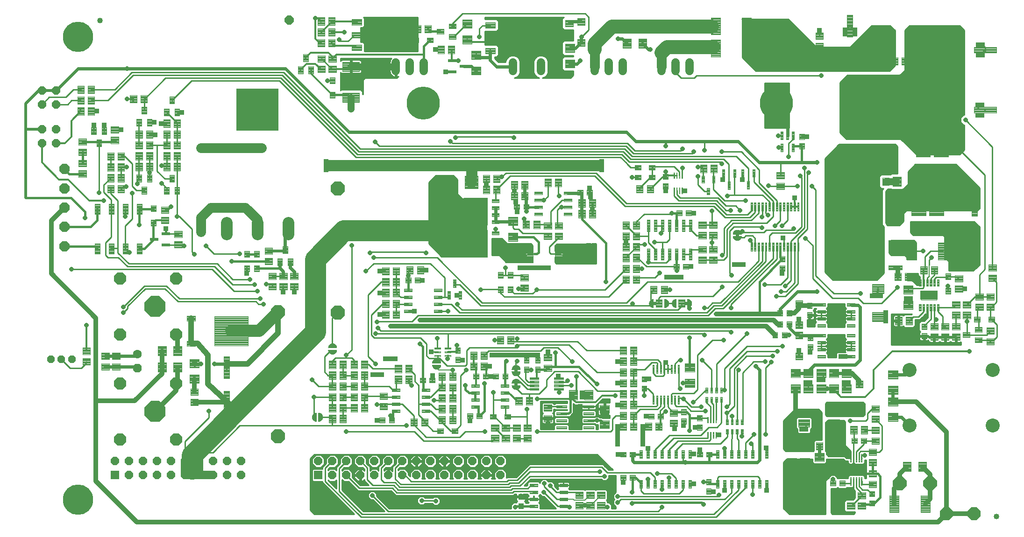
<source format=gtl>
G75*
%MOIN*%
%OFA0B0*%
%FSLAX25Y25*%
%IPPOS*%
%LPD*%
%AMOC8*
5,1,8,0,0,1.08239X$1,22.5*
%
%ADD10C,0.00394*%
%ADD11C,0.00409*%
%ADD12C,0.00405*%
%ADD13C,0.00375*%
%ADD14C,0.00402*%
%ADD15C,0.06000*%
%ADD16C,0.00425*%
%ADD17OC8,0.07087*%
%ADD18C,0.00378*%
%ADD19C,0.00399*%
%ADD20C,0.00400*%
%ADD21C,0.00396*%
%ADD22C,0.00408*%
%ADD23OC8,0.08600*%
%ADD24OC8,0.15000*%
%ADD25C,0.00406*%
%ADD26OC8,0.05906*%
%ADD27C,0.00400*%
%ADD28C,0.08250*%
%ADD29C,0.00300*%
%ADD30OC8,0.05315*%
%ADD31OC8,0.05400*%
%ADD32OC8,0.10000*%
%ADD33R,0.05906X0.05906*%
%ADD34OC8,0.09693*%
%ADD35C,0.04000*%
%ADD36C,0.00387*%
%ADD37OC8,0.06300*%
%ADD38C,0.06300*%
%ADD39OC8,0.09055*%
%ADD40C,0.00362*%
%ADD41C,0.00407*%
%ADD42C,0.00514*%
%ADD43C,0.00414*%
%ADD44C,0.00413*%
%ADD45C,0.00423*%
%ADD46C,0.10000*%
%ADD47C,0.00339*%
%ADD48OC8,0.06496*%
%ADD49C,0.00100*%
%ADD50C,0.00386*%
%ADD51C,0.00372*%
%ADD52C,0.23622*%
%ADD53C,0.03200*%
%ADD54C,0.02400*%
%ADD55OC8,0.03175*%
%ADD56C,0.01000*%
%ADD57C,0.01600*%
%ADD58C,0.01200*%
%ADD59R,0.03175X0.03175*%
%ADD60C,0.01100*%
%ADD61C,0.05000*%
%ADD62C,0.02000*%
%ADD63C,0.15000*%
%ADD64C,0.04000*%
%ADD65C,0.07000*%
%ADD66C,0.03175*%
%ADD67C,0.08000*%
%ADD68C,0.00800*%
%ADD69C,0.21654*%
%ADD70C,0.08600*%
%ADD71C,0.01400*%
%ADD72C,0.01800*%
%ADD73C,0.10000*%
D10*
X0207834Y0207365D02*
X0207834Y0210907D01*
X0213738Y0210907D01*
X0213738Y0207365D01*
X0207834Y0207365D01*
X0207834Y0207758D02*
X0213738Y0207758D01*
X0213738Y0208151D02*
X0207834Y0208151D01*
X0207834Y0208544D02*
X0213738Y0208544D01*
X0213738Y0208937D02*
X0207834Y0208937D01*
X0207834Y0209330D02*
X0213738Y0209330D01*
X0213738Y0209723D02*
X0207834Y0209723D01*
X0207834Y0210116D02*
X0213738Y0210116D01*
X0213738Y0210509D02*
X0207834Y0210509D01*
X0207834Y0210902D02*
X0213738Y0210902D01*
X0207834Y0225318D02*
X0207834Y0228860D01*
X0213738Y0228860D01*
X0213738Y0225318D01*
X0207834Y0225318D01*
X0207834Y0225711D02*
X0213738Y0225711D01*
X0213738Y0226104D02*
X0207834Y0226104D01*
X0207834Y0226497D02*
X0213738Y0226497D01*
X0213738Y0226890D02*
X0207834Y0226890D01*
X0207834Y0227283D02*
X0213738Y0227283D01*
X0213738Y0227676D02*
X0207834Y0227676D01*
X0207834Y0228069D02*
X0213738Y0228069D01*
X0213738Y0228462D02*
X0207834Y0228462D01*
X0207834Y0228855D02*
X0213738Y0228855D01*
X0252335Y0260579D02*
X0252335Y0264909D01*
X0252335Y0260579D02*
X0248793Y0260579D01*
X0248793Y0264909D01*
X0252335Y0264909D01*
X0252335Y0260972D02*
X0248793Y0260972D01*
X0248793Y0261365D02*
X0252335Y0261365D01*
X0252335Y0261758D02*
X0248793Y0261758D01*
X0248793Y0262151D02*
X0252335Y0262151D01*
X0252335Y0262544D02*
X0248793Y0262544D01*
X0248793Y0262937D02*
X0252335Y0262937D01*
X0252335Y0263330D02*
X0248793Y0263330D01*
X0248793Y0263723D02*
X0252335Y0263723D01*
X0252335Y0264116D02*
X0248793Y0264116D01*
X0248793Y0264509D02*
X0252335Y0264509D01*
X0252335Y0264902D02*
X0248793Y0264902D01*
X0252335Y0270815D02*
X0252335Y0275145D01*
X0252335Y0270815D02*
X0248793Y0270815D01*
X0248793Y0275145D01*
X0252335Y0275145D01*
X0252335Y0271208D02*
X0248793Y0271208D01*
X0248793Y0271601D02*
X0252335Y0271601D01*
X0252335Y0271994D02*
X0248793Y0271994D01*
X0248793Y0272387D02*
X0252335Y0272387D01*
X0252335Y0272780D02*
X0248793Y0272780D01*
X0248793Y0273173D02*
X0252335Y0273173D01*
X0252335Y0273566D02*
X0248793Y0273566D01*
X0248793Y0273959D02*
X0252335Y0273959D01*
X0252335Y0274352D02*
X0248793Y0274352D01*
X0248793Y0274745D02*
X0252335Y0274745D01*
X0252335Y0275138D02*
X0248793Y0275138D01*
X0255793Y0275145D02*
X0255793Y0270815D01*
X0255793Y0275145D02*
X0259335Y0275145D01*
X0259335Y0270815D01*
X0255793Y0270815D01*
X0255793Y0271208D02*
X0259335Y0271208D01*
X0259335Y0271601D02*
X0255793Y0271601D01*
X0255793Y0271994D02*
X0259335Y0271994D01*
X0259335Y0272387D02*
X0255793Y0272387D01*
X0255793Y0272780D02*
X0259335Y0272780D01*
X0259335Y0273173D02*
X0255793Y0273173D01*
X0255793Y0273566D02*
X0259335Y0273566D01*
X0259335Y0273959D02*
X0255793Y0273959D01*
X0255793Y0274352D02*
X0259335Y0274352D01*
X0259335Y0274745D02*
X0255793Y0274745D01*
X0255793Y0275138D02*
X0259335Y0275138D01*
X0272302Y0264722D02*
X0275844Y0264722D01*
X0272302Y0264722D02*
X0272302Y0269840D01*
X0275844Y0269840D01*
X0275844Y0264722D01*
X0275844Y0265115D02*
X0272302Y0265115D01*
X0272302Y0265508D02*
X0275844Y0265508D01*
X0275844Y0265901D02*
X0272302Y0265901D01*
X0272302Y0266294D02*
X0275844Y0266294D01*
X0275844Y0266687D02*
X0272302Y0266687D01*
X0272302Y0267080D02*
X0275844Y0267080D01*
X0275844Y0267473D02*
X0272302Y0267473D01*
X0272302Y0267866D02*
X0275844Y0267866D01*
X0275844Y0268259D02*
X0272302Y0268259D01*
X0272302Y0268652D02*
X0275844Y0268652D01*
X0275844Y0269045D02*
X0272302Y0269045D01*
X0272302Y0269438D02*
X0275844Y0269438D01*
X0275844Y0269831D02*
X0272302Y0269831D01*
X0276043Y0273384D02*
X0279585Y0273384D01*
X0276043Y0273384D02*
X0276043Y0278502D01*
X0279585Y0278502D01*
X0279585Y0273384D01*
X0279585Y0273777D02*
X0276043Y0273777D01*
X0276043Y0274170D02*
X0279585Y0274170D01*
X0279585Y0274563D02*
X0276043Y0274563D01*
X0276043Y0274956D02*
X0279585Y0274956D01*
X0279585Y0275349D02*
X0276043Y0275349D01*
X0276043Y0275742D02*
X0279585Y0275742D01*
X0279585Y0276135D02*
X0276043Y0276135D01*
X0276043Y0276528D02*
X0279585Y0276528D01*
X0279585Y0276921D02*
X0276043Y0276921D01*
X0276043Y0277314D02*
X0279585Y0277314D01*
X0279585Y0277707D02*
X0276043Y0277707D01*
X0276043Y0278100D02*
X0279585Y0278100D01*
X0279585Y0278493D02*
X0276043Y0278493D01*
X0279783Y0264722D02*
X0283325Y0264722D01*
X0279783Y0264722D02*
X0279783Y0269840D01*
X0283325Y0269840D01*
X0283325Y0264722D01*
X0283325Y0265115D02*
X0279783Y0265115D01*
X0279783Y0265508D02*
X0283325Y0265508D01*
X0283325Y0265901D02*
X0279783Y0265901D01*
X0279783Y0266294D02*
X0283325Y0266294D01*
X0283325Y0266687D02*
X0279783Y0266687D01*
X0279783Y0267080D02*
X0283325Y0267080D01*
X0283325Y0267473D02*
X0279783Y0267473D01*
X0279783Y0267866D02*
X0283325Y0267866D01*
X0283325Y0268259D02*
X0279783Y0268259D01*
X0279783Y0268652D02*
X0283325Y0268652D01*
X0283325Y0269045D02*
X0279783Y0269045D01*
X0279783Y0269438D02*
X0283325Y0269438D01*
X0283325Y0269831D02*
X0279783Y0269831D01*
X0255793Y0264909D02*
X0255793Y0260579D01*
X0255793Y0264909D02*
X0259335Y0264909D01*
X0259335Y0260579D01*
X0255793Y0260579D01*
X0255793Y0260972D02*
X0259335Y0260972D01*
X0259335Y0261365D02*
X0255793Y0261365D01*
X0255793Y0261758D02*
X0259335Y0261758D01*
X0259335Y0262151D02*
X0255793Y0262151D01*
X0255793Y0262544D02*
X0259335Y0262544D01*
X0259335Y0262937D02*
X0255793Y0262937D01*
X0255793Y0263330D02*
X0259335Y0263330D01*
X0259335Y0263723D02*
X0255793Y0263723D01*
X0255793Y0264116D02*
X0259335Y0264116D01*
X0259335Y0264509D02*
X0255793Y0264509D01*
X0255793Y0264902D02*
X0259335Y0264902D01*
X0182043Y0293199D02*
X0182043Y0297529D01*
X0185585Y0297529D01*
X0185585Y0293199D01*
X0182043Y0293199D01*
X0182043Y0293592D02*
X0185585Y0293592D01*
X0185585Y0293985D02*
X0182043Y0293985D01*
X0182043Y0294378D02*
X0185585Y0294378D01*
X0185585Y0294771D02*
X0182043Y0294771D01*
X0182043Y0295164D02*
X0185585Y0295164D01*
X0185585Y0295557D02*
X0182043Y0295557D01*
X0182043Y0295950D02*
X0185585Y0295950D01*
X0185585Y0296343D02*
X0182043Y0296343D01*
X0182043Y0296736D02*
X0185585Y0296736D01*
X0185585Y0297129D02*
X0182043Y0297129D01*
X0182043Y0297522D02*
X0185585Y0297522D01*
X0182043Y0303435D02*
X0182043Y0307765D01*
X0185585Y0307765D01*
X0185585Y0303435D01*
X0182043Y0303435D01*
X0182043Y0303828D02*
X0185585Y0303828D01*
X0185585Y0304221D02*
X0182043Y0304221D01*
X0182043Y0304614D02*
X0185585Y0304614D01*
X0185585Y0305007D02*
X0182043Y0305007D01*
X0182043Y0305400D02*
X0185585Y0305400D01*
X0185585Y0305793D02*
X0182043Y0305793D01*
X0182043Y0306186D02*
X0185585Y0306186D01*
X0185585Y0306579D02*
X0182043Y0306579D01*
X0182043Y0306972D02*
X0185585Y0306972D01*
X0185585Y0307365D02*
X0182043Y0307365D01*
X0182043Y0307758D02*
X0185585Y0307758D01*
X0175585Y0308896D02*
X0172043Y0308896D01*
X0175585Y0308896D02*
X0175585Y0301416D01*
X0172043Y0301416D01*
X0172043Y0308896D01*
X0172043Y0301809D02*
X0175585Y0301809D01*
X0175585Y0302202D02*
X0172043Y0302202D01*
X0172043Y0302595D02*
X0175585Y0302595D01*
X0175585Y0302988D02*
X0172043Y0302988D01*
X0172043Y0303381D02*
X0175585Y0303381D01*
X0175585Y0303774D02*
X0172043Y0303774D01*
X0172043Y0304167D02*
X0175585Y0304167D01*
X0175585Y0304560D02*
X0172043Y0304560D01*
X0172043Y0304953D02*
X0175585Y0304953D01*
X0175585Y0305346D02*
X0172043Y0305346D01*
X0172043Y0305739D02*
X0175585Y0305739D01*
X0175585Y0306132D02*
X0172043Y0306132D01*
X0172043Y0306525D02*
X0175585Y0306525D01*
X0175585Y0306918D02*
X0172043Y0306918D01*
X0172043Y0307311D02*
X0175585Y0307311D01*
X0175585Y0307704D02*
X0172043Y0307704D01*
X0172043Y0308097D02*
X0175585Y0308097D01*
X0175585Y0308490D02*
X0172043Y0308490D01*
X0172043Y0308883D02*
X0175585Y0308883D01*
X0175543Y0321090D02*
X0179085Y0321090D01*
X0179085Y0315972D01*
X0175543Y0315972D01*
X0175543Y0321090D01*
X0175543Y0316365D02*
X0179085Y0316365D01*
X0179085Y0316758D02*
X0175543Y0316758D01*
X0175543Y0317151D02*
X0179085Y0317151D01*
X0179085Y0317544D02*
X0175543Y0317544D01*
X0175543Y0317937D02*
X0179085Y0317937D01*
X0179085Y0318330D02*
X0175543Y0318330D01*
X0175543Y0318723D02*
X0179085Y0318723D01*
X0179085Y0319116D02*
X0175543Y0319116D01*
X0175543Y0319509D02*
X0179085Y0319509D01*
X0179085Y0319902D02*
X0175543Y0319902D01*
X0175543Y0320295D02*
X0179085Y0320295D01*
X0179085Y0320688D02*
X0175543Y0320688D01*
X0175543Y0321081D02*
X0179085Y0321081D01*
X0179283Y0329752D02*
X0182825Y0329752D01*
X0182825Y0324634D01*
X0179283Y0324634D01*
X0179283Y0329752D01*
X0179283Y0325027D02*
X0182825Y0325027D01*
X0182825Y0325420D02*
X0179283Y0325420D01*
X0179283Y0325813D02*
X0182825Y0325813D01*
X0182825Y0326206D02*
X0179283Y0326206D01*
X0179283Y0326599D02*
X0182825Y0326599D01*
X0182825Y0326992D02*
X0179283Y0326992D01*
X0179283Y0327385D02*
X0182825Y0327385D01*
X0182825Y0327778D02*
X0179283Y0327778D01*
X0179283Y0328171D02*
X0182825Y0328171D01*
X0182825Y0328564D02*
X0179283Y0328564D01*
X0179283Y0328957D02*
X0182825Y0328957D01*
X0182825Y0329350D02*
X0179283Y0329350D01*
X0179283Y0329743D02*
X0182825Y0329743D01*
X0175344Y0329752D02*
X0171802Y0329752D01*
X0175344Y0329752D02*
X0175344Y0324634D01*
X0171802Y0324634D01*
X0171802Y0329752D01*
X0171802Y0325027D02*
X0175344Y0325027D01*
X0175344Y0325420D02*
X0171802Y0325420D01*
X0171802Y0325813D02*
X0175344Y0325813D01*
X0175344Y0326206D02*
X0171802Y0326206D01*
X0171802Y0326599D02*
X0175344Y0326599D01*
X0175344Y0326992D02*
X0171802Y0326992D01*
X0171802Y0327385D02*
X0175344Y0327385D01*
X0175344Y0327778D02*
X0171802Y0327778D01*
X0171802Y0328171D02*
X0175344Y0328171D01*
X0175344Y0328564D02*
X0171802Y0328564D01*
X0171802Y0328957D02*
X0175344Y0328957D01*
X0175344Y0329350D02*
X0171802Y0329350D01*
X0171802Y0329743D02*
X0175344Y0329743D01*
X0191552Y0315722D02*
X0195094Y0315722D01*
X0191552Y0315722D02*
X0191552Y0320840D01*
X0195094Y0320840D01*
X0195094Y0315722D01*
X0195094Y0316115D02*
X0191552Y0316115D01*
X0191552Y0316508D02*
X0195094Y0316508D01*
X0195094Y0316901D02*
X0191552Y0316901D01*
X0191552Y0317294D02*
X0195094Y0317294D01*
X0195094Y0317687D02*
X0191552Y0317687D01*
X0191552Y0318080D02*
X0195094Y0318080D01*
X0195094Y0318473D02*
X0191552Y0318473D01*
X0191552Y0318866D02*
X0195094Y0318866D01*
X0195094Y0319259D02*
X0191552Y0319259D01*
X0191552Y0319652D02*
X0195094Y0319652D01*
X0195094Y0320045D02*
X0191552Y0320045D01*
X0191552Y0320438D02*
X0195094Y0320438D01*
X0195094Y0320831D02*
X0191552Y0320831D01*
X0195293Y0324384D02*
X0198835Y0324384D01*
X0195293Y0324384D02*
X0195293Y0329502D01*
X0198835Y0329502D01*
X0198835Y0324384D01*
X0198835Y0324777D02*
X0195293Y0324777D01*
X0195293Y0325170D02*
X0198835Y0325170D01*
X0198835Y0325563D02*
X0195293Y0325563D01*
X0195293Y0325956D02*
X0198835Y0325956D01*
X0198835Y0326349D02*
X0195293Y0326349D01*
X0195293Y0326742D02*
X0198835Y0326742D01*
X0198835Y0327135D02*
X0195293Y0327135D01*
X0195293Y0327528D02*
X0198835Y0327528D01*
X0198835Y0327921D02*
X0195293Y0327921D01*
X0195293Y0328314D02*
X0198835Y0328314D01*
X0198835Y0328707D02*
X0195293Y0328707D01*
X0195293Y0329100D02*
X0198835Y0329100D01*
X0198835Y0329493D02*
X0195293Y0329493D01*
X0199033Y0315722D02*
X0202575Y0315722D01*
X0199033Y0315722D02*
X0199033Y0320840D01*
X0202575Y0320840D01*
X0202575Y0315722D01*
X0202575Y0316115D02*
X0199033Y0316115D01*
X0199033Y0316508D02*
X0202575Y0316508D01*
X0202575Y0316901D02*
X0199033Y0316901D01*
X0199033Y0317294D02*
X0202575Y0317294D01*
X0202575Y0317687D02*
X0199033Y0317687D01*
X0199033Y0318080D02*
X0202575Y0318080D01*
X0202575Y0318473D02*
X0199033Y0318473D01*
X0199033Y0318866D02*
X0202575Y0318866D01*
X0202575Y0319259D02*
X0199033Y0319259D01*
X0199033Y0319652D02*
X0202575Y0319652D01*
X0202575Y0320045D02*
X0199033Y0320045D01*
X0199033Y0320438D02*
X0202575Y0320438D01*
X0202575Y0320831D02*
X0199033Y0320831D01*
X0165585Y0308896D02*
X0162043Y0308896D01*
X0165585Y0308896D02*
X0165585Y0301416D01*
X0162043Y0301416D01*
X0162043Y0308896D01*
X0162043Y0301809D02*
X0165585Y0301809D01*
X0165585Y0302202D02*
X0162043Y0302202D01*
X0162043Y0302595D02*
X0165585Y0302595D01*
X0165585Y0302988D02*
X0162043Y0302988D01*
X0162043Y0303381D02*
X0165585Y0303381D01*
X0165585Y0303774D02*
X0162043Y0303774D01*
X0162043Y0304167D02*
X0165585Y0304167D01*
X0165585Y0304560D02*
X0162043Y0304560D01*
X0162043Y0304953D02*
X0165585Y0304953D01*
X0165585Y0305346D02*
X0162043Y0305346D01*
X0162043Y0305739D02*
X0165585Y0305739D01*
X0165585Y0306132D02*
X0162043Y0306132D01*
X0162043Y0306525D02*
X0165585Y0306525D01*
X0165585Y0306918D02*
X0162043Y0306918D01*
X0162043Y0307311D02*
X0165585Y0307311D01*
X0165585Y0307704D02*
X0162043Y0307704D01*
X0162043Y0308097D02*
X0165585Y0308097D01*
X0165585Y0308490D02*
X0162043Y0308490D01*
X0162043Y0308883D02*
X0165585Y0308883D01*
X0155585Y0308896D02*
X0152043Y0308896D01*
X0155585Y0308896D02*
X0155585Y0301416D01*
X0152043Y0301416D01*
X0152043Y0308896D01*
X0152043Y0301809D02*
X0155585Y0301809D01*
X0155585Y0302202D02*
X0152043Y0302202D01*
X0152043Y0302595D02*
X0155585Y0302595D01*
X0155585Y0302988D02*
X0152043Y0302988D01*
X0152043Y0303381D02*
X0155585Y0303381D01*
X0155585Y0303774D02*
X0152043Y0303774D01*
X0152043Y0304167D02*
X0155585Y0304167D01*
X0155585Y0304560D02*
X0152043Y0304560D01*
X0152043Y0304953D02*
X0155585Y0304953D01*
X0155585Y0305346D02*
X0152043Y0305346D01*
X0152043Y0305739D02*
X0155585Y0305739D01*
X0155585Y0306132D02*
X0152043Y0306132D01*
X0152043Y0306525D02*
X0155585Y0306525D01*
X0155585Y0306918D02*
X0152043Y0306918D01*
X0152043Y0307311D02*
X0155585Y0307311D01*
X0155585Y0307704D02*
X0152043Y0307704D01*
X0152043Y0308097D02*
X0155585Y0308097D01*
X0155585Y0308490D02*
X0152043Y0308490D01*
X0152043Y0308883D02*
X0155585Y0308883D01*
X0145585Y0308896D02*
X0142043Y0308896D01*
X0145585Y0308896D02*
X0145585Y0301416D01*
X0142043Y0301416D01*
X0142043Y0308896D01*
X0142043Y0301809D02*
X0145585Y0301809D01*
X0145585Y0302202D02*
X0142043Y0302202D01*
X0142043Y0302595D02*
X0145585Y0302595D01*
X0145585Y0302988D02*
X0142043Y0302988D01*
X0142043Y0303381D02*
X0145585Y0303381D01*
X0145585Y0303774D02*
X0142043Y0303774D01*
X0142043Y0304167D02*
X0145585Y0304167D01*
X0145585Y0304560D02*
X0142043Y0304560D01*
X0142043Y0304953D02*
X0145585Y0304953D01*
X0145585Y0305346D02*
X0142043Y0305346D01*
X0142043Y0305739D02*
X0145585Y0305739D01*
X0145585Y0306132D02*
X0142043Y0306132D01*
X0142043Y0306525D02*
X0145585Y0306525D01*
X0145585Y0306918D02*
X0142043Y0306918D01*
X0142043Y0307311D02*
X0145585Y0307311D01*
X0145585Y0307704D02*
X0142043Y0307704D01*
X0142043Y0308097D02*
X0145585Y0308097D01*
X0145585Y0308490D02*
X0142043Y0308490D01*
X0142043Y0308883D02*
X0145585Y0308883D01*
X0145585Y0280549D02*
X0142043Y0280549D01*
X0145585Y0280549D02*
X0145585Y0273069D01*
X0142043Y0273069D01*
X0142043Y0280549D01*
X0142043Y0273462D02*
X0145585Y0273462D01*
X0145585Y0273855D02*
X0142043Y0273855D01*
X0142043Y0274248D02*
X0145585Y0274248D01*
X0145585Y0274641D02*
X0142043Y0274641D01*
X0142043Y0275034D02*
X0145585Y0275034D01*
X0145585Y0275427D02*
X0142043Y0275427D01*
X0142043Y0275820D02*
X0145585Y0275820D01*
X0145585Y0276213D02*
X0142043Y0276213D01*
X0142043Y0276606D02*
X0145585Y0276606D01*
X0145585Y0276999D02*
X0142043Y0276999D01*
X0142043Y0277392D02*
X0145585Y0277392D01*
X0145585Y0277785D02*
X0142043Y0277785D01*
X0142043Y0278178D02*
X0145585Y0278178D01*
X0145585Y0278571D02*
X0142043Y0278571D01*
X0142043Y0278964D02*
X0145585Y0278964D01*
X0145585Y0279357D02*
X0142043Y0279357D01*
X0142043Y0279750D02*
X0145585Y0279750D01*
X0145585Y0280143D02*
X0142043Y0280143D01*
X0142043Y0280536D02*
X0145585Y0280536D01*
X0152043Y0280549D02*
X0155585Y0280549D01*
X0155585Y0273069D01*
X0152043Y0273069D01*
X0152043Y0280549D01*
X0152043Y0273462D02*
X0155585Y0273462D01*
X0155585Y0273855D02*
X0152043Y0273855D01*
X0152043Y0274248D02*
X0155585Y0274248D01*
X0155585Y0274641D02*
X0152043Y0274641D01*
X0152043Y0275034D02*
X0155585Y0275034D01*
X0155585Y0275427D02*
X0152043Y0275427D01*
X0152043Y0275820D02*
X0155585Y0275820D01*
X0155585Y0276213D02*
X0152043Y0276213D01*
X0152043Y0276606D02*
X0155585Y0276606D01*
X0155585Y0276999D02*
X0152043Y0276999D01*
X0152043Y0277392D02*
X0155585Y0277392D01*
X0155585Y0277785D02*
X0152043Y0277785D01*
X0152043Y0278178D02*
X0155585Y0278178D01*
X0155585Y0278571D02*
X0152043Y0278571D01*
X0152043Y0278964D02*
X0155585Y0278964D01*
X0155585Y0279357D02*
X0152043Y0279357D01*
X0152043Y0279750D02*
X0155585Y0279750D01*
X0155585Y0280143D02*
X0152043Y0280143D01*
X0152043Y0280536D02*
X0155585Y0280536D01*
X0162043Y0280549D02*
X0165585Y0280549D01*
X0165585Y0273069D01*
X0162043Y0273069D01*
X0162043Y0280549D01*
X0162043Y0273462D02*
X0165585Y0273462D01*
X0165585Y0273855D02*
X0162043Y0273855D01*
X0162043Y0274248D02*
X0165585Y0274248D01*
X0165585Y0274641D02*
X0162043Y0274641D01*
X0162043Y0275034D02*
X0165585Y0275034D01*
X0165585Y0275427D02*
X0162043Y0275427D01*
X0162043Y0275820D02*
X0165585Y0275820D01*
X0165585Y0276213D02*
X0162043Y0276213D01*
X0162043Y0276606D02*
X0165585Y0276606D01*
X0165585Y0276999D02*
X0162043Y0276999D01*
X0162043Y0277392D02*
X0165585Y0277392D01*
X0165585Y0277785D02*
X0162043Y0277785D01*
X0162043Y0278178D02*
X0165585Y0278178D01*
X0165585Y0278571D02*
X0162043Y0278571D01*
X0162043Y0278964D02*
X0165585Y0278964D01*
X0165585Y0279357D02*
X0162043Y0279357D01*
X0162043Y0279750D02*
X0165585Y0279750D01*
X0165585Y0280143D02*
X0162043Y0280143D01*
X0162043Y0280536D02*
X0165585Y0280536D01*
X0172043Y0280549D02*
X0175585Y0280549D01*
X0175585Y0273069D01*
X0172043Y0273069D01*
X0172043Y0280549D01*
X0172043Y0273462D02*
X0175585Y0273462D01*
X0175585Y0273855D02*
X0172043Y0273855D01*
X0172043Y0274248D02*
X0175585Y0274248D01*
X0175585Y0274641D02*
X0172043Y0274641D01*
X0172043Y0275034D02*
X0175585Y0275034D01*
X0175585Y0275427D02*
X0172043Y0275427D01*
X0172043Y0275820D02*
X0175585Y0275820D01*
X0175585Y0276213D02*
X0172043Y0276213D01*
X0172043Y0276606D02*
X0175585Y0276606D01*
X0175585Y0276999D02*
X0172043Y0276999D01*
X0172043Y0277392D02*
X0175585Y0277392D01*
X0175585Y0277785D02*
X0172043Y0277785D01*
X0172043Y0278178D02*
X0175585Y0278178D01*
X0175585Y0278571D02*
X0172043Y0278571D01*
X0172043Y0278964D02*
X0175585Y0278964D01*
X0175585Y0279357D02*
X0172043Y0279357D01*
X0172043Y0279750D02*
X0175585Y0279750D01*
X0175585Y0280143D02*
X0172043Y0280143D01*
X0172043Y0280536D02*
X0175585Y0280536D01*
X0146835Y0354840D02*
X0143293Y0354840D01*
X0146835Y0354840D02*
X0146835Y0349722D01*
X0143293Y0349722D01*
X0143293Y0354840D01*
X0143293Y0350115D02*
X0146835Y0350115D01*
X0146835Y0350508D02*
X0143293Y0350508D01*
X0143293Y0350901D02*
X0146835Y0350901D01*
X0146835Y0351294D02*
X0143293Y0351294D01*
X0143293Y0351687D02*
X0146835Y0351687D01*
X0146835Y0352080D02*
X0143293Y0352080D01*
X0143293Y0352473D02*
X0146835Y0352473D01*
X0146835Y0352866D02*
X0143293Y0352866D01*
X0143293Y0353259D02*
X0146835Y0353259D01*
X0146835Y0353652D02*
X0143293Y0353652D01*
X0143293Y0354045D02*
X0146835Y0354045D01*
X0146835Y0354438D02*
X0143293Y0354438D01*
X0143293Y0354831D02*
X0146835Y0354831D01*
X0147033Y0363502D02*
X0150575Y0363502D01*
X0150575Y0358384D01*
X0147033Y0358384D01*
X0147033Y0363502D01*
X0147033Y0358777D02*
X0150575Y0358777D01*
X0150575Y0359170D02*
X0147033Y0359170D01*
X0147033Y0359563D02*
X0150575Y0359563D01*
X0150575Y0359956D02*
X0147033Y0359956D01*
X0147033Y0360349D02*
X0150575Y0360349D01*
X0150575Y0360742D02*
X0147033Y0360742D01*
X0147033Y0361135D02*
X0150575Y0361135D01*
X0150575Y0361528D02*
X0147033Y0361528D01*
X0147033Y0361921D02*
X0150575Y0361921D01*
X0150575Y0362314D02*
X0147033Y0362314D01*
X0147033Y0362707D02*
X0150575Y0362707D01*
X0150575Y0363100D02*
X0147033Y0363100D01*
X0147033Y0363493D02*
X0150575Y0363493D01*
X0143094Y0363502D02*
X0139552Y0363502D01*
X0143094Y0363502D02*
X0143094Y0358384D01*
X0139552Y0358384D01*
X0139552Y0363502D01*
X0139552Y0358777D02*
X0143094Y0358777D01*
X0143094Y0359170D02*
X0139552Y0359170D01*
X0139552Y0359563D02*
X0143094Y0359563D01*
X0143094Y0359956D02*
X0139552Y0359956D01*
X0139552Y0360349D02*
X0143094Y0360349D01*
X0143094Y0360742D02*
X0139552Y0360742D01*
X0139552Y0361135D02*
X0143094Y0361135D01*
X0143094Y0361528D02*
X0139552Y0361528D01*
X0139552Y0361921D02*
X0143094Y0361921D01*
X0143094Y0362314D02*
X0139552Y0362314D01*
X0139552Y0362707D02*
X0143094Y0362707D01*
X0143094Y0363100D02*
X0139552Y0363100D01*
X0139552Y0363493D02*
X0143094Y0363493D01*
X0171802Y0364472D02*
X0175344Y0364472D01*
X0171802Y0364472D02*
X0171802Y0369590D01*
X0175344Y0369590D01*
X0175344Y0364472D01*
X0175344Y0364865D02*
X0171802Y0364865D01*
X0171802Y0365258D02*
X0175344Y0365258D01*
X0175344Y0365651D02*
X0171802Y0365651D01*
X0171802Y0366044D02*
X0175344Y0366044D01*
X0175344Y0366437D02*
X0171802Y0366437D01*
X0171802Y0366830D02*
X0175344Y0366830D01*
X0175344Y0367223D02*
X0171802Y0367223D01*
X0171802Y0367616D02*
X0175344Y0367616D01*
X0175344Y0368009D02*
X0171802Y0368009D01*
X0171802Y0368402D02*
X0175344Y0368402D01*
X0175344Y0368795D02*
X0171802Y0368795D01*
X0171802Y0369188D02*
X0175344Y0369188D01*
X0175344Y0369581D02*
X0171802Y0369581D01*
X0175543Y0373134D02*
X0179085Y0373134D01*
X0175543Y0373134D02*
X0175543Y0378252D01*
X0179085Y0378252D01*
X0179085Y0373134D01*
X0179085Y0373527D02*
X0175543Y0373527D01*
X0175543Y0373920D02*
X0179085Y0373920D01*
X0179085Y0374313D02*
X0175543Y0374313D01*
X0175543Y0374706D02*
X0179085Y0374706D01*
X0179085Y0375099D02*
X0175543Y0375099D01*
X0175543Y0375492D02*
X0179085Y0375492D01*
X0179085Y0375885D02*
X0175543Y0375885D01*
X0175543Y0376278D02*
X0179085Y0376278D01*
X0179085Y0376671D02*
X0175543Y0376671D01*
X0175543Y0377064D02*
X0179085Y0377064D01*
X0179085Y0377457D02*
X0175543Y0377457D01*
X0175543Y0377850D02*
X0179085Y0377850D01*
X0179085Y0378243D02*
X0175543Y0378243D01*
X0179283Y0364472D02*
X0182825Y0364472D01*
X0179283Y0364472D02*
X0179283Y0369590D01*
X0182825Y0369590D01*
X0182825Y0364472D01*
X0182825Y0364865D02*
X0179283Y0364865D01*
X0179283Y0365258D02*
X0182825Y0365258D01*
X0182825Y0365651D02*
X0179283Y0365651D01*
X0179283Y0366044D02*
X0182825Y0366044D01*
X0182825Y0366437D02*
X0179283Y0366437D01*
X0179283Y0366830D02*
X0182825Y0366830D01*
X0182825Y0367223D02*
X0179283Y0367223D01*
X0179283Y0367616D02*
X0182825Y0367616D01*
X0182825Y0368009D02*
X0179283Y0368009D01*
X0179283Y0368402D02*
X0182825Y0368402D01*
X0182825Y0368795D02*
X0179283Y0368795D01*
X0179283Y0369188D02*
X0182825Y0369188D01*
X0182825Y0369581D02*
X0179283Y0369581D01*
X0191552Y0371722D02*
X0195094Y0371722D01*
X0191552Y0371722D02*
X0191552Y0376840D01*
X0195094Y0376840D01*
X0195094Y0371722D01*
X0195094Y0372115D02*
X0191552Y0372115D01*
X0191552Y0372508D02*
X0195094Y0372508D01*
X0195094Y0372901D02*
X0191552Y0372901D01*
X0191552Y0373294D02*
X0195094Y0373294D01*
X0195094Y0373687D02*
X0191552Y0373687D01*
X0191552Y0374080D02*
X0195094Y0374080D01*
X0195094Y0374473D02*
X0191552Y0374473D01*
X0191552Y0374866D02*
X0195094Y0374866D01*
X0195094Y0375259D02*
X0191552Y0375259D01*
X0191552Y0375652D02*
X0195094Y0375652D01*
X0195094Y0376045D02*
X0191552Y0376045D01*
X0191552Y0376438D02*
X0195094Y0376438D01*
X0195094Y0376831D02*
X0191552Y0376831D01*
X0195293Y0380384D02*
X0198835Y0380384D01*
X0195293Y0380384D02*
X0195293Y0385502D01*
X0198835Y0385502D01*
X0198835Y0380384D01*
X0198835Y0380777D02*
X0195293Y0380777D01*
X0195293Y0381170D02*
X0198835Y0381170D01*
X0198835Y0381563D02*
X0195293Y0381563D01*
X0195293Y0381956D02*
X0198835Y0381956D01*
X0198835Y0382349D02*
X0195293Y0382349D01*
X0195293Y0382742D02*
X0198835Y0382742D01*
X0198835Y0383135D02*
X0195293Y0383135D01*
X0195293Y0383528D02*
X0198835Y0383528D01*
X0198835Y0383921D02*
X0195293Y0383921D01*
X0195293Y0384314D02*
X0198835Y0384314D01*
X0198835Y0384707D02*
X0195293Y0384707D01*
X0195293Y0385100D02*
X0198835Y0385100D01*
X0198835Y0385493D02*
X0195293Y0385493D01*
X0199033Y0371722D02*
X0202575Y0371722D01*
X0199033Y0371722D02*
X0199033Y0376840D01*
X0202575Y0376840D01*
X0202575Y0371722D01*
X0202575Y0372115D02*
X0199033Y0372115D01*
X0199033Y0372508D02*
X0202575Y0372508D01*
X0202575Y0372901D02*
X0199033Y0372901D01*
X0199033Y0373294D02*
X0202575Y0373294D01*
X0202575Y0373687D02*
X0199033Y0373687D01*
X0199033Y0374080D02*
X0202575Y0374080D01*
X0202575Y0374473D02*
X0199033Y0374473D01*
X0199033Y0374866D02*
X0202575Y0374866D01*
X0202575Y0375259D02*
X0199033Y0375259D01*
X0199033Y0375652D02*
X0202575Y0375652D01*
X0202575Y0376045D02*
X0199033Y0376045D01*
X0199033Y0376438D02*
X0202575Y0376438D01*
X0202575Y0376831D02*
X0199033Y0376831D01*
X0287052Y0401972D02*
X0290594Y0401972D01*
X0287052Y0401972D02*
X0287052Y0407090D01*
X0290594Y0407090D01*
X0290594Y0401972D01*
X0290594Y0402365D02*
X0287052Y0402365D01*
X0287052Y0402758D02*
X0290594Y0402758D01*
X0290594Y0403151D02*
X0287052Y0403151D01*
X0287052Y0403544D02*
X0290594Y0403544D01*
X0290594Y0403937D02*
X0287052Y0403937D01*
X0287052Y0404330D02*
X0290594Y0404330D01*
X0290594Y0404723D02*
X0287052Y0404723D01*
X0287052Y0405116D02*
X0290594Y0405116D01*
X0290594Y0405509D02*
X0287052Y0405509D01*
X0287052Y0405902D02*
X0290594Y0405902D01*
X0290594Y0406295D02*
X0287052Y0406295D01*
X0287052Y0406688D02*
X0290594Y0406688D01*
X0290594Y0407081D02*
X0287052Y0407081D01*
X0290793Y0410634D02*
X0294335Y0410634D01*
X0290793Y0410634D02*
X0290793Y0415752D01*
X0294335Y0415752D01*
X0294335Y0410634D01*
X0294335Y0411027D02*
X0290793Y0411027D01*
X0290793Y0411420D02*
X0294335Y0411420D01*
X0294335Y0411813D02*
X0290793Y0411813D01*
X0290793Y0412206D02*
X0294335Y0412206D01*
X0294335Y0412599D02*
X0290793Y0412599D01*
X0290793Y0412992D02*
X0294335Y0412992D01*
X0294335Y0413385D02*
X0290793Y0413385D01*
X0290793Y0413778D02*
X0294335Y0413778D01*
X0294335Y0414171D02*
X0290793Y0414171D01*
X0290793Y0414564D02*
X0294335Y0414564D01*
X0294335Y0414957D02*
X0290793Y0414957D01*
X0290793Y0415350D02*
X0294335Y0415350D01*
X0294335Y0415743D02*
X0290793Y0415743D01*
X0294533Y0401972D02*
X0298075Y0401972D01*
X0294533Y0401972D02*
X0294533Y0407090D01*
X0298075Y0407090D01*
X0298075Y0401972D01*
X0298075Y0402365D02*
X0294533Y0402365D01*
X0294533Y0402758D02*
X0298075Y0402758D01*
X0298075Y0403151D02*
X0294533Y0403151D01*
X0294533Y0403544D02*
X0298075Y0403544D01*
X0298075Y0403937D02*
X0294533Y0403937D01*
X0294533Y0404330D02*
X0298075Y0404330D01*
X0298075Y0404723D02*
X0294533Y0404723D01*
X0294533Y0405116D02*
X0298075Y0405116D01*
X0298075Y0405509D02*
X0294533Y0405509D01*
X0294533Y0405902D02*
X0298075Y0405902D01*
X0298075Y0406295D02*
X0294533Y0406295D01*
X0294533Y0406688D02*
X0298075Y0406688D01*
X0298075Y0407081D02*
X0294533Y0407081D01*
X0309793Y0399145D02*
X0309793Y0394815D01*
X0309793Y0399145D02*
X0313335Y0399145D01*
X0313335Y0394815D01*
X0309793Y0394815D01*
X0309793Y0395208D02*
X0313335Y0395208D01*
X0313335Y0395601D02*
X0309793Y0395601D01*
X0309793Y0395994D02*
X0313335Y0395994D01*
X0313335Y0396387D02*
X0309793Y0396387D01*
X0309793Y0396780D02*
X0313335Y0396780D01*
X0313335Y0397173D02*
X0309793Y0397173D01*
X0309793Y0397566D02*
X0313335Y0397566D01*
X0313335Y0397959D02*
X0309793Y0397959D01*
X0309793Y0398352D02*
X0313335Y0398352D01*
X0313335Y0398745D02*
X0309793Y0398745D01*
X0309793Y0399138D02*
X0313335Y0399138D01*
X0309793Y0388909D02*
X0309793Y0384579D01*
X0309793Y0388909D02*
X0313335Y0388909D01*
X0313335Y0384579D01*
X0309793Y0384579D01*
X0309793Y0384972D02*
X0313335Y0384972D01*
X0313335Y0385365D02*
X0309793Y0385365D01*
X0309793Y0385758D02*
X0313335Y0385758D01*
X0313335Y0386151D02*
X0309793Y0386151D01*
X0309793Y0386544D02*
X0313335Y0386544D01*
X0313335Y0386937D02*
X0309793Y0386937D01*
X0309793Y0387330D02*
X0313335Y0387330D01*
X0313335Y0387723D02*
X0309793Y0387723D01*
X0309793Y0388116D02*
X0313335Y0388116D01*
X0313335Y0388509D02*
X0309793Y0388509D01*
X0309793Y0388902D02*
X0313335Y0388902D01*
X0368781Y0424091D02*
X0373111Y0424091D01*
X0368781Y0424091D02*
X0368781Y0427633D01*
X0373111Y0427633D01*
X0373111Y0424091D01*
X0373111Y0424484D02*
X0368781Y0424484D01*
X0368781Y0424877D02*
X0373111Y0424877D01*
X0373111Y0425270D02*
X0368781Y0425270D01*
X0368781Y0425663D02*
X0373111Y0425663D01*
X0373111Y0426056D02*
X0368781Y0426056D01*
X0368781Y0426449D02*
X0373111Y0426449D01*
X0373111Y0426842D02*
X0368781Y0426842D01*
X0368781Y0427235D02*
X0373111Y0427235D01*
X0373111Y0427628D02*
X0368781Y0427628D01*
X0379017Y0424091D02*
X0383347Y0424091D01*
X0379017Y0424091D02*
X0379017Y0427633D01*
X0383347Y0427633D01*
X0383347Y0424091D01*
X0383347Y0424484D02*
X0379017Y0424484D01*
X0379017Y0424877D02*
X0383347Y0424877D01*
X0383347Y0425270D02*
X0379017Y0425270D01*
X0379017Y0425663D02*
X0383347Y0425663D01*
X0383347Y0426056D02*
X0379017Y0426056D01*
X0379017Y0426449D02*
X0383347Y0426449D01*
X0383347Y0426842D02*
X0379017Y0426842D01*
X0379017Y0427235D02*
X0383347Y0427235D01*
X0383347Y0427628D02*
X0379017Y0427628D01*
X0391042Y0430341D02*
X0391042Y0433883D01*
X0391042Y0430341D02*
X0385924Y0430341D01*
X0385924Y0433883D01*
X0391042Y0433883D01*
X0391042Y0430734D02*
X0385924Y0430734D01*
X0385924Y0431127D02*
X0391042Y0431127D01*
X0391042Y0431520D02*
X0385924Y0431520D01*
X0385924Y0431913D02*
X0391042Y0431913D01*
X0391042Y0432306D02*
X0385924Y0432306D01*
X0385924Y0432699D02*
X0391042Y0432699D01*
X0391042Y0433092D02*
X0385924Y0433092D01*
X0385924Y0433485D02*
X0391042Y0433485D01*
X0391042Y0433878D02*
X0385924Y0433878D01*
X0399703Y0434081D02*
X0399703Y0437623D01*
X0399703Y0434081D02*
X0394585Y0434081D01*
X0394585Y0437623D01*
X0399703Y0437623D01*
X0399703Y0434474D02*
X0394585Y0434474D01*
X0394585Y0434867D02*
X0399703Y0434867D01*
X0399703Y0435260D02*
X0394585Y0435260D01*
X0394585Y0435653D02*
X0399703Y0435653D01*
X0399703Y0436046D02*
X0394585Y0436046D01*
X0394585Y0436439D02*
X0399703Y0436439D01*
X0399703Y0436832D02*
X0394585Y0436832D01*
X0394585Y0437225D02*
X0399703Y0437225D01*
X0399703Y0437618D02*
X0394585Y0437618D01*
X0399703Y0430143D02*
X0399703Y0426601D01*
X0394585Y0426601D01*
X0394585Y0430143D01*
X0399703Y0430143D01*
X0399703Y0426994D02*
X0394585Y0426994D01*
X0394585Y0427387D02*
X0399703Y0427387D01*
X0399703Y0427780D02*
X0394585Y0427780D01*
X0394585Y0428173D02*
X0399703Y0428173D01*
X0399703Y0428566D02*
X0394585Y0428566D01*
X0394585Y0428959D02*
X0399703Y0428959D01*
X0399703Y0429352D02*
X0394585Y0429352D01*
X0394585Y0429745D02*
X0399703Y0429745D01*
X0399703Y0430138D02*
X0394585Y0430138D01*
X0527281Y0333091D02*
X0531611Y0333091D01*
X0527281Y0333091D02*
X0527281Y0336633D01*
X0531611Y0336633D01*
X0531611Y0333091D01*
X0531611Y0333484D02*
X0527281Y0333484D01*
X0527281Y0333877D02*
X0531611Y0333877D01*
X0531611Y0334270D02*
X0527281Y0334270D01*
X0527281Y0334663D02*
X0531611Y0334663D01*
X0531611Y0335056D02*
X0527281Y0335056D01*
X0527281Y0335449D02*
X0531611Y0335449D01*
X0531611Y0335842D02*
X0527281Y0335842D01*
X0527281Y0336235D02*
X0531611Y0336235D01*
X0531611Y0336628D02*
X0527281Y0336628D01*
X0527281Y0326091D02*
X0531611Y0326091D01*
X0527281Y0326091D02*
X0527281Y0329633D01*
X0531611Y0329633D01*
X0531611Y0326091D01*
X0531611Y0326484D02*
X0527281Y0326484D01*
X0527281Y0326877D02*
X0531611Y0326877D01*
X0531611Y0327270D02*
X0527281Y0327270D01*
X0527281Y0327663D02*
X0531611Y0327663D01*
X0531611Y0328056D02*
X0527281Y0328056D01*
X0527281Y0328449D02*
X0531611Y0328449D01*
X0531611Y0328842D02*
X0527281Y0328842D01*
X0527281Y0329235D02*
X0531611Y0329235D01*
X0531611Y0329628D02*
X0527281Y0329628D01*
X0537517Y0326091D02*
X0541847Y0326091D01*
X0537517Y0326091D02*
X0537517Y0329633D01*
X0541847Y0329633D01*
X0541847Y0326091D01*
X0541847Y0326484D02*
X0537517Y0326484D01*
X0537517Y0326877D02*
X0541847Y0326877D01*
X0541847Y0327270D02*
X0537517Y0327270D01*
X0537517Y0327663D02*
X0541847Y0327663D01*
X0541847Y0328056D02*
X0537517Y0328056D01*
X0537517Y0328449D02*
X0541847Y0328449D01*
X0541847Y0328842D02*
X0537517Y0328842D01*
X0537517Y0329235D02*
X0541847Y0329235D01*
X0541847Y0329628D02*
X0537517Y0329628D01*
X0537517Y0333091D02*
X0541847Y0333091D01*
X0537517Y0333091D02*
X0537517Y0336633D01*
X0541847Y0336633D01*
X0541847Y0333091D01*
X0541847Y0333484D02*
X0537517Y0333484D01*
X0537517Y0333877D02*
X0541847Y0333877D01*
X0541847Y0334270D02*
X0537517Y0334270D01*
X0537517Y0334663D02*
X0541847Y0334663D01*
X0541847Y0335056D02*
X0537517Y0335056D01*
X0537517Y0335449D02*
X0541847Y0335449D01*
X0541847Y0335842D02*
X0537517Y0335842D01*
X0537517Y0336235D02*
X0541847Y0336235D01*
X0541847Y0336628D02*
X0537517Y0336628D01*
X0550985Y0330327D02*
X0550985Y0326391D01*
X0547443Y0326391D01*
X0547443Y0330327D01*
X0550985Y0330327D01*
X0550985Y0326784D02*
X0547443Y0326784D01*
X0547443Y0327177D02*
X0550985Y0327177D01*
X0550985Y0327570D02*
X0547443Y0327570D01*
X0547443Y0327963D02*
X0550985Y0327963D01*
X0550985Y0328356D02*
X0547443Y0328356D01*
X0547443Y0328749D02*
X0550985Y0328749D01*
X0550985Y0329142D02*
X0547443Y0329142D01*
X0547443Y0329535D02*
X0550985Y0329535D01*
X0550985Y0329928D02*
X0547443Y0329928D01*
X0547443Y0330321D02*
X0550985Y0330321D01*
X0550985Y0323634D02*
X0550985Y0319698D01*
X0547443Y0319698D01*
X0547443Y0323634D01*
X0550985Y0323634D01*
X0550985Y0320091D02*
X0547443Y0320091D01*
X0547443Y0320484D02*
X0550985Y0320484D01*
X0550985Y0320877D02*
X0547443Y0320877D01*
X0547443Y0321270D02*
X0550985Y0321270D01*
X0550985Y0321663D02*
X0547443Y0321663D01*
X0547443Y0322056D02*
X0550985Y0322056D01*
X0550985Y0322449D02*
X0547443Y0322449D01*
X0547443Y0322842D02*
X0550985Y0322842D01*
X0550985Y0323235D02*
X0547443Y0323235D01*
X0547443Y0323628D02*
X0550985Y0323628D01*
X0556999Y0304133D02*
X0560935Y0304133D01*
X0560935Y0300591D01*
X0556999Y0300591D01*
X0556999Y0304133D01*
X0556999Y0300984D02*
X0560935Y0300984D01*
X0560935Y0301377D02*
X0556999Y0301377D01*
X0556999Y0301770D02*
X0560935Y0301770D01*
X0560935Y0302163D02*
X0556999Y0302163D01*
X0556999Y0302556D02*
X0560935Y0302556D01*
X0560935Y0302949D02*
X0556999Y0302949D01*
X0556999Y0303342D02*
X0560935Y0303342D01*
X0560935Y0303735D02*
X0556999Y0303735D01*
X0556999Y0304128D02*
X0560935Y0304128D01*
X0563692Y0304133D02*
X0567628Y0304133D01*
X0567628Y0300591D01*
X0563692Y0300591D01*
X0563692Y0304133D01*
X0563692Y0300984D02*
X0567628Y0300984D01*
X0567628Y0301377D02*
X0563692Y0301377D01*
X0563692Y0301770D02*
X0567628Y0301770D01*
X0567628Y0302163D02*
X0563692Y0302163D01*
X0563692Y0302556D02*
X0567628Y0302556D01*
X0567628Y0302949D02*
X0563692Y0302949D01*
X0563692Y0303342D02*
X0567628Y0303342D01*
X0567628Y0303735D02*
X0563692Y0303735D01*
X0563692Y0304128D02*
X0567628Y0304128D01*
X0565628Y0265883D02*
X0561692Y0265883D01*
X0565628Y0265883D02*
X0565628Y0262341D01*
X0561692Y0262341D01*
X0561692Y0265883D01*
X0561692Y0262734D02*
X0565628Y0262734D01*
X0565628Y0263127D02*
X0561692Y0263127D01*
X0561692Y0263520D02*
X0565628Y0263520D01*
X0565628Y0263913D02*
X0561692Y0263913D01*
X0561692Y0264306D02*
X0565628Y0264306D01*
X0565628Y0264699D02*
X0561692Y0264699D01*
X0561692Y0265092D02*
X0565628Y0265092D01*
X0565628Y0265485D02*
X0561692Y0265485D01*
X0561692Y0265878D02*
X0565628Y0265878D01*
X0558935Y0265883D02*
X0554999Y0265883D01*
X0558935Y0265883D02*
X0558935Y0262341D01*
X0554999Y0262341D01*
X0554999Y0265883D01*
X0554999Y0262734D02*
X0558935Y0262734D01*
X0558935Y0263127D02*
X0554999Y0263127D01*
X0554999Y0263520D02*
X0558935Y0263520D01*
X0558935Y0263913D02*
X0554999Y0263913D01*
X0554999Y0264306D02*
X0558935Y0264306D01*
X0558935Y0264699D02*
X0554999Y0264699D01*
X0554999Y0265092D02*
X0558935Y0265092D01*
X0558935Y0265485D02*
X0554999Y0265485D01*
X0554999Y0265878D02*
X0558935Y0265878D01*
X0630793Y0264734D02*
X0630793Y0260798D01*
X0630793Y0264734D02*
X0634335Y0264734D01*
X0634335Y0260798D01*
X0630793Y0260798D01*
X0630793Y0261191D02*
X0634335Y0261191D01*
X0634335Y0261584D02*
X0630793Y0261584D01*
X0630793Y0261977D02*
X0634335Y0261977D01*
X0634335Y0262370D02*
X0630793Y0262370D01*
X0630793Y0262763D02*
X0634335Y0262763D01*
X0634335Y0263156D02*
X0630793Y0263156D01*
X0630793Y0263549D02*
X0634335Y0263549D01*
X0634335Y0263942D02*
X0630793Y0263942D01*
X0630793Y0264335D02*
X0634335Y0264335D01*
X0634335Y0264728D02*
X0630793Y0264728D01*
X0630793Y0267491D02*
X0630793Y0271427D01*
X0634335Y0271427D01*
X0634335Y0267491D01*
X0630793Y0267491D01*
X0630793Y0267884D02*
X0634335Y0267884D01*
X0634335Y0268277D02*
X0630793Y0268277D01*
X0630793Y0268670D02*
X0634335Y0268670D01*
X0634335Y0269063D02*
X0630793Y0269063D01*
X0630793Y0269456D02*
X0634335Y0269456D01*
X0634335Y0269849D02*
X0630793Y0269849D01*
X0630793Y0270242D02*
X0634335Y0270242D01*
X0634335Y0270635D02*
X0630793Y0270635D01*
X0630793Y0271028D02*
X0634335Y0271028D01*
X0634335Y0271421D02*
X0630793Y0271421D01*
X0650293Y0238177D02*
X0650293Y0234241D01*
X0650293Y0238177D02*
X0653835Y0238177D01*
X0653835Y0234241D01*
X0650293Y0234241D01*
X0650293Y0234634D02*
X0653835Y0234634D01*
X0653835Y0235027D02*
X0650293Y0235027D01*
X0650293Y0235420D02*
X0653835Y0235420D01*
X0653835Y0235813D02*
X0650293Y0235813D01*
X0650293Y0236206D02*
X0653835Y0236206D01*
X0653835Y0236599D02*
X0650293Y0236599D01*
X0650293Y0236992D02*
X0653835Y0236992D01*
X0653835Y0237385D02*
X0650293Y0237385D01*
X0650293Y0237778D02*
X0653835Y0237778D01*
X0653835Y0238171D02*
X0650293Y0238171D01*
X0639431Y0232830D02*
X0635889Y0232830D01*
X0639431Y0232830D02*
X0639431Y0228894D01*
X0635889Y0228894D01*
X0635889Y0232830D01*
X0635889Y0229287D02*
X0639431Y0229287D01*
X0639431Y0229680D02*
X0635889Y0229680D01*
X0635889Y0230073D02*
X0639431Y0230073D01*
X0639431Y0230466D02*
X0635889Y0230466D01*
X0635889Y0230859D02*
X0639431Y0230859D01*
X0639431Y0231252D02*
X0635889Y0231252D01*
X0635889Y0231645D02*
X0639431Y0231645D01*
X0639431Y0232038D02*
X0635889Y0232038D01*
X0635889Y0232431D02*
X0639431Y0232431D01*
X0639431Y0232824D02*
X0635889Y0232824D01*
X0632738Y0232830D02*
X0629196Y0232830D01*
X0632738Y0232830D02*
X0632738Y0228894D01*
X0629196Y0228894D01*
X0629196Y0232830D01*
X0629196Y0229287D02*
X0632738Y0229287D01*
X0632738Y0229680D02*
X0629196Y0229680D01*
X0629196Y0230073D02*
X0632738Y0230073D01*
X0632738Y0230466D02*
X0629196Y0230466D01*
X0629196Y0230859D02*
X0632738Y0230859D01*
X0632738Y0231252D02*
X0629196Y0231252D01*
X0629196Y0231645D02*
X0632738Y0231645D01*
X0632738Y0232038D02*
X0629196Y0232038D01*
X0629196Y0232431D02*
X0632738Y0232431D01*
X0632738Y0232824D02*
X0629196Y0232824D01*
X0629196Y0224830D02*
X0632738Y0224830D01*
X0632738Y0220894D01*
X0629196Y0220894D01*
X0629196Y0224830D01*
X0629196Y0221287D02*
X0632738Y0221287D01*
X0632738Y0221680D02*
X0629196Y0221680D01*
X0629196Y0222073D02*
X0632738Y0222073D01*
X0632738Y0222466D02*
X0629196Y0222466D01*
X0629196Y0222859D02*
X0632738Y0222859D01*
X0632738Y0223252D02*
X0629196Y0223252D01*
X0629196Y0223645D02*
X0632738Y0223645D01*
X0632738Y0224038D02*
X0629196Y0224038D01*
X0629196Y0224431D02*
X0632738Y0224431D01*
X0632738Y0224824D02*
X0629196Y0224824D01*
X0635889Y0224830D02*
X0639431Y0224830D01*
X0639431Y0220894D01*
X0635889Y0220894D01*
X0635889Y0224830D01*
X0635889Y0221287D02*
X0639431Y0221287D01*
X0639431Y0221680D02*
X0635889Y0221680D01*
X0635889Y0222073D02*
X0639431Y0222073D01*
X0639431Y0222466D02*
X0635889Y0222466D01*
X0635889Y0222859D02*
X0639431Y0222859D01*
X0639431Y0223252D02*
X0635889Y0223252D01*
X0635889Y0223645D02*
X0639431Y0223645D01*
X0639431Y0224038D02*
X0635889Y0224038D01*
X0635889Y0224431D02*
X0639431Y0224431D01*
X0639431Y0224824D02*
X0635889Y0224824D01*
X0635931Y0217080D02*
X0632389Y0217080D01*
X0635931Y0217080D02*
X0635931Y0213144D01*
X0632389Y0213144D01*
X0632389Y0217080D01*
X0632389Y0213537D02*
X0635931Y0213537D01*
X0635931Y0213930D02*
X0632389Y0213930D01*
X0632389Y0214323D02*
X0635931Y0214323D01*
X0635931Y0214716D02*
X0632389Y0214716D01*
X0632389Y0215109D02*
X0635931Y0215109D01*
X0635931Y0215502D02*
X0632389Y0215502D01*
X0632389Y0215895D02*
X0635931Y0215895D01*
X0635931Y0216288D02*
X0632389Y0216288D01*
X0632389Y0216681D02*
X0635931Y0216681D01*
X0635931Y0217074D02*
X0632389Y0217074D01*
X0629238Y0217080D02*
X0625696Y0217080D01*
X0629238Y0217080D02*
X0629238Y0213144D01*
X0625696Y0213144D01*
X0625696Y0217080D01*
X0625696Y0213537D02*
X0629238Y0213537D01*
X0629238Y0213930D02*
X0625696Y0213930D01*
X0625696Y0214323D02*
X0629238Y0214323D01*
X0629238Y0214716D02*
X0625696Y0214716D01*
X0625696Y0215109D02*
X0629238Y0215109D01*
X0629238Y0215502D02*
X0625696Y0215502D01*
X0625696Y0215895D02*
X0629238Y0215895D01*
X0629238Y0216288D02*
X0625696Y0216288D01*
X0625696Y0216681D02*
X0629238Y0216681D01*
X0629238Y0217074D02*
X0625696Y0217074D01*
X0654335Y0215177D02*
X0654335Y0211241D01*
X0650793Y0211241D01*
X0650793Y0215177D01*
X0654335Y0215177D01*
X0654335Y0211634D02*
X0650793Y0211634D01*
X0650793Y0212027D02*
X0654335Y0212027D01*
X0654335Y0212420D02*
X0650793Y0212420D01*
X0650793Y0212813D02*
X0654335Y0212813D01*
X0654335Y0213206D02*
X0650793Y0213206D01*
X0650793Y0213599D02*
X0654335Y0213599D01*
X0654335Y0213992D02*
X0650793Y0213992D01*
X0650793Y0214385D02*
X0654335Y0214385D01*
X0654335Y0214778D02*
X0650793Y0214778D01*
X0650793Y0215171D02*
X0654335Y0215171D01*
X0654335Y0208484D02*
X0654335Y0204548D01*
X0650793Y0204548D01*
X0650793Y0208484D01*
X0654335Y0208484D01*
X0654335Y0204941D02*
X0650793Y0204941D01*
X0650793Y0205334D02*
X0654335Y0205334D01*
X0654335Y0205727D02*
X0650793Y0205727D01*
X0650793Y0206120D02*
X0654335Y0206120D01*
X0654335Y0206513D02*
X0650793Y0206513D01*
X0650793Y0206906D02*
X0654335Y0206906D01*
X0654335Y0207299D02*
X0650793Y0207299D01*
X0650793Y0207692D02*
X0654335Y0207692D01*
X0654335Y0208085D02*
X0650793Y0208085D01*
X0650793Y0208478D02*
X0654335Y0208478D01*
X0650293Y0227548D02*
X0650293Y0231484D01*
X0653835Y0231484D01*
X0653835Y0227548D01*
X0650293Y0227548D01*
X0650293Y0227941D02*
X0653835Y0227941D01*
X0653835Y0228334D02*
X0650293Y0228334D01*
X0650293Y0228727D02*
X0653835Y0228727D01*
X0653835Y0229120D02*
X0650293Y0229120D01*
X0650293Y0229513D02*
X0653835Y0229513D01*
X0653835Y0229906D02*
X0650293Y0229906D01*
X0650293Y0230299D02*
X0653835Y0230299D01*
X0653835Y0230692D02*
X0650293Y0230692D01*
X0650293Y0231085D02*
X0653835Y0231085D01*
X0653835Y0231478D02*
X0650293Y0231478D01*
X0735585Y0223177D02*
X0735585Y0219241D01*
X0732043Y0219241D01*
X0732043Y0223177D01*
X0735585Y0223177D01*
X0735585Y0219634D02*
X0732043Y0219634D01*
X0732043Y0220027D02*
X0735585Y0220027D01*
X0735585Y0220420D02*
X0732043Y0220420D01*
X0732043Y0220813D02*
X0735585Y0220813D01*
X0735585Y0221206D02*
X0732043Y0221206D01*
X0732043Y0221599D02*
X0735585Y0221599D01*
X0735585Y0221992D02*
X0732043Y0221992D01*
X0732043Y0222385D02*
X0735585Y0222385D01*
X0735585Y0222778D02*
X0732043Y0222778D01*
X0732043Y0223171D02*
X0735585Y0223171D01*
X0735585Y0216484D02*
X0735585Y0212548D01*
X0732043Y0212548D01*
X0732043Y0216484D01*
X0735585Y0216484D01*
X0735585Y0212941D02*
X0732043Y0212941D01*
X0732043Y0213334D02*
X0735585Y0213334D01*
X0735585Y0213727D02*
X0732043Y0213727D01*
X0732043Y0214120D02*
X0735585Y0214120D01*
X0735585Y0214513D02*
X0732043Y0214513D01*
X0732043Y0214906D02*
X0735585Y0214906D01*
X0735585Y0215299D02*
X0732043Y0215299D01*
X0732043Y0215692D02*
X0735585Y0215692D01*
X0735585Y0216085D02*
X0732043Y0216085D01*
X0732043Y0216478D02*
X0735585Y0216478D01*
X0766542Y0217133D02*
X0766542Y0213591D01*
X0761424Y0213591D01*
X0761424Y0217133D01*
X0766542Y0217133D01*
X0766542Y0213984D02*
X0761424Y0213984D01*
X0761424Y0214377D02*
X0766542Y0214377D01*
X0766542Y0214770D02*
X0761424Y0214770D01*
X0761424Y0215163D02*
X0766542Y0215163D01*
X0766542Y0215556D02*
X0761424Y0215556D01*
X0761424Y0215949D02*
X0766542Y0215949D01*
X0766542Y0216342D02*
X0761424Y0216342D01*
X0761424Y0216735D02*
X0766542Y0216735D01*
X0766542Y0217128D02*
X0761424Y0217128D01*
X0775203Y0217331D02*
X0775203Y0220873D01*
X0775203Y0217331D02*
X0770085Y0217331D01*
X0770085Y0220873D01*
X0775203Y0220873D01*
X0775203Y0217724D02*
X0770085Y0217724D01*
X0770085Y0218117D02*
X0775203Y0218117D01*
X0775203Y0218510D02*
X0770085Y0218510D01*
X0770085Y0218903D02*
X0775203Y0218903D01*
X0775203Y0219296D02*
X0770085Y0219296D01*
X0770085Y0219689D02*
X0775203Y0219689D01*
X0775203Y0220082D02*
X0770085Y0220082D01*
X0770085Y0220475D02*
X0775203Y0220475D01*
X0775203Y0220868D02*
X0770085Y0220868D01*
X0769531Y0224591D02*
X0773861Y0224591D01*
X0769531Y0224591D02*
X0769531Y0228133D01*
X0773861Y0228133D01*
X0773861Y0224591D01*
X0773861Y0224984D02*
X0769531Y0224984D01*
X0769531Y0225377D02*
X0773861Y0225377D01*
X0773861Y0225770D02*
X0769531Y0225770D01*
X0769531Y0226163D02*
X0773861Y0226163D01*
X0773861Y0226556D02*
X0769531Y0226556D01*
X0769531Y0226949D02*
X0773861Y0226949D01*
X0773861Y0227342D02*
X0769531Y0227342D01*
X0769531Y0227735D02*
X0773861Y0227735D01*
X0773861Y0228128D02*
X0769531Y0228128D01*
X0779767Y0224591D02*
X0784097Y0224591D01*
X0779767Y0224591D02*
X0779767Y0228133D01*
X0784097Y0228133D01*
X0784097Y0224591D01*
X0784097Y0224984D02*
X0779767Y0224984D01*
X0779767Y0225377D02*
X0784097Y0225377D01*
X0784097Y0225770D02*
X0779767Y0225770D01*
X0779767Y0226163D02*
X0784097Y0226163D01*
X0784097Y0226556D02*
X0779767Y0226556D01*
X0779767Y0226949D02*
X0784097Y0226949D01*
X0784097Y0227342D02*
X0779767Y0227342D01*
X0779767Y0227735D02*
X0784097Y0227735D01*
X0784097Y0228128D02*
X0779767Y0228128D01*
X0775203Y0213393D02*
X0775203Y0209851D01*
X0770085Y0209851D01*
X0770085Y0213393D01*
X0775203Y0213393D01*
X0775203Y0210244D02*
X0770085Y0210244D01*
X0770085Y0210637D02*
X0775203Y0210637D01*
X0775203Y0211030D02*
X0770085Y0211030D01*
X0770085Y0211423D02*
X0775203Y0211423D01*
X0775203Y0211816D02*
X0770085Y0211816D01*
X0770085Y0212209D02*
X0775203Y0212209D01*
X0775203Y0212602D02*
X0770085Y0212602D01*
X0770085Y0212995D02*
X0775203Y0212995D01*
X0775203Y0213388D02*
X0770085Y0213388D01*
X0749043Y0244579D02*
X0749043Y0248909D01*
X0752585Y0248909D01*
X0752585Y0244579D01*
X0749043Y0244579D01*
X0749043Y0244972D02*
X0752585Y0244972D01*
X0752585Y0245365D02*
X0749043Y0245365D01*
X0749043Y0245758D02*
X0752585Y0245758D01*
X0752585Y0246151D02*
X0749043Y0246151D01*
X0749043Y0246544D02*
X0752585Y0246544D01*
X0752585Y0246937D02*
X0749043Y0246937D01*
X0749043Y0247330D02*
X0752585Y0247330D01*
X0752585Y0247723D02*
X0749043Y0247723D01*
X0749043Y0248116D02*
X0752585Y0248116D01*
X0752585Y0248509D02*
X0749043Y0248509D01*
X0749043Y0248902D02*
X0752585Y0248902D01*
X0749043Y0254815D02*
X0749043Y0259145D01*
X0752585Y0259145D01*
X0752585Y0254815D01*
X0749043Y0254815D01*
X0749043Y0255208D02*
X0752585Y0255208D01*
X0752585Y0255601D02*
X0749043Y0255601D01*
X0749043Y0255994D02*
X0752585Y0255994D01*
X0752585Y0256387D02*
X0749043Y0256387D01*
X0749043Y0256780D02*
X0752585Y0256780D01*
X0752585Y0257173D02*
X0749043Y0257173D01*
X0749043Y0257566D02*
X0752585Y0257566D01*
X0752585Y0257959D02*
X0749043Y0257959D01*
X0749043Y0258352D02*
X0752585Y0258352D01*
X0752585Y0258745D02*
X0749043Y0258745D01*
X0749043Y0259138D02*
X0752585Y0259138D01*
X0714913Y0295865D02*
X0714913Y0299407D01*
X0714913Y0295865D02*
X0709009Y0295865D01*
X0709009Y0299407D01*
X0714913Y0299407D01*
X0714913Y0296258D02*
X0709009Y0296258D01*
X0709009Y0296651D02*
X0714913Y0296651D01*
X0714913Y0297044D02*
X0709009Y0297044D01*
X0709009Y0297437D02*
X0714913Y0297437D01*
X0714913Y0297830D02*
X0709009Y0297830D01*
X0709009Y0298223D02*
X0714913Y0298223D01*
X0714913Y0298616D02*
X0709009Y0298616D01*
X0709009Y0299009D02*
X0714913Y0299009D01*
X0714913Y0299402D02*
X0709009Y0299402D01*
X0714913Y0313818D02*
X0714913Y0317360D01*
X0714913Y0313818D02*
X0709009Y0313818D01*
X0709009Y0317360D01*
X0714913Y0317360D01*
X0714913Y0314211D02*
X0709009Y0314211D01*
X0709009Y0314604D02*
X0714913Y0314604D01*
X0714913Y0314997D02*
X0709009Y0314997D01*
X0709009Y0315390D02*
X0714913Y0315390D01*
X0714913Y0315783D02*
X0709009Y0315783D01*
X0709009Y0316176D02*
X0714913Y0316176D01*
X0714913Y0316569D02*
X0709009Y0316569D01*
X0709009Y0316962D02*
X0714913Y0316962D01*
X0714913Y0317355D02*
X0709009Y0317355D01*
X0648335Y0348298D02*
X0648335Y0352234D01*
X0648335Y0348298D02*
X0644793Y0348298D01*
X0644793Y0352234D01*
X0648335Y0352234D01*
X0648335Y0348691D02*
X0644793Y0348691D01*
X0644793Y0349084D02*
X0648335Y0349084D01*
X0648335Y0349477D02*
X0644793Y0349477D01*
X0644793Y0349870D02*
X0648335Y0349870D01*
X0648335Y0350263D02*
X0644793Y0350263D01*
X0644793Y0350656D02*
X0648335Y0350656D01*
X0648335Y0351049D02*
X0644793Y0351049D01*
X0644793Y0351442D02*
X0648335Y0351442D01*
X0648335Y0351835D02*
X0644793Y0351835D01*
X0644793Y0352228D02*
X0648335Y0352228D01*
X0648335Y0354991D02*
X0648335Y0358927D01*
X0648335Y0354991D02*
X0644793Y0354991D01*
X0644793Y0358927D01*
X0648335Y0358927D01*
X0648335Y0355384D02*
X0644793Y0355384D01*
X0644793Y0355777D02*
X0648335Y0355777D01*
X0648335Y0356170D02*
X0644793Y0356170D01*
X0644793Y0356563D02*
X0648335Y0356563D01*
X0648335Y0356956D02*
X0644793Y0356956D01*
X0644793Y0357349D02*
X0648335Y0357349D01*
X0648335Y0357742D02*
X0644793Y0357742D01*
X0644793Y0358135D02*
X0648335Y0358135D01*
X0648335Y0358528D02*
X0644793Y0358528D01*
X0644793Y0358921D02*
X0648335Y0358921D01*
X0497128Y0315341D02*
X0493192Y0315341D01*
X0493192Y0318883D01*
X0497128Y0318883D01*
X0497128Y0315341D01*
X0497128Y0315734D02*
X0493192Y0315734D01*
X0493192Y0316127D02*
X0497128Y0316127D01*
X0497128Y0316520D02*
X0493192Y0316520D01*
X0493192Y0316913D02*
X0497128Y0316913D01*
X0497128Y0317306D02*
X0493192Y0317306D01*
X0493192Y0317699D02*
X0497128Y0317699D01*
X0497128Y0318092D02*
X0493192Y0318092D01*
X0493192Y0318485D02*
X0497128Y0318485D01*
X0497128Y0318878D02*
X0493192Y0318878D01*
X0490435Y0315341D02*
X0486499Y0315341D01*
X0486499Y0318883D01*
X0490435Y0318883D01*
X0490435Y0315341D01*
X0490435Y0315734D02*
X0486499Y0315734D01*
X0486499Y0316127D02*
X0490435Y0316127D01*
X0490435Y0316520D02*
X0486499Y0316520D01*
X0486499Y0316913D02*
X0490435Y0316913D01*
X0490435Y0317306D02*
X0486499Y0317306D01*
X0486499Y0317699D02*
X0490435Y0317699D01*
X0490435Y0318092D02*
X0486499Y0318092D01*
X0486499Y0318485D02*
X0490435Y0318485D01*
X0490435Y0318878D02*
X0486499Y0318878D01*
X0451878Y0308633D02*
X0447942Y0308633D01*
X0451878Y0308633D02*
X0451878Y0305091D01*
X0447942Y0305091D01*
X0447942Y0308633D01*
X0447942Y0305484D02*
X0451878Y0305484D01*
X0451878Y0305877D02*
X0447942Y0305877D01*
X0447942Y0306270D02*
X0451878Y0306270D01*
X0451878Y0306663D02*
X0447942Y0306663D01*
X0447942Y0307056D02*
X0451878Y0307056D01*
X0451878Y0307449D02*
X0447942Y0307449D01*
X0447942Y0307842D02*
X0451878Y0307842D01*
X0451878Y0308235D02*
X0447942Y0308235D01*
X0447942Y0308628D02*
X0451878Y0308628D01*
X0445185Y0308633D02*
X0441249Y0308633D01*
X0445185Y0308633D02*
X0445185Y0305091D01*
X0441249Y0305091D01*
X0441249Y0308633D01*
X0441249Y0305484D02*
X0445185Y0305484D01*
X0445185Y0305877D02*
X0441249Y0305877D01*
X0441249Y0306270D02*
X0445185Y0306270D01*
X0445185Y0306663D02*
X0441249Y0306663D01*
X0441249Y0307056D02*
X0445185Y0307056D01*
X0445185Y0307449D02*
X0441249Y0307449D01*
X0441249Y0307842D02*
X0445185Y0307842D01*
X0445185Y0308235D02*
X0441249Y0308235D01*
X0441249Y0308628D02*
X0445185Y0308628D01*
X0440335Y0260145D02*
X0440335Y0255815D01*
X0436793Y0255815D01*
X0436793Y0260145D01*
X0440335Y0260145D01*
X0440335Y0256208D02*
X0436793Y0256208D01*
X0436793Y0256601D02*
X0440335Y0256601D01*
X0440335Y0256994D02*
X0436793Y0256994D01*
X0436793Y0257387D02*
X0440335Y0257387D01*
X0440335Y0257780D02*
X0436793Y0257780D01*
X0436793Y0258173D02*
X0440335Y0258173D01*
X0440335Y0258566D02*
X0436793Y0258566D01*
X0436793Y0258959D02*
X0440335Y0258959D01*
X0440335Y0259352D02*
X0436793Y0259352D01*
X0436793Y0259745D02*
X0440335Y0259745D01*
X0440335Y0260138D02*
X0436793Y0260138D01*
X0433335Y0260145D02*
X0433335Y0255815D01*
X0429793Y0255815D01*
X0429793Y0260145D01*
X0433335Y0260145D01*
X0433335Y0256208D02*
X0429793Y0256208D01*
X0429793Y0256601D02*
X0433335Y0256601D01*
X0433335Y0256994D02*
X0429793Y0256994D01*
X0429793Y0257387D02*
X0433335Y0257387D01*
X0433335Y0257780D02*
X0429793Y0257780D01*
X0429793Y0258173D02*
X0433335Y0258173D01*
X0433335Y0258566D02*
X0429793Y0258566D01*
X0429793Y0258959D02*
X0433335Y0258959D01*
X0433335Y0259352D02*
X0429793Y0259352D01*
X0429793Y0259745D02*
X0433335Y0259745D01*
X0433335Y0260138D02*
X0429793Y0260138D01*
X0433335Y0249909D02*
X0433335Y0245579D01*
X0429793Y0245579D01*
X0429793Y0249909D01*
X0433335Y0249909D01*
X0433335Y0245972D02*
X0429793Y0245972D01*
X0429793Y0246365D02*
X0433335Y0246365D01*
X0433335Y0246758D02*
X0429793Y0246758D01*
X0429793Y0247151D02*
X0433335Y0247151D01*
X0433335Y0247544D02*
X0429793Y0247544D01*
X0429793Y0247937D02*
X0433335Y0247937D01*
X0433335Y0248330D02*
X0429793Y0248330D01*
X0429793Y0248723D02*
X0433335Y0248723D01*
X0433335Y0249116D02*
X0429793Y0249116D01*
X0429793Y0249509D02*
X0433335Y0249509D01*
X0433335Y0249902D02*
X0429793Y0249902D01*
X0440335Y0249909D02*
X0440335Y0245579D01*
X0436793Y0245579D01*
X0436793Y0249909D01*
X0440335Y0249909D01*
X0440335Y0245972D02*
X0436793Y0245972D01*
X0436793Y0246365D02*
X0440335Y0246365D01*
X0440335Y0246758D02*
X0436793Y0246758D01*
X0436793Y0247151D02*
X0440335Y0247151D01*
X0440335Y0247544D02*
X0436793Y0247544D01*
X0436793Y0247937D02*
X0440335Y0247937D01*
X0440335Y0248330D02*
X0436793Y0248330D01*
X0436793Y0248723D02*
X0440335Y0248723D01*
X0440335Y0249116D02*
X0436793Y0249116D01*
X0436793Y0249509D02*
X0440335Y0249509D01*
X0440335Y0249902D02*
X0436793Y0249902D01*
X0374378Y0256133D02*
X0370442Y0256133D01*
X0374378Y0256133D02*
X0374378Y0252591D01*
X0370442Y0252591D01*
X0370442Y0256133D01*
X0370442Y0252984D02*
X0374378Y0252984D01*
X0374378Y0253377D02*
X0370442Y0253377D01*
X0370442Y0253770D02*
X0374378Y0253770D01*
X0374378Y0254163D02*
X0370442Y0254163D01*
X0370442Y0254556D02*
X0374378Y0254556D01*
X0374378Y0254949D02*
X0370442Y0254949D01*
X0370442Y0255342D02*
X0374378Y0255342D01*
X0374378Y0255735D02*
X0370442Y0255735D01*
X0370442Y0256128D02*
X0374378Y0256128D01*
X0367685Y0256133D02*
X0363749Y0256133D01*
X0367685Y0256133D02*
X0367685Y0252591D01*
X0363749Y0252591D01*
X0363749Y0256133D01*
X0363749Y0252984D02*
X0367685Y0252984D01*
X0367685Y0253377D02*
X0363749Y0253377D01*
X0363749Y0253770D02*
X0367685Y0253770D01*
X0367685Y0254163D02*
X0363749Y0254163D01*
X0363749Y0254556D02*
X0367685Y0254556D01*
X0367685Y0254949D02*
X0363749Y0254949D01*
X0363749Y0255342D02*
X0367685Y0255342D01*
X0367685Y0255735D02*
X0363749Y0255735D01*
X0363749Y0256128D02*
X0367685Y0256128D01*
X0399293Y0206177D02*
X0399293Y0202241D01*
X0399293Y0206177D02*
X0402835Y0206177D01*
X0402835Y0202241D01*
X0399293Y0202241D01*
X0399293Y0202634D02*
X0402835Y0202634D01*
X0402835Y0203027D02*
X0399293Y0203027D01*
X0399293Y0203420D02*
X0402835Y0203420D01*
X0402835Y0203813D02*
X0399293Y0203813D01*
X0399293Y0204206D02*
X0402835Y0204206D01*
X0402835Y0204599D02*
X0399293Y0204599D01*
X0399293Y0204992D02*
X0402835Y0204992D01*
X0402835Y0205385D02*
X0399293Y0205385D01*
X0399293Y0205778D02*
X0402835Y0205778D01*
X0402835Y0206171D02*
X0399293Y0206171D01*
X0399293Y0199484D02*
X0399293Y0195548D01*
X0399293Y0199484D02*
X0402835Y0199484D01*
X0402835Y0195548D01*
X0399293Y0195548D01*
X0399293Y0195941D02*
X0402835Y0195941D01*
X0402835Y0196334D02*
X0399293Y0196334D01*
X0399293Y0196727D02*
X0402835Y0196727D01*
X0402835Y0197120D02*
X0399293Y0197120D01*
X0399293Y0197513D02*
X0402835Y0197513D01*
X0402835Y0197906D02*
X0399293Y0197906D01*
X0399293Y0198299D02*
X0402835Y0198299D01*
X0402835Y0198692D02*
X0399293Y0198692D01*
X0399293Y0199085D02*
X0402835Y0199085D01*
X0402835Y0199478D02*
X0399293Y0199478D01*
X0412249Y0183841D02*
X0416185Y0183841D01*
X0412249Y0183841D02*
X0412249Y0187383D01*
X0416185Y0187383D01*
X0416185Y0183841D01*
X0416185Y0184234D02*
X0412249Y0184234D01*
X0412249Y0184627D02*
X0416185Y0184627D01*
X0416185Y0185020D02*
X0412249Y0185020D01*
X0412249Y0185413D02*
X0416185Y0185413D01*
X0416185Y0185806D02*
X0412249Y0185806D01*
X0412249Y0186199D02*
X0416185Y0186199D01*
X0416185Y0186592D02*
X0412249Y0186592D01*
X0412249Y0186985D02*
X0416185Y0186985D01*
X0416185Y0187378D02*
X0412249Y0187378D01*
X0418942Y0183841D02*
X0422878Y0183841D01*
X0418942Y0183841D02*
X0418942Y0187383D01*
X0422878Y0187383D01*
X0422878Y0183841D01*
X0422878Y0184234D02*
X0418942Y0184234D01*
X0418942Y0184627D02*
X0422878Y0184627D01*
X0422878Y0185020D02*
X0418942Y0185020D01*
X0418942Y0185413D02*
X0422878Y0185413D01*
X0422878Y0185806D02*
X0418942Y0185806D01*
X0418942Y0186199D02*
X0422878Y0186199D01*
X0422878Y0186592D02*
X0418942Y0186592D01*
X0418942Y0186985D02*
X0422878Y0186985D01*
X0422878Y0187378D02*
X0418942Y0187378D01*
X0426249Y0183841D02*
X0430185Y0183841D01*
X0426249Y0183841D02*
X0426249Y0187383D01*
X0430185Y0187383D01*
X0430185Y0183841D01*
X0430185Y0184234D02*
X0426249Y0184234D01*
X0426249Y0184627D02*
X0430185Y0184627D01*
X0430185Y0185020D02*
X0426249Y0185020D01*
X0426249Y0185413D02*
X0430185Y0185413D01*
X0430185Y0185806D02*
X0426249Y0185806D01*
X0426249Y0186199D02*
X0430185Y0186199D01*
X0430185Y0186592D02*
X0426249Y0186592D01*
X0426249Y0186985D02*
X0430185Y0186985D01*
X0430185Y0187378D02*
X0426249Y0187378D01*
X0432942Y0183841D02*
X0436878Y0183841D01*
X0432942Y0183841D02*
X0432942Y0187383D01*
X0436878Y0187383D01*
X0436878Y0183841D01*
X0436878Y0184234D02*
X0432942Y0184234D01*
X0432942Y0184627D02*
X0436878Y0184627D01*
X0436878Y0185020D02*
X0432942Y0185020D01*
X0432942Y0185413D02*
X0436878Y0185413D01*
X0436878Y0185806D02*
X0432942Y0185806D01*
X0432942Y0186199D02*
X0436878Y0186199D01*
X0436878Y0186592D02*
X0432942Y0186592D01*
X0432942Y0186985D02*
X0436878Y0186985D01*
X0436878Y0187378D02*
X0432942Y0187378D01*
X0448293Y0188548D02*
X0448293Y0192484D01*
X0451835Y0192484D01*
X0451835Y0188548D01*
X0448293Y0188548D01*
X0448293Y0188941D02*
X0451835Y0188941D01*
X0451835Y0189334D02*
X0448293Y0189334D01*
X0448293Y0189727D02*
X0451835Y0189727D01*
X0451835Y0190120D02*
X0448293Y0190120D01*
X0448293Y0190513D02*
X0451835Y0190513D01*
X0451835Y0190906D02*
X0448293Y0190906D01*
X0448293Y0191299D02*
X0451835Y0191299D01*
X0451835Y0191692D02*
X0448293Y0191692D01*
X0448293Y0192085D02*
X0451835Y0192085D01*
X0451835Y0192478D02*
X0448293Y0192478D01*
X0448293Y0195241D02*
X0448293Y0199177D01*
X0451835Y0199177D01*
X0451835Y0195241D01*
X0448293Y0195241D01*
X0448293Y0195634D02*
X0451835Y0195634D01*
X0451835Y0196027D02*
X0448293Y0196027D01*
X0448293Y0196420D02*
X0451835Y0196420D01*
X0451835Y0196813D02*
X0448293Y0196813D01*
X0448293Y0197206D02*
X0451835Y0197206D01*
X0451835Y0197599D02*
X0448293Y0197599D01*
X0448293Y0197992D02*
X0451835Y0197992D01*
X0451835Y0198385D02*
X0448293Y0198385D01*
X0448293Y0198778D02*
X0451835Y0198778D01*
X0451835Y0199171D02*
X0448293Y0199171D01*
X0456293Y0199177D02*
X0456293Y0195241D01*
X0456293Y0199177D02*
X0459835Y0199177D01*
X0459835Y0195241D01*
X0456293Y0195241D01*
X0456293Y0195634D02*
X0459835Y0195634D01*
X0459835Y0196027D02*
X0456293Y0196027D01*
X0456293Y0196420D02*
X0459835Y0196420D01*
X0459835Y0196813D02*
X0456293Y0196813D01*
X0456293Y0197206D02*
X0459835Y0197206D01*
X0459835Y0197599D02*
X0456293Y0197599D01*
X0456293Y0197992D02*
X0459835Y0197992D01*
X0459835Y0198385D02*
X0456293Y0198385D01*
X0456293Y0198778D02*
X0459835Y0198778D01*
X0459835Y0199171D02*
X0456293Y0199171D01*
X0456293Y0192484D02*
X0456293Y0188548D01*
X0456293Y0192484D02*
X0459835Y0192484D01*
X0459835Y0188548D01*
X0456293Y0188548D01*
X0456293Y0188941D02*
X0459835Y0188941D01*
X0459835Y0189334D02*
X0456293Y0189334D01*
X0456293Y0189727D02*
X0459835Y0189727D01*
X0459835Y0190120D02*
X0456293Y0190120D01*
X0456293Y0190513D02*
X0459835Y0190513D01*
X0459835Y0190906D02*
X0456293Y0190906D01*
X0456293Y0191299D02*
X0459835Y0191299D01*
X0459835Y0191692D02*
X0456293Y0191692D01*
X0456293Y0192085D02*
X0459835Y0192085D01*
X0459835Y0192478D02*
X0456293Y0192478D01*
X0438597Y0155091D02*
X0434267Y0155091D01*
X0434267Y0158633D01*
X0438597Y0158633D01*
X0438597Y0155091D01*
X0438597Y0155484D02*
X0434267Y0155484D01*
X0434267Y0155877D02*
X0438597Y0155877D01*
X0438597Y0156270D02*
X0434267Y0156270D01*
X0434267Y0156663D02*
X0438597Y0156663D01*
X0438597Y0157056D02*
X0434267Y0157056D01*
X0434267Y0157449D02*
X0438597Y0157449D01*
X0438597Y0157842D02*
X0434267Y0157842D01*
X0434267Y0158235D02*
X0438597Y0158235D01*
X0438597Y0158628D02*
X0434267Y0158628D01*
X0428361Y0155091D02*
X0424031Y0155091D01*
X0424031Y0158633D01*
X0428361Y0158633D01*
X0428361Y0155091D01*
X0428361Y0155484D02*
X0424031Y0155484D01*
X0424031Y0155877D02*
X0428361Y0155877D01*
X0428361Y0156270D02*
X0424031Y0156270D01*
X0424031Y0156663D02*
X0428361Y0156663D01*
X0428361Y0157056D02*
X0424031Y0157056D01*
X0424031Y0157449D02*
X0428361Y0157449D01*
X0428361Y0157842D02*
X0424031Y0157842D01*
X0424031Y0158235D02*
X0428361Y0158235D01*
X0428361Y0158628D02*
X0424031Y0158628D01*
X0418378Y0155591D02*
X0414442Y0155591D01*
X0414442Y0159133D01*
X0418378Y0159133D01*
X0418378Y0155591D01*
X0418378Y0155984D02*
X0414442Y0155984D01*
X0414442Y0156377D02*
X0418378Y0156377D01*
X0418378Y0156770D02*
X0414442Y0156770D01*
X0414442Y0157163D02*
X0418378Y0157163D01*
X0418378Y0157556D02*
X0414442Y0157556D01*
X0414442Y0157949D02*
X0418378Y0157949D01*
X0418378Y0158342D02*
X0414442Y0158342D01*
X0414442Y0158735D02*
X0418378Y0158735D01*
X0418378Y0159128D02*
X0414442Y0159128D01*
X0411685Y0155591D02*
X0407749Y0155591D01*
X0407749Y0159133D01*
X0411685Y0159133D01*
X0411685Y0155591D01*
X0411685Y0155984D02*
X0407749Y0155984D01*
X0407749Y0156377D02*
X0411685Y0156377D01*
X0411685Y0156770D02*
X0407749Y0156770D01*
X0407749Y0157163D02*
X0411685Y0157163D01*
X0411685Y0157556D02*
X0407749Y0157556D01*
X0407749Y0157949D02*
X0411685Y0157949D01*
X0411685Y0158342D02*
X0407749Y0158342D01*
X0407749Y0158735D02*
X0411685Y0158735D01*
X0411685Y0159128D02*
X0407749Y0159128D01*
X0401097Y0144841D02*
X0396767Y0144841D01*
X0396767Y0148383D01*
X0401097Y0148383D01*
X0401097Y0144841D01*
X0401097Y0145234D02*
X0396767Y0145234D01*
X0396767Y0145627D02*
X0401097Y0145627D01*
X0401097Y0146020D02*
X0396767Y0146020D01*
X0396767Y0146413D02*
X0401097Y0146413D01*
X0401097Y0146806D02*
X0396767Y0146806D01*
X0396767Y0147199D02*
X0401097Y0147199D01*
X0401097Y0147592D02*
X0396767Y0147592D01*
X0396767Y0147985D02*
X0401097Y0147985D01*
X0401097Y0148378D02*
X0396767Y0148378D01*
X0390861Y0144841D02*
X0386531Y0144841D01*
X0386531Y0148383D01*
X0390861Y0148383D01*
X0390861Y0144841D01*
X0390861Y0145234D02*
X0386531Y0145234D01*
X0386531Y0145627D02*
X0390861Y0145627D01*
X0390861Y0146020D02*
X0386531Y0146020D01*
X0386531Y0146413D02*
X0390861Y0146413D01*
X0390861Y0146806D02*
X0386531Y0146806D01*
X0386531Y0147199D02*
X0390861Y0147199D01*
X0390861Y0147592D02*
X0386531Y0147592D01*
X0386531Y0147985D02*
X0390861Y0147985D01*
X0390861Y0148378D02*
X0386531Y0148378D01*
X0355878Y0152591D02*
X0351942Y0152591D01*
X0351942Y0156133D01*
X0355878Y0156133D01*
X0355878Y0152591D01*
X0355878Y0152984D02*
X0351942Y0152984D01*
X0351942Y0153377D02*
X0355878Y0153377D01*
X0355878Y0153770D02*
X0351942Y0153770D01*
X0351942Y0154163D02*
X0355878Y0154163D01*
X0355878Y0154556D02*
X0351942Y0154556D01*
X0351942Y0154949D02*
X0355878Y0154949D01*
X0355878Y0155342D02*
X0351942Y0155342D01*
X0351942Y0155735D02*
X0355878Y0155735D01*
X0355878Y0156128D02*
X0351942Y0156128D01*
X0349185Y0152591D02*
X0345249Y0152591D01*
X0345249Y0156133D01*
X0349185Y0156133D01*
X0349185Y0152591D01*
X0349185Y0152984D02*
X0345249Y0152984D01*
X0345249Y0153377D02*
X0349185Y0153377D01*
X0349185Y0153770D02*
X0345249Y0153770D01*
X0345249Y0154163D02*
X0349185Y0154163D01*
X0349185Y0154556D02*
X0345249Y0154556D01*
X0345249Y0154949D02*
X0349185Y0154949D01*
X0349185Y0155342D02*
X0345249Y0155342D01*
X0345249Y0155735D02*
X0349185Y0155735D01*
X0349185Y0156128D02*
X0345249Y0156128D01*
X0373999Y0184633D02*
X0377935Y0184633D01*
X0377935Y0181091D01*
X0373999Y0181091D01*
X0373999Y0184633D01*
X0373999Y0181484D02*
X0377935Y0181484D01*
X0377935Y0181877D02*
X0373999Y0181877D01*
X0373999Y0182270D02*
X0377935Y0182270D01*
X0377935Y0182663D02*
X0373999Y0182663D01*
X0373999Y0183056D02*
X0377935Y0183056D01*
X0377935Y0183449D02*
X0373999Y0183449D01*
X0373999Y0183842D02*
X0377935Y0183842D01*
X0377935Y0184235D02*
X0373999Y0184235D01*
X0373999Y0184628D02*
X0377935Y0184628D01*
X0380692Y0184633D02*
X0384628Y0184633D01*
X0384628Y0181091D01*
X0380692Y0181091D01*
X0380692Y0184633D01*
X0380692Y0181484D02*
X0384628Y0181484D01*
X0384628Y0181877D02*
X0380692Y0181877D01*
X0380692Y0182270D02*
X0384628Y0182270D01*
X0384628Y0182663D02*
X0380692Y0182663D01*
X0380692Y0183056D02*
X0384628Y0183056D01*
X0384628Y0183449D02*
X0380692Y0183449D01*
X0380692Y0183842D02*
X0384628Y0183842D01*
X0384628Y0184235D02*
X0380692Y0184235D01*
X0380692Y0184628D02*
X0384628Y0184628D01*
X0516999Y0128091D02*
X0520935Y0128091D01*
X0516999Y0128091D02*
X0516999Y0131633D01*
X0520935Y0131633D01*
X0520935Y0128091D01*
X0520935Y0128484D02*
X0516999Y0128484D01*
X0516999Y0128877D02*
X0520935Y0128877D01*
X0520935Y0129270D02*
X0516999Y0129270D01*
X0516999Y0129663D02*
X0520935Y0129663D01*
X0520935Y0130056D02*
X0516999Y0130056D01*
X0516999Y0130449D02*
X0520935Y0130449D01*
X0520935Y0130842D02*
X0516999Y0130842D01*
X0516999Y0131235D02*
X0520935Y0131235D01*
X0520935Y0131628D02*
X0516999Y0131628D01*
X0523692Y0128091D02*
X0527628Y0128091D01*
X0523692Y0128091D02*
X0523692Y0131633D01*
X0527628Y0131633D01*
X0527628Y0128091D01*
X0527628Y0128484D02*
X0523692Y0128484D01*
X0523692Y0128877D02*
X0527628Y0128877D01*
X0527628Y0129270D02*
X0523692Y0129270D01*
X0523692Y0129663D02*
X0527628Y0129663D01*
X0527628Y0130056D02*
X0523692Y0130056D01*
X0523692Y0130449D02*
X0527628Y0130449D01*
X0527628Y0130842D02*
X0523692Y0130842D01*
X0523692Y0131235D02*
X0527628Y0131235D01*
X0527628Y0131628D02*
X0523692Y0131628D01*
X0523692Y0115133D02*
X0527628Y0115133D01*
X0527628Y0111591D01*
X0523692Y0111591D01*
X0523692Y0115133D01*
X0523692Y0111984D02*
X0527628Y0111984D01*
X0527628Y0112377D02*
X0523692Y0112377D01*
X0523692Y0112770D02*
X0527628Y0112770D01*
X0527628Y0113163D02*
X0523692Y0113163D01*
X0523692Y0113556D02*
X0527628Y0113556D01*
X0527628Y0113949D02*
X0523692Y0113949D01*
X0523692Y0114342D02*
X0527628Y0114342D01*
X0527628Y0114735D02*
X0523692Y0114735D01*
X0523692Y0115128D02*
X0527628Y0115128D01*
X0520935Y0115133D02*
X0516999Y0115133D01*
X0520935Y0115133D02*
X0520935Y0111591D01*
X0516999Y0111591D01*
X0516999Y0115133D01*
X0516999Y0111984D02*
X0520935Y0111984D01*
X0520935Y0112377D02*
X0516999Y0112377D01*
X0516999Y0112770D02*
X0520935Y0112770D01*
X0520935Y0113163D02*
X0516999Y0113163D01*
X0516999Y0113556D02*
X0520935Y0113556D01*
X0520935Y0113949D02*
X0516999Y0113949D01*
X0516999Y0114342D02*
X0520935Y0114342D01*
X0520935Y0114735D02*
X0516999Y0114735D01*
X0516999Y0115128D02*
X0520935Y0115128D01*
X0571749Y0128091D02*
X0575685Y0128091D01*
X0571749Y0128091D02*
X0571749Y0131633D01*
X0575685Y0131633D01*
X0575685Y0128091D01*
X0575685Y0128484D02*
X0571749Y0128484D01*
X0571749Y0128877D02*
X0575685Y0128877D01*
X0575685Y0129270D02*
X0571749Y0129270D01*
X0571749Y0129663D02*
X0575685Y0129663D01*
X0575685Y0130056D02*
X0571749Y0130056D01*
X0571749Y0130449D02*
X0575685Y0130449D01*
X0575685Y0130842D02*
X0571749Y0130842D01*
X0571749Y0131235D02*
X0575685Y0131235D01*
X0575685Y0131628D02*
X0571749Y0131628D01*
X0578442Y0128091D02*
X0582378Y0128091D01*
X0578442Y0128091D02*
X0578442Y0131633D01*
X0582378Y0131633D01*
X0582378Y0128091D01*
X0582378Y0128484D02*
X0578442Y0128484D01*
X0578442Y0128877D02*
X0582378Y0128877D01*
X0582378Y0129270D02*
X0578442Y0129270D01*
X0578442Y0129663D02*
X0582378Y0129663D01*
X0582378Y0130056D02*
X0578442Y0130056D01*
X0578442Y0130449D02*
X0582378Y0130449D01*
X0582378Y0130842D02*
X0578442Y0130842D01*
X0578442Y0131235D02*
X0582378Y0131235D01*
X0582378Y0131628D02*
X0578442Y0131628D01*
X0592462Y0144495D02*
X0594036Y0144495D01*
X0592462Y0144495D02*
X0592462Y0148037D01*
X0594036Y0148037D01*
X0594036Y0144495D01*
X0594036Y0144888D02*
X0592462Y0144888D01*
X0592462Y0145281D02*
X0594036Y0145281D01*
X0594036Y0145674D02*
X0592462Y0145674D01*
X0592462Y0146067D02*
X0594036Y0146067D01*
X0594036Y0146460D02*
X0592462Y0146460D01*
X0592462Y0146853D02*
X0594036Y0146853D01*
X0594036Y0147246D02*
X0592462Y0147246D01*
X0592462Y0147639D02*
X0594036Y0147639D01*
X0594036Y0148032D02*
X0592462Y0148032D01*
X0596005Y0144495D02*
X0597579Y0144495D01*
X0596005Y0144495D02*
X0596005Y0148037D01*
X0597579Y0148037D01*
X0597579Y0144495D01*
X0597579Y0144888D02*
X0596005Y0144888D01*
X0596005Y0145281D02*
X0597579Y0145281D01*
X0597579Y0145674D02*
X0596005Y0145674D01*
X0596005Y0146067D02*
X0597579Y0146067D01*
X0597579Y0146460D02*
X0596005Y0146460D01*
X0596005Y0146853D02*
X0597579Y0146853D01*
X0597579Y0147246D02*
X0596005Y0147246D01*
X0596005Y0147639D02*
X0597579Y0147639D01*
X0597579Y0148032D02*
X0596005Y0148032D01*
X0599548Y0144495D02*
X0601122Y0144495D01*
X0599548Y0144495D02*
X0599548Y0148037D01*
X0601122Y0148037D01*
X0601122Y0144495D01*
X0601122Y0144888D02*
X0599548Y0144888D01*
X0599548Y0145281D02*
X0601122Y0145281D01*
X0601122Y0145674D02*
X0599548Y0145674D01*
X0599548Y0146067D02*
X0601122Y0146067D01*
X0601122Y0146460D02*
X0599548Y0146460D01*
X0599548Y0146853D02*
X0601122Y0146853D01*
X0601122Y0147246D02*
X0599548Y0147246D01*
X0599548Y0147639D02*
X0601122Y0147639D01*
X0601122Y0148032D02*
X0599548Y0148032D01*
X0603092Y0144495D02*
X0604666Y0144495D01*
X0603092Y0144495D02*
X0603092Y0148037D01*
X0604666Y0148037D01*
X0604666Y0144495D01*
X0604666Y0144888D02*
X0603092Y0144888D01*
X0603092Y0145281D02*
X0604666Y0145281D01*
X0604666Y0145674D02*
X0603092Y0145674D01*
X0603092Y0146067D02*
X0604666Y0146067D01*
X0604666Y0146460D02*
X0603092Y0146460D01*
X0603092Y0146853D02*
X0604666Y0146853D01*
X0604666Y0147246D02*
X0603092Y0147246D01*
X0603092Y0147639D02*
X0604666Y0147639D01*
X0604666Y0148032D02*
X0603092Y0148032D01*
X0603092Y0151188D02*
X0604666Y0151188D01*
X0603092Y0151188D02*
X0603092Y0154730D01*
X0604666Y0154730D01*
X0604666Y0151188D01*
X0604666Y0151581D02*
X0603092Y0151581D01*
X0603092Y0151974D02*
X0604666Y0151974D01*
X0604666Y0152367D02*
X0603092Y0152367D01*
X0603092Y0152760D02*
X0604666Y0152760D01*
X0604666Y0153153D02*
X0603092Y0153153D01*
X0603092Y0153546D02*
X0604666Y0153546D01*
X0604666Y0153939D02*
X0603092Y0153939D01*
X0603092Y0154332D02*
X0604666Y0154332D01*
X0604666Y0154725D02*
X0603092Y0154725D01*
X0601122Y0151188D02*
X0599548Y0151188D01*
X0599548Y0154730D01*
X0601122Y0154730D01*
X0601122Y0151188D01*
X0601122Y0151581D02*
X0599548Y0151581D01*
X0599548Y0151974D02*
X0601122Y0151974D01*
X0601122Y0152367D02*
X0599548Y0152367D01*
X0599548Y0152760D02*
X0601122Y0152760D01*
X0601122Y0153153D02*
X0599548Y0153153D01*
X0599548Y0153546D02*
X0601122Y0153546D01*
X0601122Y0153939D02*
X0599548Y0153939D01*
X0599548Y0154332D02*
X0601122Y0154332D01*
X0601122Y0154725D02*
X0599548Y0154725D01*
X0597579Y0151188D02*
X0596005Y0151188D01*
X0596005Y0154730D01*
X0597579Y0154730D01*
X0597579Y0151188D01*
X0597579Y0151581D02*
X0596005Y0151581D01*
X0596005Y0151974D02*
X0597579Y0151974D01*
X0597579Y0152367D02*
X0596005Y0152367D01*
X0596005Y0152760D02*
X0597579Y0152760D01*
X0597579Y0153153D02*
X0596005Y0153153D01*
X0596005Y0153546D02*
X0597579Y0153546D01*
X0597579Y0153939D02*
X0596005Y0153939D01*
X0596005Y0154332D02*
X0597579Y0154332D01*
X0597579Y0154725D02*
X0596005Y0154725D01*
X0594036Y0151188D02*
X0592462Y0151188D01*
X0592462Y0154730D01*
X0594036Y0154730D01*
X0594036Y0151188D01*
X0594036Y0151581D02*
X0592462Y0151581D01*
X0592462Y0151974D02*
X0594036Y0151974D01*
X0594036Y0152367D02*
X0592462Y0152367D01*
X0592462Y0152760D02*
X0594036Y0152760D01*
X0594036Y0153153D02*
X0592462Y0153153D01*
X0592462Y0153546D02*
X0594036Y0153546D01*
X0594036Y0153939D02*
X0592462Y0153939D01*
X0592462Y0154332D02*
X0594036Y0154332D01*
X0594036Y0154725D02*
X0592462Y0154725D01*
X0571793Y0153991D02*
X0571793Y0157927D01*
X0575335Y0157927D01*
X0575335Y0153991D01*
X0571793Y0153991D01*
X0571793Y0154384D02*
X0575335Y0154384D01*
X0575335Y0154777D02*
X0571793Y0154777D01*
X0571793Y0155170D02*
X0575335Y0155170D01*
X0575335Y0155563D02*
X0571793Y0155563D01*
X0571793Y0155956D02*
X0575335Y0155956D01*
X0575335Y0156349D02*
X0571793Y0156349D01*
X0571793Y0156742D02*
X0575335Y0156742D01*
X0575335Y0157135D02*
X0571793Y0157135D01*
X0571793Y0157528D02*
X0575335Y0157528D01*
X0575335Y0157921D02*
X0571793Y0157921D01*
X0564085Y0158241D02*
X0564085Y0162177D01*
X0564085Y0158241D02*
X0560543Y0158241D01*
X0560543Y0162177D01*
X0564085Y0162177D01*
X0564085Y0158634D02*
X0560543Y0158634D01*
X0560543Y0159027D02*
X0564085Y0159027D01*
X0564085Y0159420D02*
X0560543Y0159420D01*
X0560543Y0159813D02*
X0564085Y0159813D01*
X0564085Y0160206D02*
X0560543Y0160206D01*
X0560543Y0160599D02*
X0564085Y0160599D01*
X0564085Y0160992D02*
X0560543Y0160992D01*
X0560543Y0161385D02*
X0564085Y0161385D01*
X0564085Y0161778D02*
X0560543Y0161778D01*
X0560543Y0162171D02*
X0564085Y0162171D01*
X0564085Y0155484D02*
X0564085Y0151548D01*
X0560543Y0151548D01*
X0560543Y0155484D01*
X0564085Y0155484D01*
X0564085Y0151941D02*
X0560543Y0151941D01*
X0560543Y0152334D02*
X0564085Y0152334D01*
X0564085Y0152727D02*
X0560543Y0152727D01*
X0560543Y0153120D02*
X0564085Y0153120D01*
X0564085Y0153513D02*
X0560543Y0153513D01*
X0560543Y0153906D02*
X0564085Y0153906D01*
X0564085Y0154299D02*
X0560543Y0154299D01*
X0560543Y0154692D02*
X0564085Y0154692D01*
X0564085Y0155085D02*
X0560543Y0155085D01*
X0560543Y0155478D02*
X0564085Y0155478D01*
X0571793Y0151234D02*
X0571793Y0147298D01*
X0571793Y0151234D02*
X0575335Y0151234D01*
X0575335Y0147298D01*
X0571793Y0147298D01*
X0571793Y0147691D02*
X0575335Y0147691D01*
X0575335Y0148084D02*
X0571793Y0148084D01*
X0571793Y0148477D02*
X0575335Y0148477D01*
X0575335Y0148870D02*
X0571793Y0148870D01*
X0571793Y0149263D02*
X0575335Y0149263D01*
X0575335Y0149656D02*
X0571793Y0149656D01*
X0571793Y0150049D02*
X0575335Y0150049D01*
X0575335Y0150442D02*
X0571793Y0150442D01*
X0571793Y0150835D02*
X0575335Y0150835D01*
X0575335Y0151228D02*
X0571793Y0151228D01*
X0547628Y0155341D02*
X0543692Y0155341D01*
X0543692Y0158883D01*
X0547628Y0158883D01*
X0547628Y0155341D01*
X0547628Y0155734D02*
X0543692Y0155734D01*
X0543692Y0156127D02*
X0547628Y0156127D01*
X0547628Y0156520D02*
X0543692Y0156520D01*
X0543692Y0156913D02*
X0547628Y0156913D01*
X0547628Y0157306D02*
X0543692Y0157306D01*
X0543692Y0157699D02*
X0547628Y0157699D01*
X0547628Y0158092D02*
X0543692Y0158092D01*
X0543692Y0158485D02*
X0547628Y0158485D01*
X0547628Y0158878D02*
X0543692Y0158878D01*
X0540935Y0155341D02*
X0536999Y0155341D01*
X0536999Y0158883D01*
X0540935Y0158883D01*
X0540935Y0155341D01*
X0540935Y0155734D02*
X0536999Y0155734D01*
X0536999Y0156127D02*
X0540935Y0156127D01*
X0540935Y0156520D02*
X0536999Y0156520D01*
X0536999Y0156913D02*
X0540935Y0156913D01*
X0540935Y0157306D02*
X0536999Y0157306D01*
X0536999Y0157699D02*
X0540935Y0157699D01*
X0540935Y0158092D02*
X0536999Y0158092D01*
X0536999Y0158485D02*
X0540935Y0158485D01*
X0540935Y0158878D02*
X0536999Y0158878D01*
X0532293Y0175048D02*
X0532293Y0178984D01*
X0535835Y0178984D01*
X0535835Y0175048D01*
X0532293Y0175048D01*
X0532293Y0175441D02*
X0535835Y0175441D01*
X0535835Y0175834D02*
X0532293Y0175834D01*
X0532293Y0176227D02*
X0535835Y0176227D01*
X0535835Y0176620D02*
X0532293Y0176620D01*
X0532293Y0177013D02*
X0535835Y0177013D01*
X0535835Y0177406D02*
X0532293Y0177406D01*
X0532293Y0177799D02*
X0535835Y0177799D01*
X0535835Y0178192D02*
X0532293Y0178192D01*
X0532293Y0178585D02*
X0535835Y0178585D01*
X0535835Y0178978D02*
X0532293Y0178978D01*
X0532293Y0181741D02*
X0532293Y0185677D01*
X0535835Y0185677D01*
X0535835Y0181741D01*
X0532293Y0181741D01*
X0532293Y0182134D02*
X0535835Y0182134D01*
X0535835Y0182527D02*
X0532293Y0182527D01*
X0532293Y0182920D02*
X0535835Y0182920D01*
X0535835Y0183313D02*
X0532293Y0183313D01*
X0532293Y0183706D02*
X0535835Y0183706D01*
X0535835Y0184099D02*
X0532293Y0184099D01*
X0532293Y0184492D02*
X0535835Y0184492D01*
X0535835Y0184885D02*
X0532293Y0184885D01*
X0532293Y0185278D02*
X0535835Y0185278D01*
X0535835Y0185671D02*
X0532293Y0185671D01*
X0577712Y0173938D02*
X0579286Y0173938D01*
X0577712Y0173938D02*
X0577712Y0177480D01*
X0579286Y0177480D01*
X0579286Y0173938D01*
X0579286Y0174331D02*
X0577712Y0174331D01*
X0577712Y0174724D02*
X0579286Y0174724D01*
X0579286Y0175117D02*
X0577712Y0175117D01*
X0577712Y0175510D02*
X0579286Y0175510D01*
X0579286Y0175903D02*
X0577712Y0175903D01*
X0577712Y0176296D02*
X0579286Y0176296D01*
X0579286Y0176689D02*
X0577712Y0176689D01*
X0577712Y0177082D02*
X0579286Y0177082D01*
X0579286Y0177475D02*
X0577712Y0177475D01*
X0581255Y0173938D02*
X0582829Y0173938D01*
X0581255Y0173938D02*
X0581255Y0177480D01*
X0582829Y0177480D01*
X0582829Y0173938D01*
X0582829Y0174331D02*
X0581255Y0174331D01*
X0581255Y0174724D02*
X0582829Y0174724D01*
X0582829Y0175117D02*
X0581255Y0175117D01*
X0581255Y0175510D02*
X0582829Y0175510D01*
X0582829Y0175903D02*
X0581255Y0175903D01*
X0581255Y0176296D02*
X0582829Y0176296D01*
X0582829Y0176689D02*
X0581255Y0176689D01*
X0581255Y0177082D02*
X0582829Y0177082D01*
X0582829Y0177475D02*
X0581255Y0177475D01*
X0584798Y0173938D02*
X0586372Y0173938D01*
X0584798Y0173938D02*
X0584798Y0177480D01*
X0586372Y0177480D01*
X0586372Y0173938D01*
X0586372Y0174331D02*
X0584798Y0174331D01*
X0584798Y0174724D02*
X0586372Y0174724D01*
X0586372Y0175117D02*
X0584798Y0175117D01*
X0584798Y0175510D02*
X0586372Y0175510D01*
X0586372Y0175903D02*
X0584798Y0175903D01*
X0584798Y0176296D02*
X0586372Y0176296D01*
X0586372Y0176689D02*
X0584798Y0176689D01*
X0584798Y0177082D02*
X0586372Y0177082D01*
X0586372Y0177475D02*
X0584798Y0177475D01*
X0588342Y0173938D02*
X0589916Y0173938D01*
X0588342Y0173938D02*
X0588342Y0177480D01*
X0589916Y0177480D01*
X0589916Y0173938D01*
X0589916Y0174331D02*
X0588342Y0174331D01*
X0588342Y0174724D02*
X0589916Y0174724D01*
X0589916Y0175117D02*
X0588342Y0175117D01*
X0588342Y0175510D02*
X0589916Y0175510D01*
X0589916Y0175903D02*
X0588342Y0175903D01*
X0588342Y0176296D02*
X0589916Y0176296D01*
X0589916Y0176689D02*
X0588342Y0176689D01*
X0588342Y0177082D02*
X0589916Y0177082D01*
X0589916Y0177475D02*
X0588342Y0177475D01*
X0588342Y0167245D02*
X0589916Y0167245D01*
X0588342Y0167245D02*
X0588342Y0170787D01*
X0589916Y0170787D01*
X0589916Y0167245D01*
X0589916Y0167638D02*
X0588342Y0167638D01*
X0588342Y0168031D02*
X0589916Y0168031D01*
X0589916Y0168424D02*
X0588342Y0168424D01*
X0588342Y0168817D02*
X0589916Y0168817D01*
X0589916Y0169210D02*
X0588342Y0169210D01*
X0588342Y0169603D02*
X0589916Y0169603D01*
X0589916Y0169996D02*
X0588342Y0169996D01*
X0588342Y0170389D02*
X0589916Y0170389D01*
X0589916Y0170782D02*
X0588342Y0170782D01*
X0586372Y0167245D02*
X0584798Y0167245D01*
X0584798Y0170787D01*
X0586372Y0170787D01*
X0586372Y0167245D01*
X0586372Y0167638D02*
X0584798Y0167638D01*
X0584798Y0168031D02*
X0586372Y0168031D01*
X0586372Y0168424D02*
X0584798Y0168424D01*
X0584798Y0168817D02*
X0586372Y0168817D01*
X0586372Y0169210D02*
X0584798Y0169210D01*
X0584798Y0169603D02*
X0586372Y0169603D01*
X0586372Y0169996D02*
X0584798Y0169996D01*
X0584798Y0170389D02*
X0586372Y0170389D01*
X0586372Y0170782D02*
X0584798Y0170782D01*
X0582829Y0167245D02*
X0581255Y0167245D01*
X0581255Y0170787D01*
X0582829Y0170787D01*
X0582829Y0167245D01*
X0582829Y0167638D02*
X0581255Y0167638D01*
X0581255Y0168031D02*
X0582829Y0168031D01*
X0582829Y0168424D02*
X0581255Y0168424D01*
X0581255Y0168817D02*
X0582829Y0168817D01*
X0582829Y0169210D02*
X0581255Y0169210D01*
X0581255Y0169603D02*
X0582829Y0169603D01*
X0582829Y0169996D02*
X0581255Y0169996D01*
X0581255Y0170389D02*
X0582829Y0170389D01*
X0582829Y0170782D02*
X0581255Y0170782D01*
X0579286Y0167245D02*
X0577712Y0167245D01*
X0577712Y0170787D01*
X0579286Y0170787D01*
X0579286Y0167245D01*
X0579286Y0167638D02*
X0577712Y0167638D01*
X0577712Y0168031D02*
X0579286Y0168031D01*
X0579286Y0168424D02*
X0577712Y0168424D01*
X0577712Y0168817D02*
X0579286Y0168817D01*
X0579286Y0169210D02*
X0577712Y0169210D01*
X0577712Y0169603D02*
X0579286Y0169603D01*
X0579286Y0169996D02*
X0577712Y0169996D01*
X0577712Y0170389D02*
X0579286Y0170389D01*
X0579286Y0170782D02*
X0577712Y0170782D01*
X0578293Y0112177D02*
X0578293Y0108241D01*
X0578293Y0112177D02*
X0581835Y0112177D01*
X0581835Y0108241D01*
X0578293Y0108241D01*
X0578293Y0108634D02*
X0581835Y0108634D01*
X0581835Y0109027D02*
X0578293Y0109027D01*
X0578293Y0109420D02*
X0581835Y0109420D01*
X0581835Y0109813D02*
X0578293Y0109813D01*
X0578293Y0110206D02*
X0581835Y0110206D01*
X0581835Y0110599D02*
X0578293Y0110599D01*
X0578293Y0110992D02*
X0581835Y0110992D01*
X0581835Y0111385D02*
X0578293Y0111385D01*
X0578293Y0111778D02*
X0581835Y0111778D01*
X0581835Y0112171D02*
X0578293Y0112171D01*
X0578293Y0105484D02*
X0578293Y0101548D01*
X0578293Y0105484D02*
X0581835Y0105484D01*
X0581835Y0101548D01*
X0578293Y0101548D01*
X0578293Y0101941D02*
X0581835Y0101941D01*
X0581835Y0102334D02*
X0578293Y0102334D01*
X0578293Y0102727D02*
X0581835Y0102727D01*
X0581835Y0103120D02*
X0578293Y0103120D01*
X0578293Y0103513D02*
X0581835Y0103513D01*
X0581835Y0103906D02*
X0578293Y0103906D01*
X0578293Y0104299D02*
X0581835Y0104299D01*
X0581835Y0104692D02*
X0578293Y0104692D01*
X0578293Y0105085D02*
X0581835Y0105085D01*
X0581835Y0105478D02*
X0578293Y0105478D01*
X0666749Y0107591D02*
X0670685Y0107591D01*
X0666749Y0107591D02*
X0666749Y0111133D01*
X0670685Y0111133D01*
X0670685Y0107591D01*
X0670685Y0107984D02*
X0666749Y0107984D01*
X0666749Y0108377D02*
X0670685Y0108377D01*
X0670685Y0108770D02*
X0666749Y0108770D01*
X0666749Y0109163D02*
X0670685Y0109163D01*
X0670685Y0109556D02*
X0666749Y0109556D01*
X0666749Y0109949D02*
X0670685Y0109949D01*
X0670685Y0110342D02*
X0666749Y0110342D01*
X0666749Y0110735D02*
X0670685Y0110735D01*
X0670685Y0111128D02*
X0666749Y0111128D01*
X0673442Y0107591D02*
X0677378Y0107591D01*
X0673442Y0107591D02*
X0673442Y0111133D01*
X0677378Y0111133D01*
X0677378Y0107591D01*
X0677378Y0107984D02*
X0673442Y0107984D01*
X0673442Y0108377D02*
X0677378Y0108377D01*
X0677378Y0108770D02*
X0673442Y0108770D01*
X0673442Y0109163D02*
X0677378Y0109163D01*
X0677378Y0109556D02*
X0673442Y0109556D01*
X0673442Y0109949D02*
X0677378Y0109949D01*
X0677378Y0110342D02*
X0673442Y0110342D01*
X0673442Y0110735D02*
X0677378Y0110735D01*
X0677378Y0111128D02*
X0673442Y0111128D01*
X0694793Y0103677D02*
X0694793Y0099741D01*
X0694793Y0103677D02*
X0698335Y0103677D01*
X0698335Y0099741D01*
X0694793Y0099741D01*
X0694793Y0100134D02*
X0698335Y0100134D01*
X0698335Y0100527D02*
X0694793Y0100527D01*
X0694793Y0100920D02*
X0698335Y0100920D01*
X0698335Y0101313D02*
X0694793Y0101313D01*
X0694793Y0101706D02*
X0698335Y0101706D01*
X0698335Y0102099D02*
X0694793Y0102099D01*
X0694793Y0102492D02*
X0698335Y0102492D01*
X0698335Y0102885D02*
X0694793Y0102885D01*
X0694793Y0103278D02*
X0698335Y0103278D01*
X0698335Y0103671D02*
X0694793Y0103671D01*
X0694793Y0096984D02*
X0694793Y0093048D01*
X0694793Y0096984D02*
X0698335Y0096984D01*
X0698335Y0093048D01*
X0694793Y0093048D01*
X0694793Y0093441D02*
X0698335Y0093441D01*
X0698335Y0093834D02*
X0694793Y0093834D01*
X0694793Y0094227D02*
X0698335Y0094227D01*
X0698335Y0094620D02*
X0694793Y0094620D01*
X0694793Y0095013D02*
X0698335Y0095013D01*
X0698335Y0095406D02*
X0694793Y0095406D01*
X0694793Y0095799D02*
X0698335Y0095799D01*
X0698335Y0096192D02*
X0694793Y0096192D01*
X0694793Y0096585D02*
X0698335Y0096585D01*
X0698335Y0096978D02*
X0694793Y0096978D01*
X0692628Y0137841D02*
X0688692Y0137841D01*
X0688692Y0141383D01*
X0692628Y0141383D01*
X0692628Y0137841D01*
X0692628Y0138234D02*
X0688692Y0138234D01*
X0688692Y0138627D02*
X0692628Y0138627D01*
X0692628Y0139020D02*
X0688692Y0139020D01*
X0688692Y0139413D02*
X0692628Y0139413D01*
X0692628Y0139806D02*
X0688692Y0139806D01*
X0688692Y0140199D02*
X0692628Y0140199D01*
X0692628Y0140592D02*
X0688692Y0140592D01*
X0688692Y0140985D02*
X0692628Y0140985D01*
X0692628Y0141378D02*
X0688692Y0141378D01*
X0685935Y0137841D02*
X0681999Y0137841D01*
X0681999Y0141383D01*
X0685935Y0141383D01*
X0685935Y0137841D01*
X0685935Y0138234D02*
X0681999Y0138234D01*
X0681999Y0138627D02*
X0685935Y0138627D01*
X0685935Y0139020D02*
X0681999Y0139020D01*
X0681999Y0139413D02*
X0685935Y0139413D01*
X0685935Y0139806D02*
X0681999Y0139806D01*
X0681999Y0140199D02*
X0685935Y0140199D01*
X0685935Y0140592D02*
X0681999Y0140592D01*
X0681999Y0140985D02*
X0685935Y0140985D01*
X0685935Y0141378D02*
X0681999Y0141378D01*
X0444293Y0101677D02*
X0444293Y0097741D01*
X0444293Y0101677D02*
X0447835Y0101677D01*
X0447835Y0097741D01*
X0444293Y0097741D01*
X0444293Y0098134D02*
X0447835Y0098134D01*
X0447835Y0098527D02*
X0444293Y0098527D01*
X0444293Y0098920D02*
X0447835Y0098920D01*
X0447835Y0099313D02*
X0444293Y0099313D01*
X0444293Y0099706D02*
X0447835Y0099706D01*
X0447835Y0100099D02*
X0444293Y0100099D01*
X0444293Y0100492D02*
X0447835Y0100492D01*
X0447835Y0100885D02*
X0444293Y0100885D01*
X0444293Y0101278D02*
X0447835Y0101278D01*
X0447835Y0101671D02*
X0444293Y0101671D01*
X0444293Y0094984D02*
X0444293Y0091048D01*
X0444293Y0094984D02*
X0447835Y0094984D01*
X0447835Y0091048D01*
X0444293Y0091048D01*
X0444293Y0091441D02*
X0447835Y0091441D01*
X0447835Y0091834D02*
X0444293Y0091834D01*
X0444293Y0092227D02*
X0447835Y0092227D01*
X0447835Y0092620D02*
X0444293Y0092620D01*
X0444293Y0093013D02*
X0447835Y0093013D01*
X0447835Y0093406D02*
X0444293Y0093406D01*
X0444293Y0093799D02*
X0447835Y0093799D01*
X0447835Y0094192D02*
X0444293Y0094192D01*
X0444293Y0094585D02*
X0447835Y0094585D01*
X0447835Y0094978D02*
X0444293Y0094978D01*
D11*
X0490563Y0095727D02*
X0490563Y0091017D01*
X0485065Y0091017D01*
X0485065Y0095727D01*
X0490563Y0095727D01*
X0490563Y0091425D02*
X0485065Y0091425D01*
X0485065Y0091833D02*
X0490563Y0091833D01*
X0490563Y0092241D02*
X0485065Y0092241D01*
X0485065Y0092649D02*
X0490563Y0092649D01*
X0490563Y0093057D02*
X0485065Y0093057D01*
X0485065Y0093465D02*
X0490563Y0093465D01*
X0490563Y0093873D02*
X0485065Y0093873D01*
X0485065Y0094281D02*
X0490563Y0094281D01*
X0490563Y0094689D02*
X0485065Y0094689D01*
X0485065Y0095097D02*
X0490563Y0095097D01*
X0490563Y0095505D02*
X0485065Y0095505D01*
X0490563Y0098497D02*
X0490563Y0103207D01*
X0490563Y0098497D02*
X0485065Y0098497D01*
X0485065Y0103207D01*
X0490563Y0103207D01*
X0490563Y0098905D02*
X0485065Y0098905D01*
X0485065Y0099313D02*
X0490563Y0099313D01*
X0490563Y0099721D02*
X0485065Y0099721D01*
X0485065Y0100129D02*
X0490563Y0100129D01*
X0490563Y0100537D02*
X0485065Y0100537D01*
X0485065Y0100945D02*
X0490563Y0100945D01*
X0490563Y0101353D02*
X0485065Y0101353D01*
X0485065Y0101761D02*
X0490563Y0101761D01*
X0490563Y0102169D02*
X0485065Y0102169D01*
X0485065Y0102577D02*
X0490563Y0102577D01*
X0490563Y0102985D02*
X0485065Y0102985D01*
X0498313Y0103207D02*
X0498313Y0098497D01*
X0492815Y0098497D01*
X0492815Y0103207D01*
X0498313Y0103207D01*
X0498313Y0098905D02*
X0492815Y0098905D01*
X0492815Y0099313D02*
X0498313Y0099313D01*
X0498313Y0099721D02*
X0492815Y0099721D01*
X0492815Y0100129D02*
X0498313Y0100129D01*
X0498313Y0100537D02*
X0492815Y0100537D01*
X0492815Y0100945D02*
X0498313Y0100945D01*
X0498313Y0101353D02*
X0492815Y0101353D01*
X0492815Y0101761D02*
X0498313Y0101761D01*
X0498313Y0102169D02*
X0492815Y0102169D01*
X0492815Y0102577D02*
X0498313Y0102577D01*
X0498313Y0102985D02*
X0492815Y0102985D01*
X0498313Y0095727D02*
X0498313Y0091017D01*
X0492815Y0091017D01*
X0492815Y0095727D01*
X0498313Y0095727D01*
X0498313Y0091425D02*
X0492815Y0091425D01*
X0492815Y0091833D02*
X0498313Y0091833D01*
X0498313Y0092241D02*
X0492815Y0092241D01*
X0492815Y0092649D02*
X0498313Y0092649D01*
X0498313Y0093057D02*
X0492815Y0093057D01*
X0492815Y0093465D02*
X0498313Y0093465D01*
X0498313Y0093873D02*
X0492815Y0093873D01*
X0492815Y0094281D02*
X0498313Y0094281D01*
X0498313Y0094689D02*
X0492815Y0094689D01*
X0492815Y0095097D02*
X0498313Y0095097D01*
X0498313Y0095505D02*
X0492815Y0095505D01*
X0500565Y0095727D02*
X0500565Y0091017D01*
X0500565Y0095727D02*
X0506063Y0095727D01*
X0506063Y0091017D01*
X0500565Y0091017D01*
X0500565Y0091425D02*
X0506063Y0091425D01*
X0506063Y0091833D02*
X0500565Y0091833D01*
X0500565Y0092241D02*
X0506063Y0092241D01*
X0506063Y0092649D02*
X0500565Y0092649D01*
X0500565Y0093057D02*
X0506063Y0093057D01*
X0506063Y0093465D02*
X0500565Y0093465D01*
X0500565Y0093873D02*
X0506063Y0093873D01*
X0506063Y0094281D02*
X0500565Y0094281D01*
X0500565Y0094689D02*
X0506063Y0094689D01*
X0506063Y0095097D02*
X0500565Y0095097D01*
X0500565Y0095505D02*
X0506063Y0095505D01*
X0500565Y0098497D02*
X0500565Y0103207D01*
X0506063Y0103207D01*
X0506063Y0098497D01*
X0500565Y0098497D01*
X0500565Y0098905D02*
X0506063Y0098905D01*
X0506063Y0099313D02*
X0500565Y0099313D01*
X0500565Y0099721D02*
X0506063Y0099721D01*
X0506063Y0100129D02*
X0500565Y0100129D01*
X0500565Y0100537D02*
X0506063Y0100537D01*
X0506063Y0100945D02*
X0500565Y0100945D01*
X0500565Y0101353D02*
X0506063Y0101353D01*
X0506063Y0101761D02*
X0500565Y0101761D01*
X0500565Y0102169D02*
X0506063Y0102169D01*
X0506063Y0102577D02*
X0500565Y0102577D01*
X0500565Y0102985D02*
X0506063Y0102985D01*
X0453563Y0139017D02*
X0453563Y0143727D01*
X0453563Y0139017D02*
X0448065Y0139017D01*
X0448065Y0143727D01*
X0453563Y0143727D01*
X0453563Y0139425D02*
X0448065Y0139425D01*
X0448065Y0139833D02*
X0453563Y0139833D01*
X0453563Y0140241D02*
X0448065Y0140241D01*
X0448065Y0140649D02*
X0453563Y0140649D01*
X0453563Y0141057D02*
X0448065Y0141057D01*
X0448065Y0141465D02*
X0453563Y0141465D01*
X0453563Y0141873D02*
X0448065Y0141873D01*
X0448065Y0142281D02*
X0453563Y0142281D01*
X0453563Y0142689D02*
X0448065Y0142689D01*
X0448065Y0143097D02*
X0453563Y0143097D01*
X0453563Y0143505D02*
X0448065Y0143505D01*
X0445813Y0143727D02*
X0445813Y0139017D01*
X0440315Y0139017D01*
X0440315Y0143727D01*
X0445813Y0143727D01*
X0445813Y0139425D02*
X0440315Y0139425D01*
X0440315Y0139833D02*
X0445813Y0139833D01*
X0445813Y0140241D02*
X0440315Y0140241D01*
X0440315Y0140649D02*
X0445813Y0140649D01*
X0445813Y0141057D02*
X0440315Y0141057D01*
X0440315Y0141465D02*
X0445813Y0141465D01*
X0445813Y0141873D02*
X0440315Y0141873D01*
X0440315Y0142281D02*
X0445813Y0142281D01*
X0445813Y0142689D02*
X0440315Y0142689D01*
X0440315Y0143097D02*
X0445813Y0143097D01*
X0445813Y0143505D02*
X0440315Y0143505D01*
X0438063Y0143727D02*
X0438063Y0139017D01*
X0432565Y0139017D01*
X0432565Y0143727D01*
X0438063Y0143727D01*
X0438063Y0139425D02*
X0432565Y0139425D01*
X0432565Y0139833D02*
X0438063Y0139833D01*
X0438063Y0140241D02*
X0432565Y0140241D01*
X0432565Y0140649D02*
X0438063Y0140649D01*
X0438063Y0141057D02*
X0432565Y0141057D01*
X0432565Y0141465D02*
X0438063Y0141465D01*
X0438063Y0141873D02*
X0432565Y0141873D01*
X0432565Y0142281D02*
X0438063Y0142281D01*
X0438063Y0142689D02*
X0432565Y0142689D01*
X0432565Y0143097D02*
X0438063Y0143097D01*
X0438063Y0143505D02*
X0432565Y0143505D01*
X0430313Y0143727D02*
X0430313Y0139017D01*
X0424815Y0139017D01*
X0424815Y0143727D01*
X0430313Y0143727D01*
X0430313Y0139425D02*
X0424815Y0139425D01*
X0424815Y0139833D02*
X0430313Y0139833D01*
X0430313Y0140241D02*
X0424815Y0140241D01*
X0424815Y0140649D02*
X0430313Y0140649D01*
X0430313Y0141057D02*
X0424815Y0141057D01*
X0424815Y0141465D02*
X0430313Y0141465D01*
X0430313Y0141873D02*
X0424815Y0141873D01*
X0424815Y0142281D02*
X0430313Y0142281D01*
X0430313Y0142689D02*
X0424815Y0142689D01*
X0424815Y0143097D02*
X0430313Y0143097D01*
X0430313Y0143505D02*
X0424815Y0143505D01*
X0430313Y0146497D02*
X0430313Y0151207D01*
X0430313Y0146497D02*
X0424815Y0146497D01*
X0424815Y0151207D01*
X0430313Y0151207D01*
X0430313Y0146905D02*
X0424815Y0146905D01*
X0424815Y0147313D02*
X0430313Y0147313D01*
X0430313Y0147721D02*
X0424815Y0147721D01*
X0424815Y0148129D02*
X0430313Y0148129D01*
X0430313Y0148537D02*
X0424815Y0148537D01*
X0424815Y0148945D02*
X0430313Y0148945D01*
X0430313Y0149353D02*
X0424815Y0149353D01*
X0424815Y0149761D02*
X0430313Y0149761D01*
X0430313Y0150169D02*
X0424815Y0150169D01*
X0424815Y0150577D02*
X0430313Y0150577D01*
X0430313Y0150985D02*
X0424815Y0150985D01*
X0438063Y0151207D02*
X0438063Y0146497D01*
X0432565Y0146497D01*
X0432565Y0151207D01*
X0438063Y0151207D01*
X0438063Y0146905D02*
X0432565Y0146905D01*
X0432565Y0147313D02*
X0438063Y0147313D01*
X0438063Y0147721D02*
X0432565Y0147721D01*
X0432565Y0148129D02*
X0438063Y0148129D01*
X0438063Y0148537D02*
X0432565Y0148537D01*
X0432565Y0148945D02*
X0438063Y0148945D01*
X0438063Y0149353D02*
X0432565Y0149353D01*
X0432565Y0149761D02*
X0438063Y0149761D01*
X0438063Y0150169D02*
X0432565Y0150169D01*
X0432565Y0150577D02*
X0438063Y0150577D01*
X0438063Y0150985D02*
X0432565Y0150985D01*
X0445813Y0151207D02*
X0445813Y0146497D01*
X0440315Y0146497D01*
X0440315Y0151207D01*
X0445813Y0151207D01*
X0445813Y0146905D02*
X0440315Y0146905D01*
X0440315Y0147313D02*
X0445813Y0147313D01*
X0445813Y0147721D02*
X0440315Y0147721D01*
X0440315Y0148129D02*
X0445813Y0148129D01*
X0445813Y0148537D02*
X0440315Y0148537D01*
X0440315Y0148945D02*
X0445813Y0148945D01*
X0445813Y0149353D02*
X0440315Y0149353D01*
X0440315Y0149761D02*
X0445813Y0149761D01*
X0445813Y0150169D02*
X0440315Y0150169D01*
X0440315Y0150577D02*
X0445813Y0150577D01*
X0445813Y0150985D02*
X0440315Y0150985D01*
X0453563Y0151207D02*
X0453563Y0146497D01*
X0448065Y0146497D01*
X0448065Y0151207D01*
X0453563Y0151207D01*
X0453563Y0146905D02*
X0448065Y0146905D01*
X0448065Y0147313D02*
X0453563Y0147313D01*
X0453563Y0147721D02*
X0448065Y0147721D01*
X0448065Y0148129D02*
X0453563Y0148129D01*
X0453563Y0148537D02*
X0448065Y0148537D01*
X0448065Y0148945D02*
X0453563Y0148945D01*
X0453563Y0149353D02*
X0448065Y0149353D01*
X0448065Y0149761D02*
X0453563Y0149761D01*
X0453563Y0150169D02*
X0448065Y0150169D01*
X0448065Y0150577D02*
X0453563Y0150577D01*
X0453563Y0150985D02*
X0448065Y0150985D01*
X0462565Y0153267D02*
X0462565Y0157977D01*
X0468063Y0157977D01*
X0468063Y0153267D01*
X0462565Y0153267D01*
X0462565Y0153675D02*
X0468063Y0153675D01*
X0468063Y0154083D02*
X0462565Y0154083D01*
X0462565Y0154491D02*
X0468063Y0154491D01*
X0468063Y0154899D02*
X0462565Y0154899D01*
X0462565Y0155307D02*
X0468063Y0155307D01*
X0468063Y0155715D02*
X0462565Y0155715D01*
X0462565Y0156123D02*
X0468063Y0156123D01*
X0468063Y0156531D02*
X0462565Y0156531D01*
X0462565Y0156939D02*
X0468063Y0156939D01*
X0468063Y0157347D02*
X0462565Y0157347D01*
X0462565Y0157755D02*
X0468063Y0157755D01*
X0462565Y0160747D02*
X0462565Y0165457D01*
X0468063Y0165457D01*
X0468063Y0160747D01*
X0462565Y0160747D01*
X0462565Y0161155D02*
X0468063Y0161155D01*
X0468063Y0161563D02*
X0462565Y0161563D01*
X0462565Y0161971D02*
X0468063Y0161971D01*
X0468063Y0162379D02*
X0462565Y0162379D01*
X0462565Y0162787D02*
X0468063Y0162787D01*
X0468063Y0163195D02*
X0462565Y0163195D01*
X0462565Y0163603D02*
X0468063Y0163603D01*
X0468063Y0164011D02*
X0462565Y0164011D01*
X0462565Y0164419D02*
X0468063Y0164419D01*
X0468063Y0164827D02*
X0462565Y0164827D01*
X0462565Y0165235D02*
X0468063Y0165235D01*
X0454409Y0170861D02*
X0449699Y0170861D01*
X0454409Y0170861D02*
X0454409Y0165363D01*
X0449699Y0165363D01*
X0449699Y0170861D01*
X0449699Y0165771D02*
X0454409Y0165771D01*
X0454409Y0166179D02*
X0449699Y0166179D01*
X0449699Y0166587D02*
X0454409Y0166587D01*
X0454409Y0166995D02*
X0449699Y0166995D01*
X0449699Y0167403D02*
X0454409Y0167403D01*
X0454409Y0167811D02*
X0449699Y0167811D01*
X0449699Y0168219D02*
X0454409Y0168219D01*
X0454409Y0168627D02*
X0449699Y0168627D01*
X0449699Y0169035D02*
X0454409Y0169035D01*
X0454409Y0169443D02*
X0449699Y0169443D01*
X0449699Y0169851D02*
X0454409Y0169851D01*
X0454409Y0170259D02*
X0449699Y0170259D01*
X0449699Y0170667D02*
X0454409Y0170667D01*
X0446928Y0170861D02*
X0442218Y0170861D01*
X0446928Y0170861D02*
X0446928Y0165363D01*
X0442218Y0165363D01*
X0442218Y0170861D01*
X0442218Y0165771D02*
X0446928Y0165771D01*
X0446928Y0166179D02*
X0442218Y0166179D01*
X0442218Y0166587D02*
X0446928Y0166587D01*
X0446928Y0166995D02*
X0442218Y0166995D01*
X0442218Y0167403D02*
X0446928Y0167403D01*
X0446928Y0167811D02*
X0442218Y0167811D01*
X0442218Y0168219D02*
X0446928Y0168219D01*
X0446928Y0168627D02*
X0442218Y0168627D01*
X0442218Y0169035D02*
X0446928Y0169035D01*
X0446928Y0169443D02*
X0442218Y0169443D01*
X0442218Y0169851D02*
X0446928Y0169851D01*
X0446928Y0170259D02*
X0442218Y0170259D01*
X0442218Y0170667D02*
X0446928Y0170667D01*
X0468063Y0189267D02*
X0468063Y0193977D01*
X0468063Y0189267D02*
X0462565Y0189267D01*
X0462565Y0193977D01*
X0468063Y0193977D01*
X0468063Y0189675D02*
X0462565Y0189675D01*
X0462565Y0190083D02*
X0468063Y0190083D01*
X0468063Y0190491D02*
X0462565Y0190491D01*
X0462565Y0190899D02*
X0468063Y0190899D01*
X0468063Y0191307D02*
X0462565Y0191307D01*
X0462565Y0191715D02*
X0468063Y0191715D01*
X0468063Y0192123D02*
X0462565Y0192123D01*
X0462565Y0192531D02*
X0468063Y0192531D01*
X0468063Y0192939D02*
X0462565Y0192939D01*
X0462565Y0193347D02*
X0468063Y0193347D01*
X0468063Y0193755D02*
X0462565Y0193755D01*
X0468063Y0196747D02*
X0468063Y0201457D01*
X0468063Y0196747D02*
X0462565Y0196747D01*
X0462565Y0201457D01*
X0468063Y0201457D01*
X0468063Y0197155D02*
X0462565Y0197155D01*
X0462565Y0197563D02*
X0468063Y0197563D01*
X0468063Y0197971D02*
X0462565Y0197971D01*
X0462565Y0198379D02*
X0468063Y0198379D01*
X0468063Y0198787D02*
X0462565Y0198787D01*
X0462565Y0199195D02*
X0468063Y0199195D01*
X0468063Y0199603D02*
X0462565Y0199603D01*
X0462565Y0200011D02*
X0468063Y0200011D01*
X0468063Y0200419D02*
X0462565Y0200419D01*
X0462565Y0200827D02*
X0468063Y0200827D01*
X0468063Y0201235D02*
X0462565Y0201235D01*
X0441159Y0214361D02*
X0436449Y0214361D01*
X0441159Y0214361D02*
X0441159Y0208863D01*
X0436449Y0208863D01*
X0436449Y0214361D01*
X0436449Y0209271D02*
X0441159Y0209271D01*
X0441159Y0209679D02*
X0436449Y0209679D01*
X0436449Y0210087D02*
X0441159Y0210087D01*
X0441159Y0210495D02*
X0436449Y0210495D01*
X0436449Y0210903D02*
X0441159Y0210903D01*
X0441159Y0211311D02*
X0436449Y0211311D01*
X0436449Y0211719D02*
X0441159Y0211719D01*
X0441159Y0212127D02*
X0436449Y0212127D01*
X0436449Y0212535D02*
X0441159Y0212535D01*
X0441159Y0212943D02*
X0436449Y0212943D01*
X0436449Y0213351D02*
X0441159Y0213351D01*
X0441159Y0213759D02*
X0436449Y0213759D01*
X0436449Y0214167D02*
X0441159Y0214167D01*
X0433678Y0214361D02*
X0428968Y0214361D01*
X0433678Y0214361D02*
X0433678Y0208863D01*
X0428968Y0208863D01*
X0428968Y0214361D01*
X0428968Y0209271D02*
X0433678Y0209271D01*
X0433678Y0209679D02*
X0428968Y0209679D01*
X0428968Y0210087D02*
X0433678Y0210087D01*
X0433678Y0210495D02*
X0428968Y0210495D01*
X0428968Y0210903D02*
X0433678Y0210903D01*
X0433678Y0211311D02*
X0428968Y0211311D01*
X0428968Y0211719D02*
X0433678Y0211719D01*
X0433678Y0212127D02*
X0428968Y0212127D01*
X0428968Y0212535D02*
X0433678Y0212535D01*
X0433678Y0212943D02*
X0428968Y0212943D01*
X0428968Y0213351D02*
X0433678Y0213351D01*
X0433678Y0213759D02*
X0428968Y0213759D01*
X0428968Y0214167D02*
X0433678Y0214167D01*
X0422159Y0203361D02*
X0417449Y0203361D01*
X0422159Y0203361D02*
X0422159Y0197863D01*
X0417449Y0197863D01*
X0417449Y0203361D01*
X0417449Y0198271D02*
X0422159Y0198271D01*
X0422159Y0198679D02*
X0417449Y0198679D01*
X0417449Y0199087D02*
X0422159Y0199087D01*
X0422159Y0199495D02*
X0417449Y0199495D01*
X0417449Y0199903D02*
X0422159Y0199903D01*
X0422159Y0200311D02*
X0417449Y0200311D01*
X0417449Y0200719D02*
X0422159Y0200719D01*
X0422159Y0201127D02*
X0417449Y0201127D01*
X0417449Y0201535D02*
X0422159Y0201535D01*
X0422159Y0201943D02*
X0417449Y0201943D01*
X0417449Y0202351D02*
X0422159Y0202351D01*
X0422159Y0202759D02*
X0417449Y0202759D01*
X0417449Y0203167D02*
X0422159Y0203167D01*
X0414678Y0203361D02*
X0409968Y0203361D01*
X0414678Y0203361D02*
X0414678Y0197863D01*
X0409968Y0197863D01*
X0409968Y0203361D01*
X0409968Y0198271D02*
X0414678Y0198271D01*
X0414678Y0198679D02*
X0409968Y0198679D01*
X0409968Y0199087D02*
X0414678Y0199087D01*
X0414678Y0199495D02*
X0409968Y0199495D01*
X0409968Y0199903D02*
X0414678Y0199903D01*
X0414678Y0200311D02*
X0409968Y0200311D01*
X0409968Y0200719D02*
X0414678Y0200719D01*
X0414678Y0201127D02*
X0409968Y0201127D01*
X0409968Y0201535D02*
X0414678Y0201535D01*
X0414678Y0201943D02*
X0409968Y0201943D01*
X0409968Y0202351D02*
X0414678Y0202351D01*
X0414678Y0202759D02*
X0409968Y0202759D01*
X0409968Y0203167D02*
X0414678Y0203167D01*
X0414678Y0190113D02*
X0409968Y0190113D01*
X0409968Y0195611D01*
X0414678Y0195611D01*
X0414678Y0190113D01*
X0414678Y0190521D02*
X0409968Y0190521D01*
X0409968Y0190929D02*
X0414678Y0190929D01*
X0414678Y0191337D02*
X0409968Y0191337D01*
X0409968Y0191745D02*
X0414678Y0191745D01*
X0414678Y0192153D02*
X0409968Y0192153D01*
X0409968Y0192561D02*
X0414678Y0192561D01*
X0414678Y0192969D02*
X0409968Y0192969D01*
X0409968Y0193377D02*
X0414678Y0193377D01*
X0414678Y0193785D02*
X0409968Y0193785D01*
X0409968Y0194193D02*
X0414678Y0194193D01*
X0414678Y0194601D02*
X0409968Y0194601D01*
X0409968Y0195009D02*
X0414678Y0195009D01*
X0414678Y0195417D02*
X0409968Y0195417D01*
X0417449Y0190113D02*
X0422159Y0190113D01*
X0417449Y0190113D02*
X0417449Y0195611D01*
X0422159Y0195611D01*
X0422159Y0190113D01*
X0422159Y0190521D02*
X0417449Y0190521D01*
X0417449Y0190929D02*
X0422159Y0190929D01*
X0422159Y0191337D02*
X0417449Y0191337D01*
X0417449Y0191745D02*
X0422159Y0191745D01*
X0422159Y0192153D02*
X0417449Y0192153D01*
X0417449Y0192561D02*
X0422159Y0192561D01*
X0422159Y0192969D02*
X0417449Y0192969D01*
X0417449Y0193377D02*
X0422159Y0193377D01*
X0422159Y0193785D02*
X0417449Y0193785D01*
X0417449Y0194193D02*
X0422159Y0194193D01*
X0422159Y0194601D02*
X0417449Y0194601D01*
X0417449Y0195009D02*
X0422159Y0195009D01*
X0422159Y0195417D02*
X0417449Y0195417D01*
X0399659Y0188361D02*
X0394949Y0188361D01*
X0399659Y0188361D02*
X0399659Y0182863D01*
X0394949Y0182863D01*
X0394949Y0188361D01*
X0394949Y0183271D02*
X0399659Y0183271D01*
X0399659Y0183679D02*
X0394949Y0183679D01*
X0394949Y0184087D02*
X0399659Y0184087D01*
X0399659Y0184495D02*
X0394949Y0184495D01*
X0394949Y0184903D02*
X0399659Y0184903D01*
X0399659Y0185311D02*
X0394949Y0185311D01*
X0394949Y0185719D02*
X0399659Y0185719D01*
X0399659Y0186127D02*
X0394949Y0186127D01*
X0394949Y0186535D02*
X0399659Y0186535D01*
X0399659Y0186943D02*
X0394949Y0186943D01*
X0394949Y0187351D02*
X0399659Y0187351D01*
X0399659Y0187759D02*
X0394949Y0187759D01*
X0394949Y0188167D02*
X0399659Y0188167D01*
X0392178Y0188361D02*
X0387468Y0188361D01*
X0392178Y0188361D02*
X0392178Y0182863D01*
X0387468Y0182863D01*
X0387468Y0188361D01*
X0387468Y0183271D02*
X0392178Y0183271D01*
X0392178Y0183679D02*
X0387468Y0183679D01*
X0387468Y0184087D02*
X0392178Y0184087D01*
X0392178Y0184495D02*
X0387468Y0184495D01*
X0387468Y0184903D02*
X0392178Y0184903D01*
X0392178Y0185311D02*
X0387468Y0185311D01*
X0387468Y0185719D02*
X0392178Y0185719D01*
X0392178Y0186127D02*
X0387468Y0186127D01*
X0387468Y0186535D02*
X0392178Y0186535D01*
X0392178Y0186943D02*
X0387468Y0186943D01*
X0387468Y0187351D02*
X0392178Y0187351D01*
X0392178Y0187759D02*
X0387468Y0187759D01*
X0387468Y0188167D02*
X0392178Y0188167D01*
X0392178Y0180611D02*
X0387468Y0180611D01*
X0392178Y0180611D02*
X0392178Y0175113D01*
X0387468Y0175113D01*
X0387468Y0180611D01*
X0387468Y0175521D02*
X0392178Y0175521D01*
X0392178Y0175929D02*
X0387468Y0175929D01*
X0387468Y0176337D02*
X0392178Y0176337D01*
X0392178Y0176745D02*
X0387468Y0176745D01*
X0387468Y0177153D02*
X0392178Y0177153D01*
X0392178Y0177561D02*
X0387468Y0177561D01*
X0387468Y0177969D02*
X0392178Y0177969D01*
X0392178Y0178377D02*
X0387468Y0178377D01*
X0387468Y0178785D02*
X0392178Y0178785D01*
X0392178Y0179193D02*
X0387468Y0179193D01*
X0387468Y0179601D02*
X0392178Y0179601D01*
X0392178Y0180009D02*
X0387468Y0180009D01*
X0387468Y0180417D02*
X0392178Y0180417D01*
X0394949Y0180611D02*
X0399659Y0180611D01*
X0399659Y0175113D01*
X0394949Y0175113D01*
X0394949Y0180611D01*
X0394949Y0175521D02*
X0399659Y0175521D01*
X0399659Y0175929D02*
X0394949Y0175929D01*
X0394949Y0176337D02*
X0399659Y0176337D01*
X0399659Y0176745D02*
X0394949Y0176745D01*
X0394949Y0177153D02*
X0399659Y0177153D01*
X0399659Y0177561D02*
X0394949Y0177561D01*
X0394949Y0177969D02*
X0399659Y0177969D01*
X0399659Y0178377D02*
X0394949Y0178377D01*
X0394949Y0178785D02*
X0399659Y0178785D01*
X0399659Y0179193D02*
X0394949Y0179193D01*
X0394949Y0179601D02*
X0399659Y0179601D01*
X0399659Y0180009D02*
X0394949Y0180009D01*
X0394949Y0180417D02*
X0399659Y0180417D01*
X0399659Y0167363D02*
X0394949Y0167363D01*
X0394949Y0172861D01*
X0399659Y0172861D01*
X0399659Y0167363D01*
X0399659Y0167771D02*
X0394949Y0167771D01*
X0394949Y0168179D02*
X0399659Y0168179D01*
X0399659Y0168587D02*
X0394949Y0168587D01*
X0394949Y0168995D02*
X0399659Y0168995D01*
X0399659Y0169403D02*
X0394949Y0169403D01*
X0394949Y0169811D02*
X0399659Y0169811D01*
X0399659Y0170219D02*
X0394949Y0170219D01*
X0394949Y0170627D02*
X0399659Y0170627D01*
X0399659Y0171035D02*
X0394949Y0171035D01*
X0394949Y0171443D02*
X0399659Y0171443D01*
X0399659Y0171851D02*
X0394949Y0171851D01*
X0394949Y0172259D02*
X0399659Y0172259D01*
X0399659Y0172667D02*
X0394949Y0172667D01*
X0392178Y0167363D02*
X0387468Y0167363D01*
X0387468Y0172861D01*
X0392178Y0172861D01*
X0392178Y0167363D01*
X0392178Y0167771D02*
X0387468Y0167771D01*
X0387468Y0168179D02*
X0392178Y0168179D01*
X0392178Y0168587D02*
X0387468Y0168587D01*
X0387468Y0168995D02*
X0392178Y0168995D01*
X0392178Y0169403D02*
X0387468Y0169403D01*
X0387468Y0169811D02*
X0392178Y0169811D01*
X0392178Y0170219D02*
X0387468Y0170219D01*
X0387468Y0170627D02*
X0392178Y0170627D01*
X0392178Y0171035D02*
X0387468Y0171035D01*
X0387468Y0171443D02*
X0392178Y0171443D01*
X0392178Y0171851D02*
X0387468Y0171851D01*
X0387468Y0172259D02*
X0392178Y0172259D01*
X0392178Y0172667D02*
X0387468Y0172667D01*
X0387468Y0159613D02*
X0392178Y0159613D01*
X0387468Y0159613D02*
X0387468Y0165111D01*
X0392178Y0165111D01*
X0392178Y0159613D01*
X0392178Y0160021D02*
X0387468Y0160021D01*
X0387468Y0160429D02*
X0392178Y0160429D01*
X0392178Y0160837D02*
X0387468Y0160837D01*
X0387468Y0161245D02*
X0392178Y0161245D01*
X0392178Y0161653D02*
X0387468Y0161653D01*
X0387468Y0162061D02*
X0392178Y0162061D01*
X0392178Y0162469D02*
X0387468Y0162469D01*
X0387468Y0162877D02*
X0392178Y0162877D01*
X0392178Y0163285D02*
X0387468Y0163285D01*
X0387468Y0163693D02*
X0392178Y0163693D01*
X0392178Y0164101D02*
X0387468Y0164101D01*
X0387468Y0164509D02*
X0392178Y0164509D01*
X0392178Y0164917D02*
X0387468Y0164917D01*
X0394949Y0159613D02*
X0399659Y0159613D01*
X0394949Y0159613D02*
X0394949Y0165111D01*
X0399659Y0165111D01*
X0399659Y0159613D01*
X0399659Y0160021D02*
X0394949Y0160021D01*
X0394949Y0160429D02*
X0399659Y0160429D01*
X0399659Y0160837D02*
X0394949Y0160837D01*
X0394949Y0161245D02*
X0399659Y0161245D01*
X0399659Y0161653D02*
X0394949Y0161653D01*
X0394949Y0162061D02*
X0399659Y0162061D01*
X0399659Y0162469D02*
X0394949Y0162469D01*
X0394949Y0162877D02*
X0399659Y0162877D01*
X0399659Y0163285D02*
X0394949Y0163285D01*
X0394949Y0163693D02*
X0399659Y0163693D01*
X0399659Y0164101D02*
X0394949Y0164101D01*
X0394949Y0164509D02*
X0399659Y0164509D01*
X0399659Y0164917D02*
X0394949Y0164917D01*
X0394949Y0157361D02*
X0399659Y0157361D01*
X0399659Y0151863D01*
X0394949Y0151863D01*
X0394949Y0157361D01*
X0394949Y0152271D02*
X0399659Y0152271D01*
X0399659Y0152679D02*
X0394949Y0152679D01*
X0394949Y0153087D02*
X0399659Y0153087D01*
X0399659Y0153495D02*
X0394949Y0153495D01*
X0394949Y0153903D02*
X0399659Y0153903D01*
X0399659Y0154311D02*
X0394949Y0154311D01*
X0394949Y0154719D02*
X0399659Y0154719D01*
X0399659Y0155127D02*
X0394949Y0155127D01*
X0394949Y0155535D02*
X0399659Y0155535D01*
X0399659Y0155943D02*
X0394949Y0155943D01*
X0394949Y0156351D02*
X0399659Y0156351D01*
X0399659Y0156759D02*
X0394949Y0156759D01*
X0394949Y0157167D02*
X0399659Y0157167D01*
X0392178Y0157361D02*
X0387468Y0157361D01*
X0392178Y0157361D02*
X0392178Y0151863D01*
X0387468Y0151863D01*
X0387468Y0157361D01*
X0387468Y0152271D02*
X0392178Y0152271D01*
X0392178Y0152679D02*
X0387468Y0152679D01*
X0387468Y0153087D02*
X0392178Y0153087D01*
X0392178Y0153495D02*
X0387468Y0153495D01*
X0387468Y0153903D02*
X0392178Y0153903D01*
X0392178Y0154311D02*
X0387468Y0154311D01*
X0387468Y0154719D02*
X0392178Y0154719D01*
X0392178Y0155127D02*
X0387468Y0155127D01*
X0387468Y0155535D02*
X0392178Y0155535D01*
X0392178Y0155943D02*
X0387468Y0155943D01*
X0387468Y0156351D02*
X0392178Y0156351D01*
X0392178Y0156759D02*
X0387468Y0156759D01*
X0387468Y0157167D02*
X0392178Y0157167D01*
X0379659Y0150113D02*
X0374949Y0150113D01*
X0374949Y0155611D01*
X0379659Y0155611D01*
X0379659Y0150113D01*
X0379659Y0150521D02*
X0374949Y0150521D01*
X0374949Y0150929D02*
X0379659Y0150929D01*
X0379659Y0151337D02*
X0374949Y0151337D01*
X0374949Y0151745D02*
X0379659Y0151745D01*
X0379659Y0152153D02*
X0374949Y0152153D01*
X0374949Y0152561D02*
X0379659Y0152561D01*
X0379659Y0152969D02*
X0374949Y0152969D01*
X0374949Y0153377D02*
X0379659Y0153377D01*
X0379659Y0153785D02*
X0374949Y0153785D01*
X0374949Y0154193D02*
X0379659Y0154193D01*
X0379659Y0154601D02*
X0374949Y0154601D01*
X0374949Y0155009D02*
X0379659Y0155009D01*
X0379659Y0155417D02*
X0374949Y0155417D01*
X0372178Y0150113D02*
X0367468Y0150113D01*
X0367468Y0155611D01*
X0372178Y0155611D01*
X0372178Y0150113D01*
X0372178Y0150521D02*
X0367468Y0150521D01*
X0367468Y0150929D02*
X0372178Y0150929D01*
X0372178Y0151337D02*
X0367468Y0151337D01*
X0367468Y0151745D02*
X0372178Y0151745D01*
X0372178Y0152153D02*
X0367468Y0152153D01*
X0367468Y0152561D02*
X0372178Y0152561D01*
X0372178Y0152969D02*
X0367468Y0152969D01*
X0367468Y0153377D02*
X0372178Y0153377D01*
X0372178Y0153785D02*
X0367468Y0153785D01*
X0367468Y0154193D02*
X0372178Y0154193D01*
X0372178Y0154601D02*
X0367468Y0154601D01*
X0367468Y0155009D02*
X0372178Y0155009D01*
X0372178Y0155417D02*
X0367468Y0155417D01*
X0350813Y0161767D02*
X0350813Y0166477D01*
X0350813Y0161767D02*
X0345315Y0161767D01*
X0345315Y0166477D01*
X0350813Y0166477D01*
X0350813Y0162175D02*
X0345315Y0162175D01*
X0345315Y0162583D02*
X0350813Y0162583D01*
X0350813Y0162991D02*
X0345315Y0162991D01*
X0345315Y0163399D02*
X0350813Y0163399D01*
X0350813Y0163807D02*
X0345315Y0163807D01*
X0345315Y0164215D02*
X0350813Y0164215D01*
X0350813Y0164623D02*
X0345315Y0164623D01*
X0345315Y0165031D02*
X0350813Y0165031D01*
X0350813Y0165439D02*
X0345315Y0165439D01*
X0345315Y0165847D02*
X0350813Y0165847D01*
X0350813Y0166255D02*
X0345315Y0166255D01*
X0350813Y0169247D02*
X0350813Y0173957D01*
X0350813Y0169247D02*
X0345315Y0169247D01*
X0345315Y0173957D01*
X0350813Y0173957D01*
X0350813Y0169655D02*
X0345315Y0169655D01*
X0345315Y0170063D02*
X0350813Y0170063D01*
X0350813Y0170471D02*
X0345315Y0170471D01*
X0345315Y0170879D02*
X0350813Y0170879D01*
X0350813Y0171287D02*
X0345315Y0171287D01*
X0345315Y0171695D02*
X0350813Y0171695D01*
X0350813Y0172103D02*
X0345315Y0172103D01*
X0345315Y0172511D02*
X0350813Y0172511D01*
X0350813Y0172919D02*
X0345315Y0172919D01*
X0345315Y0173327D02*
X0350813Y0173327D01*
X0350813Y0173735D02*
X0345315Y0173735D01*
X0336909Y0168113D02*
X0332199Y0168113D01*
X0332199Y0173611D01*
X0336909Y0173611D01*
X0336909Y0168113D01*
X0336909Y0168521D02*
X0332199Y0168521D01*
X0332199Y0168929D02*
X0336909Y0168929D01*
X0336909Y0169337D02*
X0332199Y0169337D01*
X0332199Y0169745D02*
X0336909Y0169745D01*
X0336909Y0170153D02*
X0332199Y0170153D01*
X0332199Y0170561D02*
X0336909Y0170561D01*
X0336909Y0170969D02*
X0332199Y0170969D01*
X0332199Y0171377D02*
X0336909Y0171377D01*
X0336909Y0171785D02*
X0332199Y0171785D01*
X0332199Y0172193D02*
X0336909Y0172193D01*
X0336909Y0172601D02*
X0332199Y0172601D01*
X0332199Y0173009D02*
X0336909Y0173009D01*
X0336909Y0173417D02*
X0332199Y0173417D01*
X0332199Y0175863D02*
X0336909Y0175863D01*
X0332199Y0175863D02*
X0332199Y0181361D01*
X0336909Y0181361D01*
X0336909Y0175863D01*
X0336909Y0176271D02*
X0332199Y0176271D01*
X0332199Y0176679D02*
X0336909Y0176679D01*
X0336909Y0177087D02*
X0332199Y0177087D01*
X0332199Y0177495D02*
X0336909Y0177495D01*
X0336909Y0177903D02*
X0332199Y0177903D01*
X0332199Y0178311D02*
X0336909Y0178311D01*
X0336909Y0178719D02*
X0332199Y0178719D01*
X0332199Y0179127D02*
X0336909Y0179127D01*
X0336909Y0179535D02*
X0332199Y0179535D01*
X0332199Y0179943D02*
X0336909Y0179943D01*
X0336909Y0180351D02*
X0332199Y0180351D01*
X0332199Y0180759D02*
X0336909Y0180759D01*
X0336909Y0181167D02*
X0332199Y0181167D01*
X0332199Y0189111D02*
X0336909Y0189111D01*
X0336909Y0183613D01*
X0332199Y0183613D01*
X0332199Y0189111D01*
X0332199Y0184021D02*
X0336909Y0184021D01*
X0336909Y0184429D02*
X0332199Y0184429D01*
X0332199Y0184837D02*
X0336909Y0184837D01*
X0336909Y0185245D02*
X0332199Y0185245D01*
X0332199Y0185653D02*
X0336909Y0185653D01*
X0336909Y0186061D02*
X0332199Y0186061D01*
X0332199Y0186469D02*
X0336909Y0186469D01*
X0336909Y0186877D02*
X0332199Y0186877D01*
X0332199Y0187285D02*
X0336909Y0187285D01*
X0336909Y0187693D02*
X0332199Y0187693D01*
X0332199Y0188101D02*
X0336909Y0188101D01*
X0336909Y0188509D02*
X0332199Y0188509D01*
X0332199Y0188917D02*
X0336909Y0188917D01*
X0336909Y0191363D02*
X0332199Y0191363D01*
X0332199Y0196861D01*
X0336909Y0196861D01*
X0336909Y0191363D01*
X0336909Y0191771D02*
X0332199Y0191771D01*
X0332199Y0192179D02*
X0336909Y0192179D01*
X0336909Y0192587D02*
X0332199Y0192587D01*
X0332199Y0192995D02*
X0336909Y0192995D01*
X0336909Y0193403D02*
X0332199Y0193403D01*
X0332199Y0193811D02*
X0336909Y0193811D01*
X0336909Y0194219D02*
X0332199Y0194219D01*
X0332199Y0194627D02*
X0336909Y0194627D01*
X0336909Y0195035D02*
X0332199Y0195035D01*
X0332199Y0195443D02*
X0336909Y0195443D01*
X0336909Y0195851D02*
X0332199Y0195851D01*
X0332199Y0196259D02*
X0336909Y0196259D01*
X0336909Y0196667D02*
X0332199Y0196667D01*
X0329428Y0191363D02*
X0324718Y0191363D01*
X0324718Y0196861D01*
X0329428Y0196861D01*
X0329428Y0191363D01*
X0329428Y0191771D02*
X0324718Y0191771D01*
X0324718Y0192179D02*
X0329428Y0192179D01*
X0329428Y0192587D02*
X0324718Y0192587D01*
X0324718Y0192995D02*
X0329428Y0192995D01*
X0329428Y0193403D02*
X0324718Y0193403D01*
X0324718Y0193811D02*
X0329428Y0193811D01*
X0329428Y0194219D02*
X0324718Y0194219D01*
X0324718Y0194627D02*
X0329428Y0194627D01*
X0329428Y0195035D02*
X0324718Y0195035D01*
X0324718Y0195443D02*
X0329428Y0195443D01*
X0329428Y0195851D02*
X0324718Y0195851D01*
X0324718Y0196259D02*
X0329428Y0196259D01*
X0329428Y0196667D02*
X0324718Y0196667D01*
X0321409Y0196861D02*
X0316699Y0196861D01*
X0321409Y0196861D02*
X0321409Y0191363D01*
X0316699Y0191363D01*
X0316699Y0196861D01*
X0316699Y0191771D02*
X0321409Y0191771D01*
X0321409Y0192179D02*
X0316699Y0192179D01*
X0316699Y0192587D02*
X0321409Y0192587D01*
X0321409Y0192995D02*
X0316699Y0192995D01*
X0316699Y0193403D02*
X0321409Y0193403D01*
X0321409Y0193811D02*
X0316699Y0193811D01*
X0316699Y0194219D02*
X0321409Y0194219D01*
X0321409Y0194627D02*
X0316699Y0194627D01*
X0316699Y0195035D02*
X0321409Y0195035D01*
X0321409Y0195443D02*
X0316699Y0195443D01*
X0316699Y0195851D02*
X0321409Y0195851D01*
X0321409Y0196259D02*
X0316699Y0196259D01*
X0316699Y0196667D02*
X0321409Y0196667D01*
X0313928Y0196861D02*
X0309218Y0196861D01*
X0313928Y0196861D02*
X0313928Y0191363D01*
X0309218Y0191363D01*
X0309218Y0196861D01*
X0309218Y0191771D02*
X0313928Y0191771D01*
X0313928Y0192179D02*
X0309218Y0192179D01*
X0309218Y0192587D02*
X0313928Y0192587D01*
X0313928Y0192995D02*
X0309218Y0192995D01*
X0309218Y0193403D02*
X0313928Y0193403D01*
X0313928Y0193811D02*
X0309218Y0193811D01*
X0309218Y0194219D02*
X0313928Y0194219D01*
X0313928Y0194627D02*
X0309218Y0194627D01*
X0309218Y0195035D02*
X0313928Y0195035D01*
X0313928Y0195443D02*
X0309218Y0195443D01*
X0309218Y0195851D02*
X0313928Y0195851D01*
X0313928Y0196259D02*
X0309218Y0196259D01*
X0309218Y0196667D02*
X0313928Y0196667D01*
X0313928Y0189111D02*
X0309218Y0189111D01*
X0313928Y0189111D02*
X0313928Y0183613D01*
X0309218Y0183613D01*
X0309218Y0189111D01*
X0309218Y0184021D02*
X0313928Y0184021D01*
X0313928Y0184429D02*
X0309218Y0184429D01*
X0309218Y0184837D02*
X0313928Y0184837D01*
X0313928Y0185245D02*
X0309218Y0185245D01*
X0309218Y0185653D02*
X0313928Y0185653D01*
X0313928Y0186061D02*
X0309218Y0186061D01*
X0309218Y0186469D02*
X0313928Y0186469D01*
X0313928Y0186877D02*
X0309218Y0186877D01*
X0309218Y0187285D02*
X0313928Y0187285D01*
X0313928Y0187693D02*
X0309218Y0187693D01*
X0309218Y0188101D02*
X0313928Y0188101D01*
X0313928Y0188509D02*
X0309218Y0188509D01*
X0309218Y0188917D02*
X0313928Y0188917D01*
X0316699Y0189111D02*
X0321409Y0189111D01*
X0321409Y0183613D01*
X0316699Y0183613D01*
X0316699Y0189111D01*
X0316699Y0184021D02*
X0321409Y0184021D01*
X0321409Y0184429D02*
X0316699Y0184429D01*
X0316699Y0184837D02*
X0321409Y0184837D01*
X0321409Y0185245D02*
X0316699Y0185245D01*
X0316699Y0185653D02*
X0321409Y0185653D01*
X0321409Y0186061D02*
X0316699Y0186061D01*
X0316699Y0186469D02*
X0321409Y0186469D01*
X0321409Y0186877D02*
X0316699Y0186877D01*
X0316699Y0187285D02*
X0321409Y0187285D01*
X0321409Y0187693D02*
X0316699Y0187693D01*
X0316699Y0188101D02*
X0321409Y0188101D01*
X0321409Y0188509D02*
X0316699Y0188509D01*
X0316699Y0188917D02*
X0321409Y0188917D01*
X0324718Y0189111D02*
X0329428Y0189111D01*
X0329428Y0183613D01*
X0324718Y0183613D01*
X0324718Y0189111D01*
X0324718Y0184021D02*
X0329428Y0184021D01*
X0329428Y0184429D02*
X0324718Y0184429D01*
X0324718Y0184837D02*
X0329428Y0184837D01*
X0329428Y0185245D02*
X0324718Y0185245D01*
X0324718Y0185653D02*
X0329428Y0185653D01*
X0329428Y0186061D02*
X0324718Y0186061D01*
X0324718Y0186469D02*
X0329428Y0186469D01*
X0329428Y0186877D02*
X0324718Y0186877D01*
X0324718Y0187285D02*
X0329428Y0187285D01*
X0329428Y0187693D02*
X0324718Y0187693D01*
X0324718Y0188101D02*
X0329428Y0188101D01*
X0329428Y0188509D02*
X0324718Y0188509D01*
X0324718Y0188917D02*
X0329428Y0188917D01*
X0329428Y0175863D02*
X0324718Y0175863D01*
X0324718Y0181361D01*
X0329428Y0181361D01*
X0329428Y0175863D01*
X0329428Y0176271D02*
X0324718Y0176271D01*
X0324718Y0176679D02*
X0329428Y0176679D01*
X0329428Y0177087D02*
X0324718Y0177087D01*
X0324718Y0177495D02*
X0329428Y0177495D01*
X0329428Y0177903D02*
X0324718Y0177903D01*
X0324718Y0178311D02*
X0329428Y0178311D01*
X0329428Y0178719D02*
X0324718Y0178719D01*
X0324718Y0179127D02*
X0329428Y0179127D01*
X0329428Y0179535D02*
X0324718Y0179535D01*
X0324718Y0179943D02*
X0329428Y0179943D01*
X0329428Y0180351D02*
X0324718Y0180351D01*
X0324718Y0180759D02*
X0329428Y0180759D01*
X0329428Y0181167D02*
X0324718Y0181167D01*
X0321409Y0175863D02*
X0316699Y0175863D01*
X0316699Y0181361D01*
X0321409Y0181361D01*
X0321409Y0175863D01*
X0321409Y0176271D02*
X0316699Y0176271D01*
X0316699Y0176679D02*
X0321409Y0176679D01*
X0321409Y0177087D02*
X0316699Y0177087D01*
X0316699Y0177495D02*
X0321409Y0177495D01*
X0321409Y0177903D02*
X0316699Y0177903D01*
X0316699Y0178311D02*
X0321409Y0178311D01*
X0321409Y0178719D02*
X0316699Y0178719D01*
X0316699Y0179127D02*
X0321409Y0179127D01*
X0321409Y0179535D02*
X0316699Y0179535D01*
X0316699Y0179943D02*
X0321409Y0179943D01*
X0321409Y0180351D02*
X0316699Y0180351D01*
X0316699Y0180759D02*
X0321409Y0180759D01*
X0321409Y0181167D02*
X0316699Y0181167D01*
X0313928Y0175863D02*
X0309218Y0175863D01*
X0309218Y0181361D01*
X0313928Y0181361D01*
X0313928Y0175863D01*
X0313928Y0176271D02*
X0309218Y0176271D01*
X0309218Y0176679D02*
X0313928Y0176679D01*
X0313928Y0177087D02*
X0309218Y0177087D01*
X0309218Y0177495D02*
X0313928Y0177495D01*
X0313928Y0177903D02*
X0309218Y0177903D01*
X0309218Y0178311D02*
X0313928Y0178311D01*
X0313928Y0178719D02*
X0309218Y0178719D01*
X0309218Y0179127D02*
X0313928Y0179127D01*
X0313928Y0179535D02*
X0309218Y0179535D01*
X0309218Y0179943D02*
X0313928Y0179943D01*
X0313928Y0180351D02*
X0309218Y0180351D01*
X0309218Y0180759D02*
X0313928Y0180759D01*
X0313928Y0181167D02*
X0309218Y0181167D01*
X0309218Y0168113D02*
X0313928Y0168113D01*
X0309218Y0168113D02*
X0309218Y0173611D01*
X0313928Y0173611D01*
X0313928Y0168113D01*
X0313928Y0168521D02*
X0309218Y0168521D01*
X0309218Y0168929D02*
X0313928Y0168929D01*
X0313928Y0169337D02*
X0309218Y0169337D01*
X0309218Y0169745D02*
X0313928Y0169745D01*
X0313928Y0170153D02*
X0309218Y0170153D01*
X0309218Y0170561D02*
X0313928Y0170561D01*
X0313928Y0170969D02*
X0309218Y0170969D01*
X0309218Y0171377D02*
X0313928Y0171377D01*
X0313928Y0171785D02*
X0309218Y0171785D01*
X0309218Y0172193D02*
X0313928Y0172193D01*
X0313928Y0172601D02*
X0309218Y0172601D01*
X0309218Y0173009D02*
X0313928Y0173009D01*
X0313928Y0173417D02*
X0309218Y0173417D01*
X0316699Y0168113D02*
X0321409Y0168113D01*
X0316699Y0168113D02*
X0316699Y0173611D01*
X0321409Y0173611D01*
X0321409Y0168113D01*
X0321409Y0168521D02*
X0316699Y0168521D01*
X0316699Y0168929D02*
X0321409Y0168929D01*
X0321409Y0169337D02*
X0316699Y0169337D01*
X0316699Y0169745D02*
X0321409Y0169745D01*
X0321409Y0170153D02*
X0316699Y0170153D01*
X0316699Y0170561D02*
X0321409Y0170561D01*
X0321409Y0170969D02*
X0316699Y0170969D01*
X0316699Y0171377D02*
X0321409Y0171377D01*
X0321409Y0171785D02*
X0316699Y0171785D01*
X0316699Y0172193D02*
X0321409Y0172193D01*
X0321409Y0172601D02*
X0316699Y0172601D01*
X0316699Y0173009D02*
X0321409Y0173009D01*
X0321409Y0173417D02*
X0316699Y0173417D01*
X0324718Y0168113D02*
X0329428Y0168113D01*
X0324718Y0168113D02*
X0324718Y0173611D01*
X0329428Y0173611D01*
X0329428Y0168113D01*
X0329428Y0168521D02*
X0324718Y0168521D01*
X0324718Y0168929D02*
X0329428Y0168929D01*
X0329428Y0169337D02*
X0324718Y0169337D01*
X0324718Y0169745D02*
X0329428Y0169745D01*
X0329428Y0170153D02*
X0324718Y0170153D01*
X0324718Y0170561D02*
X0329428Y0170561D01*
X0329428Y0170969D02*
X0324718Y0170969D01*
X0324718Y0171377D02*
X0329428Y0171377D01*
X0329428Y0171785D02*
X0324718Y0171785D01*
X0324718Y0172193D02*
X0329428Y0172193D01*
X0329428Y0172601D02*
X0324718Y0172601D01*
X0324718Y0173009D02*
X0329428Y0173009D01*
X0329428Y0173417D02*
X0324718Y0173417D01*
X0324718Y0165861D02*
X0329428Y0165861D01*
X0329428Y0160363D01*
X0324718Y0160363D01*
X0324718Y0165861D01*
X0324718Y0160771D02*
X0329428Y0160771D01*
X0329428Y0161179D02*
X0324718Y0161179D01*
X0324718Y0161587D02*
X0329428Y0161587D01*
X0329428Y0161995D02*
X0324718Y0161995D01*
X0324718Y0162403D02*
X0329428Y0162403D01*
X0329428Y0162811D02*
X0324718Y0162811D01*
X0324718Y0163219D02*
X0329428Y0163219D01*
X0329428Y0163627D02*
X0324718Y0163627D01*
X0324718Y0164035D02*
X0329428Y0164035D01*
X0329428Y0164443D02*
X0324718Y0164443D01*
X0324718Y0164851D02*
X0329428Y0164851D01*
X0329428Y0165259D02*
X0324718Y0165259D01*
X0324718Y0165667D02*
X0329428Y0165667D01*
X0332199Y0165861D02*
X0336909Y0165861D01*
X0336909Y0160363D01*
X0332199Y0160363D01*
X0332199Y0165861D01*
X0332199Y0160771D02*
X0336909Y0160771D01*
X0336909Y0161179D02*
X0332199Y0161179D01*
X0332199Y0161587D02*
X0336909Y0161587D01*
X0336909Y0161995D02*
X0332199Y0161995D01*
X0332199Y0162403D02*
X0336909Y0162403D01*
X0336909Y0162811D02*
X0332199Y0162811D01*
X0332199Y0163219D02*
X0336909Y0163219D01*
X0336909Y0163627D02*
X0332199Y0163627D01*
X0332199Y0164035D02*
X0336909Y0164035D01*
X0336909Y0164443D02*
X0332199Y0164443D01*
X0332199Y0164851D02*
X0336909Y0164851D01*
X0336909Y0165259D02*
X0332199Y0165259D01*
X0332199Y0165667D02*
X0336909Y0165667D01*
X0321409Y0165861D02*
X0316699Y0165861D01*
X0321409Y0165861D02*
X0321409Y0160363D01*
X0316699Y0160363D01*
X0316699Y0165861D01*
X0316699Y0160771D02*
X0321409Y0160771D01*
X0321409Y0161179D02*
X0316699Y0161179D01*
X0316699Y0161587D02*
X0321409Y0161587D01*
X0321409Y0161995D02*
X0316699Y0161995D01*
X0316699Y0162403D02*
X0321409Y0162403D01*
X0321409Y0162811D02*
X0316699Y0162811D01*
X0316699Y0163219D02*
X0321409Y0163219D01*
X0321409Y0163627D02*
X0316699Y0163627D01*
X0316699Y0164035D02*
X0321409Y0164035D01*
X0321409Y0164443D02*
X0316699Y0164443D01*
X0316699Y0164851D02*
X0321409Y0164851D01*
X0321409Y0165259D02*
X0316699Y0165259D01*
X0316699Y0165667D02*
X0321409Y0165667D01*
X0313928Y0165861D02*
X0309218Y0165861D01*
X0313928Y0165861D02*
X0313928Y0160363D01*
X0309218Y0160363D01*
X0309218Y0165861D01*
X0309218Y0160771D02*
X0313928Y0160771D01*
X0313928Y0161179D02*
X0309218Y0161179D01*
X0309218Y0161587D02*
X0313928Y0161587D01*
X0313928Y0161995D02*
X0309218Y0161995D01*
X0309218Y0162403D02*
X0313928Y0162403D01*
X0313928Y0162811D02*
X0309218Y0162811D01*
X0309218Y0163219D02*
X0313928Y0163219D01*
X0313928Y0163627D02*
X0309218Y0163627D01*
X0309218Y0164035D02*
X0313928Y0164035D01*
X0313928Y0164443D02*
X0309218Y0164443D01*
X0309218Y0164851D02*
X0313928Y0164851D01*
X0313928Y0165259D02*
X0309218Y0165259D01*
X0309218Y0165667D02*
X0313928Y0165667D01*
X0313928Y0158111D02*
X0309218Y0158111D01*
X0313928Y0158111D02*
X0313928Y0152613D01*
X0309218Y0152613D01*
X0309218Y0158111D01*
X0309218Y0153021D02*
X0313928Y0153021D01*
X0313928Y0153429D02*
X0309218Y0153429D01*
X0309218Y0153837D02*
X0313928Y0153837D01*
X0313928Y0154245D02*
X0309218Y0154245D01*
X0309218Y0154653D02*
X0313928Y0154653D01*
X0313928Y0155061D02*
X0309218Y0155061D01*
X0309218Y0155469D02*
X0313928Y0155469D01*
X0313928Y0155877D02*
X0309218Y0155877D01*
X0309218Y0156285D02*
X0313928Y0156285D01*
X0313928Y0156693D02*
X0309218Y0156693D01*
X0309218Y0157101D02*
X0313928Y0157101D01*
X0313928Y0157509D02*
X0309218Y0157509D01*
X0309218Y0157917D02*
X0313928Y0157917D01*
X0316699Y0158111D02*
X0321409Y0158111D01*
X0321409Y0152613D01*
X0316699Y0152613D01*
X0316699Y0158111D01*
X0316699Y0153021D02*
X0321409Y0153021D01*
X0321409Y0153429D02*
X0316699Y0153429D01*
X0316699Y0153837D02*
X0321409Y0153837D01*
X0321409Y0154245D02*
X0316699Y0154245D01*
X0316699Y0154653D02*
X0321409Y0154653D01*
X0321409Y0155061D02*
X0316699Y0155061D01*
X0316699Y0155469D02*
X0321409Y0155469D01*
X0321409Y0155877D02*
X0316699Y0155877D01*
X0316699Y0156285D02*
X0321409Y0156285D01*
X0321409Y0156693D02*
X0316699Y0156693D01*
X0316699Y0157101D02*
X0321409Y0157101D01*
X0321409Y0157509D02*
X0316699Y0157509D01*
X0316699Y0157917D02*
X0321409Y0157917D01*
X0356218Y0186111D02*
X0360928Y0186111D01*
X0360928Y0180613D01*
X0356218Y0180613D01*
X0356218Y0186111D01*
X0356218Y0181021D02*
X0360928Y0181021D01*
X0360928Y0181429D02*
X0356218Y0181429D01*
X0356218Y0181837D02*
X0360928Y0181837D01*
X0360928Y0182245D02*
X0356218Y0182245D01*
X0356218Y0182653D02*
X0360928Y0182653D01*
X0360928Y0183061D02*
X0356218Y0183061D01*
X0356218Y0183469D02*
X0360928Y0183469D01*
X0360928Y0183877D02*
X0356218Y0183877D01*
X0356218Y0184285D02*
X0360928Y0184285D01*
X0360928Y0184693D02*
X0356218Y0184693D01*
X0356218Y0185101D02*
X0360928Y0185101D01*
X0360928Y0185509D02*
X0356218Y0185509D01*
X0356218Y0185917D02*
X0360928Y0185917D01*
X0360928Y0188363D02*
X0356218Y0188363D01*
X0356218Y0193861D01*
X0360928Y0193861D01*
X0360928Y0188363D01*
X0360928Y0188771D02*
X0356218Y0188771D01*
X0356218Y0189179D02*
X0360928Y0189179D01*
X0360928Y0189587D02*
X0356218Y0189587D01*
X0356218Y0189995D02*
X0360928Y0189995D01*
X0360928Y0190403D02*
X0356218Y0190403D01*
X0356218Y0190811D02*
X0360928Y0190811D01*
X0360928Y0191219D02*
X0356218Y0191219D01*
X0356218Y0191627D02*
X0360928Y0191627D01*
X0360928Y0192035D02*
X0356218Y0192035D01*
X0356218Y0192443D02*
X0360928Y0192443D01*
X0360928Y0192851D02*
X0356218Y0192851D01*
X0356218Y0193259D02*
X0360928Y0193259D01*
X0360928Y0193667D02*
X0356218Y0193667D01*
X0363699Y0188363D02*
X0368409Y0188363D01*
X0363699Y0188363D02*
X0363699Y0193861D01*
X0368409Y0193861D01*
X0368409Y0188363D01*
X0368409Y0188771D02*
X0363699Y0188771D01*
X0363699Y0189179D02*
X0368409Y0189179D01*
X0368409Y0189587D02*
X0363699Y0189587D01*
X0363699Y0189995D02*
X0368409Y0189995D01*
X0368409Y0190403D02*
X0363699Y0190403D01*
X0363699Y0190811D02*
X0368409Y0190811D01*
X0368409Y0191219D02*
X0363699Y0191219D01*
X0363699Y0191627D02*
X0368409Y0191627D01*
X0368409Y0192035D02*
X0363699Y0192035D01*
X0363699Y0192443D02*
X0368409Y0192443D01*
X0368409Y0192851D02*
X0363699Y0192851D01*
X0363699Y0193259D02*
X0368409Y0193259D01*
X0368409Y0193667D02*
X0363699Y0193667D01*
X0363699Y0186111D02*
X0368409Y0186111D01*
X0368409Y0180613D01*
X0363699Y0180613D01*
X0363699Y0186111D01*
X0363699Y0181021D02*
X0368409Y0181021D01*
X0368409Y0181429D02*
X0363699Y0181429D01*
X0363699Y0181837D02*
X0368409Y0181837D01*
X0368409Y0182245D02*
X0363699Y0182245D01*
X0363699Y0182653D02*
X0368409Y0182653D01*
X0368409Y0183061D02*
X0363699Y0183061D01*
X0363699Y0183469D02*
X0368409Y0183469D01*
X0368409Y0183877D02*
X0363699Y0183877D01*
X0363699Y0184285D02*
X0368409Y0184285D01*
X0368409Y0184693D02*
X0363699Y0184693D01*
X0363699Y0185101D02*
X0368409Y0185101D01*
X0368409Y0185509D02*
X0363699Y0185509D01*
X0363699Y0185917D02*
X0368409Y0185917D01*
X0359409Y0227113D02*
X0354699Y0227113D01*
X0354699Y0232611D01*
X0359409Y0232611D01*
X0359409Y0227113D01*
X0359409Y0227521D02*
X0354699Y0227521D01*
X0354699Y0227929D02*
X0359409Y0227929D01*
X0359409Y0228337D02*
X0354699Y0228337D01*
X0354699Y0228745D02*
X0359409Y0228745D01*
X0359409Y0229153D02*
X0354699Y0229153D01*
X0354699Y0229561D02*
X0359409Y0229561D01*
X0359409Y0229969D02*
X0354699Y0229969D01*
X0354699Y0230377D02*
X0359409Y0230377D01*
X0359409Y0230785D02*
X0354699Y0230785D01*
X0354699Y0231193D02*
X0359409Y0231193D01*
X0359409Y0231601D02*
X0354699Y0231601D01*
X0354699Y0232009D02*
X0359409Y0232009D01*
X0359409Y0232417D02*
X0354699Y0232417D01*
X0354699Y0234863D02*
X0359409Y0234863D01*
X0354699Y0234863D02*
X0354699Y0240361D01*
X0359409Y0240361D01*
X0359409Y0234863D01*
X0359409Y0235271D02*
X0354699Y0235271D01*
X0354699Y0235679D02*
X0359409Y0235679D01*
X0359409Y0236087D02*
X0354699Y0236087D01*
X0354699Y0236495D02*
X0359409Y0236495D01*
X0359409Y0236903D02*
X0354699Y0236903D01*
X0354699Y0237311D02*
X0359409Y0237311D01*
X0359409Y0237719D02*
X0354699Y0237719D01*
X0354699Y0238127D02*
X0359409Y0238127D01*
X0359409Y0238535D02*
X0354699Y0238535D01*
X0354699Y0238943D02*
X0359409Y0238943D01*
X0359409Y0239351D02*
X0354699Y0239351D01*
X0354699Y0239759D02*
X0359409Y0239759D01*
X0359409Y0240167D02*
X0354699Y0240167D01*
X0354699Y0248111D02*
X0359409Y0248111D01*
X0359409Y0242613D01*
X0354699Y0242613D01*
X0354699Y0248111D01*
X0354699Y0243021D02*
X0359409Y0243021D01*
X0359409Y0243429D02*
X0354699Y0243429D01*
X0354699Y0243837D02*
X0359409Y0243837D01*
X0359409Y0244245D02*
X0354699Y0244245D01*
X0354699Y0244653D02*
X0359409Y0244653D01*
X0359409Y0245061D02*
X0354699Y0245061D01*
X0354699Y0245469D02*
X0359409Y0245469D01*
X0359409Y0245877D02*
X0354699Y0245877D01*
X0354699Y0246285D02*
X0359409Y0246285D01*
X0359409Y0246693D02*
X0354699Y0246693D01*
X0354699Y0247101D02*
X0359409Y0247101D01*
X0359409Y0247509D02*
X0354699Y0247509D01*
X0354699Y0247917D02*
X0359409Y0247917D01*
X0359409Y0250363D02*
X0354699Y0250363D01*
X0354699Y0255861D01*
X0359409Y0255861D01*
X0359409Y0250363D01*
X0359409Y0250771D02*
X0354699Y0250771D01*
X0354699Y0251179D02*
X0359409Y0251179D01*
X0359409Y0251587D02*
X0354699Y0251587D01*
X0354699Y0251995D02*
X0359409Y0251995D01*
X0359409Y0252403D02*
X0354699Y0252403D01*
X0354699Y0252811D02*
X0359409Y0252811D01*
X0359409Y0253219D02*
X0354699Y0253219D01*
X0354699Y0253627D02*
X0359409Y0253627D01*
X0359409Y0254035D02*
X0354699Y0254035D01*
X0354699Y0254443D02*
X0359409Y0254443D01*
X0359409Y0254851D02*
X0354699Y0254851D01*
X0354699Y0255259D02*
X0359409Y0255259D01*
X0359409Y0255667D02*
X0354699Y0255667D01*
X0354699Y0258113D02*
X0359409Y0258113D01*
X0354699Y0258113D02*
X0354699Y0263611D01*
X0359409Y0263611D01*
X0359409Y0258113D01*
X0359409Y0258521D02*
X0354699Y0258521D01*
X0354699Y0258929D02*
X0359409Y0258929D01*
X0359409Y0259337D02*
X0354699Y0259337D01*
X0354699Y0259745D02*
X0359409Y0259745D01*
X0359409Y0260153D02*
X0354699Y0260153D01*
X0354699Y0260561D02*
X0359409Y0260561D01*
X0359409Y0260969D02*
X0354699Y0260969D01*
X0354699Y0261377D02*
X0359409Y0261377D01*
X0359409Y0261785D02*
X0354699Y0261785D01*
X0354699Y0262193D02*
X0359409Y0262193D01*
X0359409Y0262601D02*
X0354699Y0262601D01*
X0354699Y0263009D02*
X0359409Y0263009D01*
X0359409Y0263417D02*
X0354699Y0263417D01*
X0351928Y0258113D02*
X0347218Y0258113D01*
X0347218Y0263611D01*
X0351928Y0263611D01*
X0351928Y0258113D01*
X0351928Y0258521D02*
X0347218Y0258521D01*
X0347218Y0258929D02*
X0351928Y0258929D01*
X0351928Y0259337D02*
X0347218Y0259337D01*
X0347218Y0259745D02*
X0351928Y0259745D01*
X0351928Y0260153D02*
X0347218Y0260153D01*
X0347218Y0260561D02*
X0351928Y0260561D01*
X0351928Y0260969D02*
X0347218Y0260969D01*
X0347218Y0261377D02*
X0351928Y0261377D01*
X0351928Y0261785D02*
X0347218Y0261785D01*
X0347218Y0262193D02*
X0351928Y0262193D01*
X0351928Y0262601D02*
X0347218Y0262601D01*
X0347218Y0263009D02*
X0351928Y0263009D01*
X0351928Y0263417D02*
X0347218Y0263417D01*
X0347218Y0250363D02*
X0351928Y0250363D01*
X0347218Y0250363D02*
X0347218Y0255861D01*
X0351928Y0255861D01*
X0351928Y0250363D01*
X0351928Y0250771D02*
X0347218Y0250771D01*
X0347218Y0251179D02*
X0351928Y0251179D01*
X0351928Y0251587D02*
X0347218Y0251587D01*
X0347218Y0251995D02*
X0351928Y0251995D01*
X0351928Y0252403D02*
X0347218Y0252403D01*
X0347218Y0252811D02*
X0351928Y0252811D01*
X0351928Y0253219D02*
X0347218Y0253219D01*
X0347218Y0253627D02*
X0351928Y0253627D01*
X0351928Y0254035D02*
X0347218Y0254035D01*
X0347218Y0254443D02*
X0351928Y0254443D01*
X0351928Y0254851D02*
X0347218Y0254851D01*
X0347218Y0255259D02*
X0351928Y0255259D01*
X0351928Y0255667D02*
X0347218Y0255667D01*
X0347218Y0248111D02*
X0351928Y0248111D01*
X0351928Y0242613D01*
X0347218Y0242613D01*
X0347218Y0248111D01*
X0347218Y0243021D02*
X0351928Y0243021D01*
X0351928Y0243429D02*
X0347218Y0243429D01*
X0347218Y0243837D02*
X0351928Y0243837D01*
X0351928Y0244245D02*
X0347218Y0244245D01*
X0347218Y0244653D02*
X0351928Y0244653D01*
X0351928Y0245061D02*
X0347218Y0245061D01*
X0347218Y0245469D02*
X0351928Y0245469D01*
X0351928Y0245877D02*
X0347218Y0245877D01*
X0347218Y0246285D02*
X0351928Y0246285D01*
X0351928Y0246693D02*
X0347218Y0246693D01*
X0347218Y0247101D02*
X0351928Y0247101D01*
X0351928Y0247509D02*
X0347218Y0247509D01*
X0347218Y0247917D02*
X0351928Y0247917D01*
X0351928Y0234863D02*
X0347218Y0234863D01*
X0347218Y0240361D01*
X0351928Y0240361D01*
X0351928Y0234863D01*
X0351928Y0235271D02*
X0347218Y0235271D01*
X0347218Y0235679D02*
X0351928Y0235679D01*
X0351928Y0236087D02*
X0347218Y0236087D01*
X0347218Y0236495D02*
X0351928Y0236495D01*
X0351928Y0236903D02*
X0347218Y0236903D01*
X0347218Y0237311D02*
X0351928Y0237311D01*
X0351928Y0237719D02*
X0347218Y0237719D01*
X0347218Y0238127D02*
X0351928Y0238127D01*
X0351928Y0238535D02*
X0347218Y0238535D01*
X0347218Y0238943D02*
X0351928Y0238943D01*
X0351928Y0239351D02*
X0347218Y0239351D01*
X0347218Y0239759D02*
X0351928Y0239759D01*
X0351928Y0240167D02*
X0347218Y0240167D01*
X0347218Y0227113D02*
X0351928Y0227113D01*
X0347218Y0227113D02*
X0347218Y0232611D01*
X0351928Y0232611D01*
X0351928Y0227113D01*
X0351928Y0227521D02*
X0347218Y0227521D01*
X0347218Y0227929D02*
X0351928Y0227929D01*
X0351928Y0228337D02*
X0347218Y0228337D01*
X0347218Y0228745D02*
X0351928Y0228745D01*
X0351928Y0229153D02*
X0347218Y0229153D01*
X0347218Y0229561D02*
X0351928Y0229561D01*
X0351928Y0229969D02*
X0347218Y0229969D01*
X0347218Y0230377D02*
X0351928Y0230377D01*
X0351928Y0230785D02*
X0347218Y0230785D01*
X0347218Y0231193D02*
X0351928Y0231193D01*
X0351928Y0231601D02*
X0347218Y0231601D01*
X0347218Y0232009D02*
X0351928Y0232009D01*
X0351928Y0232417D02*
X0347218Y0232417D01*
X0364468Y0258863D02*
X0369178Y0258863D01*
X0364468Y0258863D02*
X0364468Y0264361D01*
X0369178Y0264361D01*
X0369178Y0258863D01*
X0369178Y0259271D02*
X0364468Y0259271D01*
X0364468Y0259679D02*
X0369178Y0259679D01*
X0369178Y0260087D02*
X0364468Y0260087D01*
X0364468Y0260495D02*
X0369178Y0260495D01*
X0369178Y0260903D02*
X0364468Y0260903D01*
X0364468Y0261311D02*
X0369178Y0261311D01*
X0369178Y0261719D02*
X0364468Y0261719D01*
X0364468Y0262127D02*
X0369178Y0262127D01*
X0369178Y0262535D02*
X0364468Y0262535D01*
X0364468Y0262943D02*
X0369178Y0262943D01*
X0369178Y0263351D02*
X0364468Y0263351D01*
X0364468Y0263759D02*
X0369178Y0263759D01*
X0369178Y0264167D02*
X0364468Y0264167D01*
X0371949Y0258863D02*
X0376659Y0258863D01*
X0371949Y0258863D02*
X0371949Y0264361D01*
X0376659Y0264361D01*
X0376659Y0258863D01*
X0376659Y0259271D02*
X0371949Y0259271D01*
X0371949Y0259679D02*
X0376659Y0259679D01*
X0376659Y0260087D02*
X0371949Y0260087D01*
X0371949Y0260495D02*
X0376659Y0260495D01*
X0376659Y0260903D02*
X0371949Y0260903D01*
X0371949Y0261311D02*
X0376659Y0261311D01*
X0376659Y0261719D02*
X0371949Y0261719D01*
X0371949Y0262127D02*
X0376659Y0262127D01*
X0376659Y0262535D02*
X0371949Y0262535D01*
X0371949Y0262943D02*
X0376659Y0262943D01*
X0376659Y0263351D02*
X0371949Y0263351D01*
X0371949Y0263759D02*
X0376659Y0263759D01*
X0376659Y0264167D02*
X0371949Y0264167D01*
X0445815Y0258707D02*
X0445815Y0253997D01*
X0445815Y0258707D02*
X0451313Y0258707D01*
X0451313Y0253997D01*
X0445815Y0253997D01*
X0445815Y0254405D02*
X0451313Y0254405D01*
X0451313Y0254813D02*
X0445815Y0254813D01*
X0445815Y0255221D02*
X0451313Y0255221D01*
X0451313Y0255629D02*
X0445815Y0255629D01*
X0445815Y0256037D02*
X0451313Y0256037D01*
X0451313Y0256445D02*
X0445815Y0256445D01*
X0445815Y0256853D02*
X0451313Y0256853D01*
X0451313Y0257261D02*
X0445815Y0257261D01*
X0445815Y0257669D02*
X0451313Y0257669D01*
X0451313Y0258077D02*
X0445815Y0258077D01*
X0445815Y0258485D02*
X0451313Y0258485D01*
X0445815Y0251227D02*
X0445815Y0246517D01*
X0445815Y0251227D02*
X0451313Y0251227D01*
X0451313Y0246517D01*
X0445815Y0246517D01*
X0445815Y0246925D02*
X0451313Y0246925D01*
X0451313Y0247333D02*
X0445815Y0247333D01*
X0445815Y0247741D02*
X0451313Y0247741D01*
X0451313Y0248149D02*
X0445815Y0248149D01*
X0445815Y0248557D02*
X0451313Y0248557D01*
X0451313Y0248965D02*
X0445815Y0248965D01*
X0445815Y0249373D02*
X0451313Y0249373D01*
X0451313Y0249781D02*
X0445815Y0249781D01*
X0445815Y0250189D02*
X0451313Y0250189D01*
X0451313Y0250597D02*
X0445815Y0250597D01*
X0445815Y0251005D02*
X0451313Y0251005D01*
X0468063Y0283517D02*
X0468063Y0288227D01*
X0468063Y0283517D02*
X0462565Y0283517D01*
X0462565Y0288227D01*
X0468063Y0288227D01*
X0468063Y0283925D02*
X0462565Y0283925D01*
X0462565Y0284333D02*
X0468063Y0284333D01*
X0468063Y0284741D02*
X0462565Y0284741D01*
X0462565Y0285149D02*
X0468063Y0285149D01*
X0468063Y0285557D02*
X0462565Y0285557D01*
X0462565Y0285965D02*
X0468063Y0285965D01*
X0468063Y0286373D02*
X0462565Y0286373D01*
X0462565Y0286781D02*
X0468063Y0286781D01*
X0468063Y0287189D02*
X0462565Y0287189D01*
X0462565Y0287597D02*
X0468063Y0287597D01*
X0468063Y0288005D02*
X0462565Y0288005D01*
X0475813Y0288227D02*
X0475813Y0283517D01*
X0470315Y0283517D01*
X0470315Y0288227D01*
X0475813Y0288227D01*
X0475813Y0283925D02*
X0470315Y0283925D01*
X0470315Y0284333D02*
X0475813Y0284333D01*
X0475813Y0284741D02*
X0470315Y0284741D01*
X0470315Y0285149D02*
X0475813Y0285149D01*
X0475813Y0285557D02*
X0470315Y0285557D01*
X0470315Y0285965D02*
X0475813Y0285965D01*
X0475813Y0286373D02*
X0470315Y0286373D01*
X0470315Y0286781D02*
X0475813Y0286781D01*
X0475813Y0287189D02*
X0470315Y0287189D01*
X0470315Y0287597D02*
X0475813Y0287597D01*
X0475813Y0288005D02*
X0470315Y0288005D01*
X0475813Y0290997D02*
X0475813Y0295707D01*
X0475813Y0290997D02*
X0470315Y0290997D01*
X0470315Y0295707D01*
X0475813Y0295707D01*
X0475813Y0291405D02*
X0470315Y0291405D01*
X0470315Y0291813D02*
X0475813Y0291813D01*
X0475813Y0292221D02*
X0470315Y0292221D01*
X0470315Y0292629D02*
X0475813Y0292629D01*
X0475813Y0293037D02*
X0470315Y0293037D01*
X0470315Y0293445D02*
X0475813Y0293445D01*
X0475813Y0293853D02*
X0470315Y0293853D01*
X0470315Y0294261D02*
X0475813Y0294261D01*
X0475813Y0294669D02*
X0470315Y0294669D01*
X0470315Y0295077D02*
X0475813Y0295077D01*
X0475813Y0295485D02*
X0470315Y0295485D01*
X0468063Y0295707D02*
X0468063Y0290997D01*
X0462565Y0290997D01*
X0462565Y0295707D01*
X0468063Y0295707D01*
X0468063Y0291405D02*
X0462565Y0291405D01*
X0462565Y0291813D02*
X0468063Y0291813D01*
X0468063Y0292221D02*
X0462565Y0292221D01*
X0462565Y0292629D02*
X0468063Y0292629D01*
X0468063Y0293037D02*
X0462565Y0293037D01*
X0462565Y0293445D02*
X0468063Y0293445D01*
X0468063Y0293853D02*
X0462565Y0293853D01*
X0462565Y0294261D02*
X0468063Y0294261D01*
X0468063Y0294669D02*
X0462565Y0294669D01*
X0462565Y0295077D02*
X0468063Y0295077D01*
X0468063Y0295485D02*
X0462565Y0295485D01*
X0459659Y0291363D02*
X0454949Y0291363D01*
X0454949Y0296861D01*
X0459659Y0296861D01*
X0459659Y0291363D01*
X0459659Y0291771D02*
X0454949Y0291771D01*
X0454949Y0292179D02*
X0459659Y0292179D01*
X0459659Y0292587D02*
X0454949Y0292587D01*
X0454949Y0292995D02*
X0459659Y0292995D01*
X0459659Y0293403D02*
X0454949Y0293403D01*
X0454949Y0293811D02*
X0459659Y0293811D01*
X0459659Y0294219D02*
X0454949Y0294219D01*
X0454949Y0294627D02*
X0459659Y0294627D01*
X0459659Y0295035D02*
X0454949Y0295035D01*
X0454949Y0295443D02*
X0459659Y0295443D01*
X0459659Y0295851D02*
X0454949Y0295851D01*
X0454949Y0296259D02*
X0459659Y0296259D01*
X0459659Y0296667D02*
X0454949Y0296667D01*
X0452178Y0291363D02*
X0447468Y0291363D01*
X0447468Y0296861D01*
X0452178Y0296861D01*
X0452178Y0291363D01*
X0452178Y0291771D02*
X0447468Y0291771D01*
X0447468Y0292179D02*
X0452178Y0292179D01*
X0452178Y0292587D02*
X0447468Y0292587D01*
X0447468Y0292995D02*
X0452178Y0292995D01*
X0452178Y0293403D02*
X0447468Y0293403D01*
X0447468Y0293811D02*
X0452178Y0293811D01*
X0452178Y0294219D02*
X0447468Y0294219D01*
X0447468Y0294627D02*
X0452178Y0294627D01*
X0452178Y0295035D02*
X0447468Y0295035D01*
X0447468Y0295443D02*
X0452178Y0295443D01*
X0452178Y0295851D02*
X0447468Y0295851D01*
X0447468Y0296259D02*
X0452178Y0296259D01*
X0452178Y0296667D02*
X0447468Y0296667D01*
X0446449Y0311863D02*
X0451159Y0311863D01*
X0446449Y0311863D02*
X0446449Y0317361D01*
X0451159Y0317361D01*
X0451159Y0311863D01*
X0451159Y0312271D02*
X0446449Y0312271D01*
X0446449Y0312679D02*
X0451159Y0312679D01*
X0451159Y0313087D02*
X0446449Y0313087D01*
X0446449Y0313495D02*
X0451159Y0313495D01*
X0451159Y0313903D02*
X0446449Y0313903D01*
X0446449Y0314311D02*
X0451159Y0314311D01*
X0451159Y0314719D02*
X0446449Y0314719D01*
X0446449Y0315127D02*
X0451159Y0315127D01*
X0451159Y0315535D02*
X0446449Y0315535D01*
X0446449Y0315943D02*
X0451159Y0315943D01*
X0451159Y0316351D02*
X0446449Y0316351D01*
X0446449Y0316759D02*
X0451159Y0316759D01*
X0451159Y0317167D02*
X0446449Y0317167D01*
X0446449Y0319613D02*
X0451159Y0319613D01*
X0446449Y0319613D02*
X0446449Y0325111D01*
X0451159Y0325111D01*
X0451159Y0319613D01*
X0451159Y0320021D02*
X0446449Y0320021D01*
X0446449Y0320429D02*
X0451159Y0320429D01*
X0451159Y0320837D02*
X0446449Y0320837D01*
X0446449Y0321245D02*
X0451159Y0321245D01*
X0451159Y0321653D02*
X0446449Y0321653D01*
X0446449Y0322061D02*
X0451159Y0322061D01*
X0451159Y0322469D02*
X0446449Y0322469D01*
X0446449Y0322877D02*
X0451159Y0322877D01*
X0451159Y0323285D02*
X0446449Y0323285D01*
X0446449Y0323693D02*
X0451159Y0323693D01*
X0451159Y0324101D02*
X0446449Y0324101D01*
X0446449Y0324509D02*
X0451159Y0324509D01*
X0451159Y0324917D02*
X0446449Y0324917D01*
X0443678Y0319613D02*
X0438968Y0319613D01*
X0438968Y0325111D01*
X0443678Y0325111D01*
X0443678Y0319613D01*
X0443678Y0320021D02*
X0438968Y0320021D01*
X0438968Y0320429D02*
X0443678Y0320429D01*
X0443678Y0320837D02*
X0438968Y0320837D01*
X0438968Y0321245D02*
X0443678Y0321245D01*
X0443678Y0321653D02*
X0438968Y0321653D01*
X0438968Y0322061D02*
X0443678Y0322061D01*
X0443678Y0322469D02*
X0438968Y0322469D01*
X0438968Y0322877D02*
X0443678Y0322877D01*
X0443678Y0323285D02*
X0438968Y0323285D01*
X0438968Y0323693D02*
X0443678Y0323693D01*
X0443678Y0324101D02*
X0438968Y0324101D01*
X0438968Y0324509D02*
X0443678Y0324509D01*
X0443678Y0324917D02*
X0438968Y0324917D01*
X0431159Y0324113D02*
X0426449Y0324113D01*
X0426449Y0329611D01*
X0431159Y0329611D01*
X0431159Y0324113D01*
X0431159Y0324521D02*
X0426449Y0324521D01*
X0426449Y0324929D02*
X0431159Y0324929D01*
X0431159Y0325337D02*
X0426449Y0325337D01*
X0426449Y0325745D02*
X0431159Y0325745D01*
X0431159Y0326153D02*
X0426449Y0326153D01*
X0426449Y0326561D02*
X0431159Y0326561D01*
X0431159Y0326969D02*
X0426449Y0326969D01*
X0426449Y0327377D02*
X0431159Y0327377D01*
X0431159Y0327785D02*
X0426449Y0327785D01*
X0426449Y0328193D02*
X0431159Y0328193D01*
X0431159Y0328601D02*
X0426449Y0328601D01*
X0426449Y0329009D02*
X0431159Y0329009D01*
X0431159Y0329417D02*
X0426449Y0329417D01*
X0423678Y0324113D02*
X0418968Y0324113D01*
X0418968Y0329611D01*
X0423678Y0329611D01*
X0423678Y0324113D01*
X0423678Y0324521D02*
X0418968Y0324521D01*
X0418968Y0324929D02*
X0423678Y0324929D01*
X0423678Y0325337D02*
X0418968Y0325337D01*
X0418968Y0325745D02*
X0423678Y0325745D01*
X0423678Y0326153D02*
X0418968Y0326153D01*
X0418968Y0326561D02*
X0423678Y0326561D01*
X0423678Y0326969D02*
X0418968Y0326969D01*
X0418968Y0327377D02*
X0423678Y0327377D01*
X0423678Y0327785D02*
X0418968Y0327785D01*
X0418968Y0328193D02*
X0423678Y0328193D01*
X0423678Y0328601D02*
X0418968Y0328601D01*
X0418968Y0329009D02*
X0423678Y0329009D01*
X0423678Y0329417D02*
X0418968Y0329417D01*
X0418968Y0316363D02*
X0423678Y0316363D01*
X0418968Y0316363D02*
X0418968Y0321861D01*
X0423678Y0321861D01*
X0423678Y0316363D01*
X0423678Y0316771D02*
X0418968Y0316771D01*
X0418968Y0317179D02*
X0423678Y0317179D01*
X0423678Y0317587D02*
X0418968Y0317587D01*
X0418968Y0317995D02*
X0423678Y0317995D01*
X0423678Y0318403D02*
X0418968Y0318403D01*
X0418968Y0318811D02*
X0423678Y0318811D01*
X0423678Y0319219D02*
X0418968Y0319219D01*
X0418968Y0319627D02*
X0423678Y0319627D01*
X0423678Y0320035D02*
X0418968Y0320035D01*
X0418968Y0320443D02*
X0423678Y0320443D01*
X0423678Y0320851D02*
X0418968Y0320851D01*
X0418968Y0321259D02*
X0423678Y0321259D01*
X0423678Y0321667D02*
X0418968Y0321667D01*
X0426449Y0316363D02*
X0431159Y0316363D01*
X0426449Y0316363D02*
X0426449Y0321861D01*
X0431159Y0321861D01*
X0431159Y0316363D01*
X0431159Y0316771D02*
X0426449Y0316771D01*
X0426449Y0317179D02*
X0431159Y0317179D01*
X0431159Y0317587D02*
X0426449Y0317587D01*
X0426449Y0317995D02*
X0431159Y0317995D01*
X0431159Y0318403D02*
X0426449Y0318403D01*
X0426449Y0318811D02*
X0431159Y0318811D01*
X0431159Y0319219D02*
X0426449Y0319219D01*
X0426449Y0319627D02*
X0431159Y0319627D01*
X0431159Y0320035D02*
X0426449Y0320035D01*
X0426449Y0320443D02*
X0431159Y0320443D01*
X0431159Y0320851D02*
X0426449Y0320851D01*
X0426449Y0321259D02*
X0431159Y0321259D01*
X0431159Y0321667D02*
X0426449Y0321667D01*
X0438968Y0311863D02*
X0443678Y0311863D01*
X0438968Y0311863D02*
X0438968Y0317361D01*
X0443678Y0317361D01*
X0443678Y0311863D01*
X0443678Y0312271D02*
X0438968Y0312271D01*
X0438968Y0312679D02*
X0443678Y0312679D01*
X0443678Y0313087D02*
X0438968Y0313087D01*
X0438968Y0313495D02*
X0443678Y0313495D01*
X0443678Y0313903D02*
X0438968Y0313903D01*
X0438968Y0314311D02*
X0443678Y0314311D01*
X0443678Y0314719D02*
X0438968Y0314719D01*
X0438968Y0315127D02*
X0443678Y0315127D01*
X0443678Y0315535D02*
X0438968Y0315535D01*
X0438968Y0315943D02*
X0443678Y0315943D01*
X0443678Y0316351D02*
X0438968Y0316351D01*
X0438968Y0316759D02*
X0443678Y0316759D01*
X0443678Y0317167D02*
X0438968Y0317167D01*
X0462968Y0326861D02*
X0467678Y0326861D01*
X0467678Y0321363D01*
X0462968Y0321363D01*
X0462968Y0326861D01*
X0462968Y0321771D02*
X0467678Y0321771D01*
X0467678Y0322179D02*
X0462968Y0322179D01*
X0462968Y0322587D02*
X0467678Y0322587D01*
X0467678Y0322995D02*
X0462968Y0322995D01*
X0462968Y0323403D02*
X0467678Y0323403D01*
X0467678Y0323811D02*
X0462968Y0323811D01*
X0462968Y0324219D02*
X0467678Y0324219D01*
X0467678Y0324627D02*
X0462968Y0324627D01*
X0462968Y0325035D02*
X0467678Y0325035D01*
X0467678Y0325443D02*
X0462968Y0325443D01*
X0462968Y0325851D02*
X0467678Y0325851D01*
X0467678Y0326259D02*
X0462968Y0326259D01*
X0462968Y0326667D02*
X0467678Y0326667D01*
X0470449Y0326861D02*
X0475159Y0326861D01*
X0475159Y0321363D01*
X0470449Y0321363D01*
X0470449Y0326861D01*
X0470449Y0321771D02*
X0475159Y0321771D01*
X0475159Y0322179D02*
X0470449Y0322179D01*
X0470449Y0322587D02*
X0475159Y0322587D01*
X0475159Y0322995D02*
X0470449Y0322995D01*
X0470449Y0323403D02*
X0475159Y0323403D01*
X0475159Y0323811D02*
X0470449Y0323811D01*
X0470449Y0324219D02*
X0475159Y0324219D01*
X0475159Y0324627D02*
X0470449Y0324627D01*
X0470449Y0325035D02*
X0475159Y0325035D01*
X0475159Y0325443D02*
X0470449Y0325443D01*
X0470449Y0325851D02*
X0475159Y0325851D01*
X0475159Y0326259D02*
X0470449Y0326259D01*
X0470449Y0326667D02*
X0475159Y0326667D01*
X0487218Y0312115D02*
X0491928Y0312115D01*
X0491928Y0306617D01*
X0487218Y0306617D01*
X0487218Y0312115D01*
X0487218Y0307025D02*
X0491928Y0307025D01*
X0491928Y0307433D02*
X0487218Y0307433D01*
X0487218Y0307841D02*
X0491928Y0307841D01*
X0491928Y0308249D02*
X0487218Y0308249D01*
X0487218Y0308657D02*
X0491928Y0308657D01*
X0491928Y0309065D02*
X0487218Y0309065D01*
X0487218Y0309473D02*
X0491928Y0309473D01*
X0491928Y0309881D02*
X0487218Y0309881D01*
X0487218Y0310289D02*
X0491928Y0310289D01*
X0491928Y0310697D02*
X0487218Y0310697D01*
X0487218Y0311105D02*
X0491928Y0311105D01*
X0491928Y0311513D02*
X0487218Y0311513D01*
X0487218Y0311921D02*
X0491928Y0311921D01*
X0494699Y0312115D02*
X0499409Y0312115D01*
X0499409Y0306617D01*
X0494699Y0306617D01*
X0494699Y0312115D01*
X0494699Y0307025D02*
X0499409Y0307025D01*
X0499409Y0307433D02*
X0494699Y0307433D01*
X0494699Y0307841D02*
X0499409Y0307841D01*
X0499409Y0308249D02*
X0494699Y0308249D01*
X0494699Y0308657D02*
X0499409Y0308657D01*
X0499409Y0309065D02*
X0494699Y0309065D01*
X0494699Y0309473D02*
X0499409Y0309473D01*
X0499409Y0309881D02*
X0494699Y0309881D01*
X0494699Y0310289D02*
X0499409Y0310289D01*
X0499409Y0310697D02*
X0494699Y0310697D01*
X0494699Y0311105D02*
X0499409Y0311105D01*
X0499409Y0311513D02*
X0494699Y0311513D01*
X0494699Y0311921D02*
X0499409Y0311921D01*
X0499409Y0304428D02*
X0494699Y0304428D01*
X0499409Y0304428D02*
X0499409Y0298930D01*
X0494699Y0298930D01*
X0494699Y0304428D01*
X0494699Y0299338D02*
X0499409Y0299338D01*
X0499409Y0299746D02*
X0494699Y0299746D01*
X0494699Y0300154D02*
X0499409Y0300154D01*
X0499409Y0300562D02*
X0494699Y0300562D01*
X0494699Y0300970D02*
X0499409Y0300970D01*
X0499409Y0301378D02*
X0494699Y0301378D01*
X0494699Y0301786D02*
X0499409Y0301786D01*
X0499409Y0302194D02*
X0494699Y0302194D01*
X0494699Y0302602D02*
X0499409Y0302602D01*
X0499409Y0303010D02*
X0494699Y0303010D01*
X0494699Y0303418D02*
X0499409Y0303418D01*
X0499409Y0303826D02*
X0494699Y0303826D01*
X0494699Y0304234D02*
X0499409Y0304234D01*
X0491928Y0304428D02*
X0487218Y0304428D01*
X0491928Y0304428D02*
X0491928Y0298930D01*
X0487218Y0298930D01*
X0487218Y0304428D01*
X0487218Y0299338D02*
X0491928Y0299338D01*
X0491928Y0299746D02*
X0487218Y0299746D01*
X0487218Y0300154D02*
X0491928Y0300154D01*
X0491928Y0300562D02*
X0487218Y0300562D01*
X0487218Y0300970D02*
X0491928Y0300970D01*
X0491928Y0301378D02*
X0487218Y0301378D01*
X0487218Y0301786D02*
X0491928Y0301786D01*
X0491928Y0302194D02*
X0487218Y0302194D01*
X0487218Y0302602D02*
X0491928Y0302602D01*
X0491928Y0303010D02*
X0487218Y0303010D01*
X0487218Y0303418D02*
X0491928Y0303418D01*
X0491928Y0303826D02*
X0487218Y0303826D01*
X0487218Y0304234D02*
X0491928Y0304234D01*
X0518718Y0290863D02*
X0523428Y0290863D01*
X0518718Y0290863D02*
X0518718Y0296361D01*
X0523428Y0296361D01*
X0523428Y0290863D01*
X0523428Y0291271D02*
X0518718Y0291271D01*
X0518718Y0291679D02*
X0523428Y0291679D01*
X0523428Y0292087D02*
X0518718Y0292087D01*
X0518718Y0292495D02*
X0523428Y0292495D01*
X0523428Y0292903D02*
X0518718Y0292903D01*
X0518718Y0293311D02*
X0523428Y0293311D01*
X0523428Y0293719D02*
X0518718Y0293719D01*
X0518718Y0294127D02*
X0523428Y0294127D01*
X0523428Y0294535D02*
X0518718Y0294535D01*
X0518718Y0294943D02*
X0523428Y0294943D01*
X0523428Y0295351D02*
X0518718Y0295351D01*
X0518718Y0295759D02*
X0523428Y0295759D01*
X0523428Y0296167D02*
X0518718Y0296167D01*
X0526199Y0290863D02*
X0530909Y0290863D01*
X0526199Y0290863D02*
X0526199Y0296361D01*
X0530909Y0296361D01*
X0530909Y0290863D01*
X0530909Y0291271D02*
X0526199Y0291271D01*
X0526199Y0291679D02*
X0530909Y0291679D01*
X0530909Y0292087D02*
X0526199Y0292087D01*
X0526199Y0292495D02*
X0530909Y0292495D01*
X0530909Y0292903D02*
X0526199Y0292903D01*
X0526199Y0293311D02*
X0530909Y0293311D01*
X0530909Y0293719D02*
X0526199Y0293719D01*
X0526199Y0294127D02*
X0530909Y0294127D01*
X0530909Y0294535D02*
X0526199Y0294535D01*
X0526199Y0294943D02*
X0530909Y0294943D01*
X0530909Y0295351D02*
X0526199Y0295351D01*
X0526199Y0295759D02*
X0530909Y0295759D01*
X0530909Y0296167D02*
X0526199Y0296167D01*
X0526199Y0283113D02*
X0530909Y0283113D01*
X0526199Y0283113D02*
X0526199Y0288611D01*
X0530909Y0288611D01*
X0530909Y0283113D01*
X0530909Y0283521D02*
X0526199Y0283521D01*
X0526199Y0283929D02*
X0530909Y0283929D01*
X0530909Y0284337D02*
X0526199Y0284337D01*
X0526199Y0284745D02*
X0530909Y0284745D01*
X0530909Y0285153D02*
X0526199Y0285153D01*
X0526199Y0285561D02*
X0530909Y0285561D01*
X0530909Y0285969D02*
X0526199Y0285969D01*
X0526199Y0286377D02*
X0530909Y0286377D01*
X0530909Y0286785D02*
X0526199Y0286785D01*
X0526199Y0287193D02*
X0530909Y0287193D01*
X0530909Y0287601D02*
X0526199Y0287601D01*
X0526199Y0288009D02*
X0530909Y0288009D01*
X0530909Y0288417D02*
X0526199Y0288417D01*
X0523428Y0283113D02*
X0518718Y0283113D01*
X0518718Y0288611D01*
X0523428Y0288611D01*
X0523428Y0283113D01*
X0523428Y0283521D02*
X0518718Y0283521D01*
X0518718Y0283929D02*
X0523428Y0283929D01*
X0523428Y0284337D02*
X0518718Y0284337D01*
X0518718Y0284745D02*
X0523428Y0284745D01*
X0523428Y0285153D02*
X0518718Y0285153D01*
X0518718Y0285561D02*
X0523428Y0285561D01*
X0523428Y0285969D02*
X0518718Y0285969D01*
X0518718Y0286377D02*
X0523428Y0286377D01*
X0523428Y0286785D02*
X0518718Y0286785D01*
X0518718Y0287193D02*
X0523428Y0287193D01*
X0523428Y0287601D02*
X0518718Y0287601D01*
X0518718Y0288009D02*
X0523428Y0288009D01*
X0523428Y0288417D02*
X0518718Y0288417D01*
X0518718Y0280861D02*
X0523428Y0280861D01*
X0523428Y0275363D01*
X0518718Y0275363D01*
X0518718Y0280861D01*
X0518718Y0275771D02*
X0523428Y0275771D01*
X0523428Y0276179D02*
X0518718Y0276179D01*
X0518718Y0276587D02*
X0523428Y0276587D01*
X0523428Y0276995D02*
X0518718Y0276995D01*
X0518718Y0277403D02*
X0523428Y0277403D01*
X0523428Y0277811D02*
X0518718Y0277811D01*
X0518718Y0278219D02*
X0523428Y0278219D01*
X0523428Y0278627D02*
X0518718Y0278627D01*
X0518718Y0279035D02*
X0523428Y0279035D01*
X0523428Y0279443D02*
X0518718Y0279443D01*
X0518718Y0279851D02*
X0523428Y0279851D01*
X0523428Y0280259D02*
X0518718Y0280259D01*
X0518718Y0280667D02*
X0523428Y0280667D01*
X0526199Y0280861D02*
X0530909Y0280861D01*
X0530909Y0275363D01*
X0526199Y0275363D01*
X0526199Y0280861D01*
X0526199Y0275771D02*
X0530909Y0275771D01*
X0530909Y0276179D02*
X0526199Y0276179D01*
X0526199Y0276587D02*
X0530909Y0276587D01*
X0530909Y0276995D02*
X0526199Y0276995D01*
X0526199Y0277403D02*
X0530909Y0277403D01*
X0530909Y0277811D02*
X0526199Y0277811D01*
X0526199Y0278219D02*
X0530909Y0278219D01*
X0530909Y0278627D02*
X0526199Y0278627D01*
X0526199Y0279035D02*
X0530909Y0279035D01*
X0530909Y0279443D02*
X0526199Y0279443D01*
X0526199Y0279851D02*
X0530909Y0279851D01*
X0530909Y0280259D02*
X0526199Y0280259D01*
X0526199Y0280667D02*
X0530909Y0280667D01*
X0530909Y0273111D02*
X0526199Y0273111D01*
X0530909Y0273111D02*
X0530909Y0267613D01*
X0526199Y0267613D01*
X0526199Y0273111D01*
X0526199Y0268021D02*
X0530909Y0268021D01*
X0530909Y0268429D02*
X0526199Y0268429D01*
X0526199Y0268837D02*
X0530909Y0268837D01*
X0530909Y0269245D02*
X0526199Y0269245D01*
X0526199Y0269653D02*
X0530909Y0269653D01*
X0530909Y0270061D02*
X0526199Y0270061D01*
X0526199Y0270469D02*
X0530909Y0270469D01*
X0530909Y0270877D02*
X0526199Y0270877D01*
X0526199Y0271285D02*
X0530909Y0271285D01*
X0530909Y0271693D02*
X0526199Y0271693D01*
X0526199Y0272101D02*
X0530909Y0272101D01*
X0530909Y0272509D02*
X0526199Y0272509D01*
X0526199Y0272917D02*
X0530909Y0272917D01*
X0523428Y0273111D02*
X0518718Y0273111D01*
X0523428Y0273111D02*
X0523428Y0267613D01*
X0518718Y0267613D01*
X0518718Y0273111D01*
X0518718Y0268021D02*
X0523428Y0268021D01*
X0523428Y0268429D02*
X0518718Y0268429D01*
X0518718Y0268837D02*
X0523428Y0268837D01*
X0523428Y0269245D02*
X0518718Y0269245D01*
X0518718Y0269653D02*
X0523428Y0269653D01*
X0523428Y0270061D02*
X0518718Y0270061D01*
X0518718Y0270469D02*
X0523428Y0270469D01*
X0523428Y0270877D02*
X0518718Y0270877D01*
X0518718Y0271285D02*
X0523428Y0271285D01*
X0523428Y0271693D02*
X0518718Y0271693D01*
X0518718Y0272101D02*
X0523428Y0272101D01*
X0523428Y0272509D02*
X0518718Y0272509D01*
X0518718Y0272917D02*
X0523428Y0272917D01*
X0523428Y0259863D02*
X0518718Y0259863D01*
X0518718Y0265361D01*
X0523428Y0265361D01*
X0523428Y0259863D01*
X0523428Y0260271D02*
X0518718Y0260271D01*
X0518718Y0260679D02*
X0523428Y0260679D01*
X0523428Y0261087D02*
X0518718Y0261087D01*
X0518718Y0261495D02*
X0523428Y0261495D01*
X0523428Y0261903D02*
X0518718Y0261903D01*
X0518718Y0262311D02*
X0523428Y0262311D01*
X0523428Y0262719D02*
X0518718Y0262719D01*
X0518718Y0263127D02*
X0523428Y0263127D01*
X0523428Y0263535D02*
X0518718Y0263535D01*
X0518718Y0263943D02*
X0523428Y0263943D01*
X0523428Y0264351D02*
X0518718Y0264351D01*
X0518718Y0264759D02*
X0523428Y0264759D01*
X0523428Y0265167D02*
X0518718Y0265167D01*
X0526199Y0259863D02*
X0530909Y0259863D01*
X0526199Y0259863D02*
X0526199Y0265361D01*
X0530909Y0265361D01*
X0530909Y0259863D01*
X0530909Y0260271D02*
X0526199Y0260271D01*
X0526199Y0260679D02*
X0530909Y0260679D01*
X0530909Y0261087D02*
X0526199Y0261087D01*
X0526199Y0261495D02*
X0530909Y0261495D01*
X0530909Y0261903D02*
X0526199Y0261903D01*
X0526199Y0262311D02*
X0530909Y0262311D01*
X0530909Y0262719D02*
X0526199Y0262719D01*
X0526199Y0263127D02*
X0530909Y0263127D01*
X0530909Y0263535D02*
X0526199Y0263535D01*
X0526199Y0263943D02*
X0530909Y0263943D01*
X0530909Y0264351D02*
X0526199Y0264351D01*
X0526199Y0264759D02*
X0530909Y0264759D01*
X0530909Y0265167D02*
X0526199Y0265167D01*
X0526199Y0252113D02*
X0530909Y0252113D01*
X0526199Y0252113D02*
X0526199Y0257611D01*
X0530909Y0257611D01*
X0530909Y0252113D01*
X0530909Y0252521D02*
X0526199Y0252521D01*
X0526199Y0252929D02*
X0530909Y0252929D01*
X0530909Y0253337D02*
X0526199Y0253337D01*
X0526199Y0253745D02*
X0530909Y0253745D01*
X0530909Y0254153D02*
X0526199Y0254153D01*
X0526199Y0254561D02*
X0530909Y0254561D01*
X0530909Y0254969D02*
X0526199Y0254969D01*
X0526199Y0255377D02*
X0530909Y0255377D01*
X0530909Y0255785D02*
X0526199Y0255785D01*
X0526199Y0256193D02*
X0530909Y0256193D01*
X0530909Y0256601D02*
X0526199Y0256601D01*
X0526199Y0257009D02*
X0530909Y0257009D01*
X0530909Y0257417D02*
X0526199Y0257417D01*
X0523428Y0252113D02*
X0518718Y0252113D01*
X0518718Y0257611D01*
X0523428Y0257611D01*
X0523428Y0252113D01*
X0523428Y0252521D02*
X0518718Y0252521D01*
X0518718Y0252929D02*
X0523428Y0252929D01*
X0523428Y0253337D02*
X0518718Y0253337D01*
X0518718Y0253745D02*
X0523428Y0253745D01*
X0523428Y0254153D02*
X0518718Y0254153D01*
X0518718Y0254561D02*
X0523428Y0254561D01*
X0523428Y0254969D02*
X0518718Y0254969D01*
X0518718Y0255377D02*
X0523428Y0255377D01*
X0523428Y0255785D02*
X0518718Y0255785D01*
X0518718Y0256193D02*
X0523428Y0256193D01*
X0523428Y0256601D02*
X0518718Y0256601D01*
X0518718Y0257009D02*
X0523428Y0257009D01*
X0523428Y0257417D02*
X0518718Y0257417D01*
X0538468Y0250361D02*
X0543178Y0250361D01*
X0543178Y0244863D01*
X0538468Y0244863D01*
X0538468Y0250361D01*
X0538468Y0245271D02*
X0543178Y0245271D01*
X0543178Y0245679D02*
X0538468Y0245679D01*
X0538468Y0246087D02*
X0543178Y0246087D01*
X0543178Y0246495D02*
X0538468Y0246495D01*
X0538468Y0246903D02*
X0543178Y0246903D01*
X0543178Y0247311D02*
X0538468Y0247311D01*
X0538468Y0247719D02*
X0543178Y0247719D01*
X0543178Y0248127D02*
X0538468Y0248127D01*
X0538468Y0248535D02*
X0543178Y0248535D01*
X0543178Y0248943D02*
X0538468Y0248943D01*
X0538468Y0249351D02*
X0543178Y0249351D01*
X0543178Y0249759D02*
X0538468Y0249759D01*
X0538468Y0250167D02*
X0543178Y0250167D01*
X0545949Y0250361D02*
X0550659Y0250361D01*
X0550659Y0244863D01*
X0545949Y0244863D01*
X0545949Y0250361D01*
X0545949Y0245271D02*
X0550659Y0245271D01*
X0550659Y0245679D02*
X0545949Y0245679D01*
X0545949Y0246087D02*
X0550659Y0246087D01*
X0550659Y0246495D02*
X0545949Y0246495D01*
X0545949Y0246903D02*
X0550659Y0246903D01*
X0550659Y0247311D02*
X0545949Y0247311D01*
X0545949Y0247719D02*
X0550659Y0247719D01*
X0550659Y0248127D02*
X0545949Y0248127D01*
X0545949Y0248535D02*
X0550659Y0248535D01*
X0550659Y0248943D02*
X0545949Y0248943D01*
X0545949Y0249351D02*
X0550659Y0249351D01*
X0550659Y0249759D02*
X0545949Y0249759D01*
X0545949Y0250167D02*
X0550659Y0250167D01*
X0572815Y0266517D02*
X0572815Y0271227D01*
X0578313Y0271227D01*
X0578313Y0266517D01*
X0572815Y0266517D01*
X0572815Y0266925D02*
X0578313Y0266925D01*
X0578313Y0267333D02*
X0572815Y0267333D01*
X0572815Y0267741D02*
X0578313Y0267741D01*
X0578313Y0268149D02*
X0572815Y0268149D01*
X0572815Y0268557D02*
X0578313Y0268557D01*
X0578313Y0268965D02*
X0572815Y0268965D01*
X0572815Y0269373D02*
X0578313Y0269373D01*
X0578313Y0269781D02*
X0572815Y0269781D01*
X0572815Y0270189D02*
X0578313Y0270189D01*
X0578313Y0270597D02*
X0572815Y0270597D01*
X0572815Y0271005D02*
X0578313Y0271005D01*
X0586063Y0271227D02*
X0586063Y0266517D01*
X0580565Y0266517D01*
X0580565Y0271227D01*
X0586063Y0271227D01*
X0586063Y0266925D02*
X0580565Y0266925D01*
X0580565Y0267333D02*
X0586063Y0267333D01*
X0586063Y0267741D02*
X0580565Y0267741D01*
X0580565Y0268149D02*
X0586063Y0268149D01*
X0586063Y0268557D02*
X0580565Y0268557D01*
X0580565Y0268965D02*
X0586063Y0268965D01*
X0586063Y0269373D02*
X0580565Y0269373D01*
X0580565Y0269781D02*
X0586063Y0269781D01*
X0586063Y0270189D02*
X0580565Y0270189D01*
X0580565Y0270597D02*
X0586063Y0270597D01*
X0586063Y0271005D02*
X0580565Y0271005D01*
X0586063Y0273997D02*
X0586063Y0278707D01*
X0586063Y0273997D02*
X0580565Y0273997D01*
X0580565Y0278707D01*
X0586063Y0278707D01*
X0586063Y0274405D02*
X0580565Y0274405D01*
X0580565Y0274813D02*
X0586063Y0274813D01*
X0586063Y0275221D02*
X0580565Y0275221D01*
X0580565Y0275629D02*
X0586063Y0275629D01*
X0586063Y0276037D02*
X0580565Y0276037D01*
X0580565Y0276445D02*
X0586063Y0276445D01*
X0586063Y0276853D02*
X0580565Y0276853D01*
X0580565Y0277261D02*
X0586063Y0277261D01*
X0586063Y0277669D02*
X0580565Y0277669D01*
X0580565Y0278077D02*
X0586063Y0278077D01*
X0586063Y0278485D02*
X0580565Y0278485D01*
X0572815Y0278707D02*
X0572815Y0273997D01*
X0572815Y0278707D02*
X0578313Y0278707D01*
X0578313Y0273997D01*
X0572815Y0273997D01*
X0572815Y0274405D02*
X0578313Y0274405D01*
X0578313Y0274813D02*
X0572815Y0274813D01*
X0572815Y0275221D02*
X0578313Y0275221D01*
X0578313Y0275629D02*
X0572815Y0275629D01*
X0572815Y0276037D02*
X0578313Y0276037D01*
X0578313Y0276445D02*
X0572815Y0276445D01*
X0572815Y0276853D02*
X0578313Y0276853D01*
X0578313Y0277261D02*
X0572815Y0277261D01*
X0572815Y0277669D02*
X0578313Y0277669D01*
X0578313Y0278077D02*
X0572815Y0278077D01*
X0572815Y0278485D02*
X0578313Y0278485D01*
X0578313Y0284017D02*
X0578313Y0288727D01*
X0578313Y0284017D02*
X0572815Y0284017D01*
X0572815Y0288727D01*
X0578313Y0288727D01*
X0578313Y0284425D02*
X0572815Y0284425D01*
X0572815Y0284833D02*
X0578313Y0284833D01*
X0578313Y0285241D02*
X0572815Y0285241D01*
X0572815Y0285649D02*
X0578313Y0285649D01*
X0578313Y0286057D02*
X0572815Y0286057D01*
X0572815Y0286465D02*
X0578313Y0286465D01*
X0578313Y0286873D02*
X0572815Y0286873D01*
X0572815Y0287281D02*
X0578313Y0287281D01*
X0578313Y0287689D02*
X0572815Y0287689D01*
X0572815Y0288097D02*
X0578313Y0288097D01*
X0578313Y0288505D02*
X0572815Y0288505D01*
X0578313Y0291497D02*
X0578313Y0296207D01*
X0578313Y0291497D02*
X0572815Y0291497D01*
X0572815Y0296207D01*
X0578313Y0296207D01*
X0578313Y0291905D02*
X0572815Y0291905D01*
X0572815Y0292313D02*
X0578313Y0292313D01*
X0578313Y0292721D02*
X0572815Y0292721D01*
X0572815Y0293129D02*
X0578313Y0293129D01*
X0578313Y0293537D02*
X0572815Y0293537D01*
X0572815Y0293945D02*
X0578313Y0293945D01*
X0578313Y0294353D02*
X0572815Y0294353D01*
X0572815Y0294761D02*
X0578313Y0294761D01*
X0578313Y0295169D02*
X0572815Y0295169D01*
X0572815Y0295577D02*
X0578313Y0295577D01*
X0578313Y0295985D02*
X0572815Y0295985D01*
X0580565Y0296207D02*
X0580565Y0291497D01*
X0580565Y0296207D02*
X0586063Y0296207D01*
X0586063Y0291497D01*
X0580565Y0291497D01*
X0580565Y0291905D02*
X0586063Y0291905D01*
X0586063Y0292313D02*
X0580565Y0292313D01*
X0580565Y0292721D02*
X0586063Y0292721D01*
X0586063Y0293129D02*
X0580565Y0293129D01*
X0580565Y0293537D02*
X0586063Y0293537D01*
X0586063Y0293945D02*
X0580565Y0293945D01*
X0580565Y0294353D02*
X0586063Y0294353D01*
X0586063Y0294761D02*
X0580565Y0294761D01*
X0580565Y0295169D02*
X0586063Y0295169D01*
X0586063Y0295577D02*
X0580565Y0295577D01*
X0580565Y0295985D02*
X0586063Y0295985D01*
X0580565Y0288727D02*
X0580565Y0284017D01*
X0580565Y0288727D02*
X0586063Y0288727D01*
X0586063Y0284017D01*
X0580565Y0284017D01*
X0580565Y0284425D02*
X0586063Y0284425D01*
X0586063Y0284833D02*
X0580565Y0284833D01*
X0580565Y0285241D02*
X0586063Y0285241D01*
X0586063Y0285649D02*
X0580565Y0285649D01*
X0580565Y0286057D02*
X0586063Y0286057D01*
X0586063Y0286465D02*
X0580565Y0286465D01*
X0580565Y0286873D02*
X0586063Y0286873D01*
X0586063Y0287281D02*
X0580565Y0287281D01*
X0580565Y0287689D02*
X0586063Y0287689D01*
X0586063Y0288097D02*
X0580565Y0288097D01*
X0580565Y0288505D02*
X0586063Y0288505D01*
X0628565Y0319267D02*
X0628565Y0323977D01*
X0634063Y0323977D01*
X0634063Y0319267D01*
X0628565Y0319267D01*
X0628565Y0319675D02*
X0634063Y0319675D01*
X0634063Y0320083D02*
X0628565Y0320083D01*
X0628565Y0320491D02*
X0634063Y0320491D01*
X0634063Y0320899D02*
X0628565Y0320899D01*
X0628565Y0321307D02*
X0634063Y0321307D01*
X0634063Y0321715D02*
X0628565Y0321715D01*
X0628565Y0322123D02*
X0634063Y0322123D01*
X0634063Y0322531D02*
X0628565Y0322531D01*
X0628565Y0322939D02*
X0634063Y0322939D01*
X0634063Y0323347D02*
X0628565Y0323347D01*
X0628565Y0323755D02*
X0634063Y0323755D01*
X0628565Y0326747D02*
X0628565Y0331457D01*
X0634063Y0331457D01*
X0634063Y0326747D01*
X0628565Y0326747D01*
X0628565Y0327155D02*
X0634063Y0327155D01*
X0634063Y0327563D02*
X0628565Y0327563D01*
X0628565Y0327971D02*
X0634063Y0327971D01*
X0634063Y0328379D02*
X0628565Y0328379D01*
X0628565Y0328787D02*
X0634063Y0328787D01*
X0634063Y0329195D02*
X0628565Y0329195D01*
X0628565Y0329603D02*
X0634063Y0329603D01*
X0634063Y0330011D02*
X0628565Y0330011D01*
X0628565Y0330419D02*
X0634063Y0330419D01*
X0634063Y0330827D02*
X0628565Y0330827D01*
X0628565Y0331235D02*
X0634063Y0331235D01*
X0586159Y0331363D02*
X0581449Y0331363D01*
X0581449Y0336861D01*
X0586159Y0336861D01*
X0586159Y0331363D01*
X0586159Y0331771D02*
X0581449Y0331771D01*
X0581449Y0332179D02*
X0586159Y0332179D01*
X0586159Y0332587D02*
X0581449Y0332587D01*
X0581449Y0332995D02*
X0586159Y0332995D01*
X0586159Y0333403D02*
X0581449Y0333403D01*
X0581449Y0333811D02*
X0586159Y0333811D01*
X0586159Y0334219D02*
X0581449Y0334219D01*
X0581449Y0334627D02*
X0586159Y0334627D01*
X0586159Y0335035D02*
X0581449Y0335035D01*
X0581449Y0335443D02*
X0586159Y0335443D01*
X0586159Y0335851D02*
X0581449Y0335851D01*
X0581449Y0336259D02*
X0586159Y0336259D01*
X0586159Y0336667D02*
X0581449Y0336667D01*
X0578678Y0331363D02*
X0573968Y0331363D01*
X0573968Y0336861D01*
X0578678Y0336861D01*
X0578678Y0331363D01*
X0578678Y0331771D02*
X0573968Y0331771D01*
X0573968Y0332179D02*
X0578678Y0332179D01*
X0578678Y0332587D02*
X0573968Y0332587D01*
X0573968Y0332995D02*
X0578678Y0332995D01*
X0578678Y0333403D02*
X0573968Y0333403D01*
X0573968Y0333811D02*
X0578678Y0333811D01*
X0578678Y0334219D02*
X0573968Y0334219D01*
X0573968Y0334627D02*
X0578678Y0334627D01*
X0578678Y0335035D02*
X0573968Y0335035D01*
X0573968Y0335443D02*
X0578678Y0335443D01*
X0578678Y0335851D02*
X0573968Y0335851D01*
X0573968Y0336259D02*
X0578678Y0336259D01*
X0578678Y0336667D02*
X0573968Y0336667D01*
X0540659Y0322361D02*
X0535949Y0322361D01*
X0540659Y0322361D02*
X0540659Y0316863D01*
X0535949Y0316863D01*
X0535949Y0322361D01*
X0535949Y0317271D02*
X0540659Y0317271D01*
X0540659Y0317679D02*
X0535949Y0317679D01*
X0535949Y0318087D02*
X0540659Y0318087D01*
X0540659Y0318495D02*
X0535949Y0318495D01*
X0535949Y0318903D02*
X0540659Y0318903D01*
X0540659Y0319311D02*
X0535949Y0319311D01*
X0535949Y0319719D02*
X0540659Y0319719D01*
X0540659Y0320127D02*
X0535949Y0320127D01*
X0535949Y0320535D02*
X0540659Y0320535D01*
X0540659Y0320943D02*
X0535949Y0320943D01*
X0535949Y0321351D02*
X0540659Y0321351D01*
X0540659Y0321759D02*
X0535949Y0321759D01*
X0535949Y0322167D02*
X0540659Y0322167D01*
X0533178Y0322361D02*
X0528468Y0322361D01*
X0533178Y0322361D02*
X0533178Y0316863D01*
X0528468Y0316863D01*
X0528468Y0322361D01*
X0528468Y0317271D02*
X0533178Y0317271D01*
X0533178Y0317679D02*
X0528468Y0317679D01*
X0528468Y0318087D02*
X0533178Y0318087D01*
X0533178Y0318495D02*
X0528468Y0318495D01*
X0528468Y0318903D02*
X0533178Y0318903D01*
X0533178Y0319311D02*
X0528468Y0319311D01*
X0528468Y0319719D02*
X0533178Y0319719D01*
X0533178Y0320127D02*
X0528468Y0320127D01*
X0528468Y0320535D02*
X0533178Y0320535D01*
X0533178Y0320943D02*
X0528468Y0320943D01*
X0528468Y0321351D02*
X0533178Y0321351D01*
X0533178Y0321759D02*
X0528468Y0321759D01*
X0528468Y0322167D02*
X0533178Y0322167D01*
X0696468Y0322113D02*
X0701178Y0322113D01*
X0696468Y0322113D02*
X0696468Y0327611D01*
X0701178Y0327611D01*
X0701178Y0322113D01*
X0701178Y0322521D02*
X0696468Y0322521D01*
X0696468Y0322929D02*
X0701178Y0322929D01*
X0701178Y0323337D02*
X0696468Y0323337D01*
X0696468Y0323745D02*
X0701178Y0323745D01*
X0701178Y0324153D02*
X0696468Y0324153D01*
X0696468Y0324561D02*
X0701178Y0324561D01*
X0701178Y0324969D02*
X0696468Y0324969D01*
X0696468Y0325377D02*
X0701178Y0325377D01*
X0701178Y0325785D02*
X0696468Y0325785D01*
X0696468Y0326193D02*
X0701178Y0326193D01*
X0701178Y0326601D02*
X0696468Y0326601D01*
X0696468Y0327009D02*
X0701178Y0327009D01*
X0701178Y0327417D02*
X0696468Y0327417D01*
X0703949Y0322113D02*
X0708659Y0322113D01*
X0703949Y0322113D02*
X0703949Y0327611D01*
X0708659Y0327611D01*
X0708659Y0322113D01*
X0708659Y0322521D02*
X0703949Y0322521D01*
X0703949Y0322929D02*
X0708659Y0322929D01*
X0708659Y0323337D02*
X0703949Y0323337D01*
X0703949Y0323745D02*
X0708659Y0323745D01*
X0708659Y0324153D02*
X0703949Y0324153D01*
X0703949Y0324561D02*
X0708659Y0324561D01*
X0708659Y0324969D02*
X0703949Y0324969D01*
X0703949Y0325377D02*
X0708659Y0325377D01*
X0708659Y0325785D02*
X0703949Y0325785D01*
X0703949Y0326193D02*
X0708659Y0326193D01*
X0708659Y0326601D02*
X0703949Y0326601D01*
X0703949Y0327009D02*
X0708659Y0327009D01*
X0708659Y0327417D02*
X0703949Y0327417D01*
X0731218Y0264361D02*
X0735928Y0264361D01*
X0735928Y0258863D01*
X0731218Y0258863D01*
X0731218Y0264361D01*
X0731218Y0259271D02*
X0735928Y0259271D01*
X0735928Y0259679D02*
X0731218Y0259679D01*
X0731218Y0260087D02*
X0735928Y0260087D01*
X0735928Y0260495D02*
X0731218Y0260495D01*
X0731218Y0260903D02*
X0735928Y0260903D01*
X0735928Y0261311D02*
X0731218Y0261311D01*
X0731218Y0261719D02*
X0735928Y0261719D01*
X0735928Y0262127D02*
X0731218Y0262127D01*
X0731218Y0262535D02*
X0735928Y0262535D01*
X0735928Y0262943D02*
X0731218Y0262943D01*
X0731218Y0263351D02*
X0735928Y0263351D01*
X0735928Y0263759D02*
X0731218Y0263759D01*
X0731218Y0264167D02*
X0735928Y0264167D01*
X0738699Y0264361D02*
X0743409Y0264361D01*
X0743409Y0258863D01*
X0738699Y0258863D01*
X0738699Y0264361D01*
X0738699Y0259271D02*
X0743409Y0259271D01*
X0743409Y0259679D02*
X0738699Y0259679D01*
X0738699Y0260087D02*
X0743409Y0260087D01*
X0743409Y0260495D02*
X0738699Y0260495D01*
X0738699Y0260903D02*
X0743409Y0260903D01*
X0743409Y0261311D02*
X0738699Y0261311D01*
X0738699Y0261719D02*
X0743409Y0261719D01*
X0743409Y0262127D02*
X0738699Y0262127D01*
X0738699Y0262535D02*
X0743409Y0262535D01*
X0743409Y0262943D02*
X0738699Y0262943D01*
X0738699Y0263351D02*
X0743409Y0263351D01*
X0743409Y0263759D02*
X0738699Y0263759D01*
X0738699Y0264167D02*
X0743409Y0264167D01*
X0761313Y0257957D02*
X0761313Y0253247D01*
X0755815Y0253247D01*
X0755815Y0257957D01*
X0761313Y0257957D01*
X0761313Y0253655D02*
X0755815Y0253655D01*
X0755815Y0254063D02*
X0761313Y0254063D01*
X0761313Y0254471D02*
X0755815Y0254471D01*
X0755815Y0254879D02*
X0761313Y0254879D01*
X0761313Y0255287D02*
X0755815Y0255287D01*
X0755815Y0255695D02*
X0761313Y0255695D01*
X0761313Y0256103D02*
X0755815Y0256103D01*
X0755815Y0256511D02*
X0761313Y0256511D01*
X0761313Y0256919D02*
X0755815Y0256919D01*
X0755815Y0257327D02*
X0761313Y0257327D01*
X0761313Y0257735D02*
X0755815Y0257735D01*
X0761313Y0250477D02*
X0761313Y0245767D01*
X0755815Y0245767D01*
X0755815Y0250477D01*
X0761313Y0250477D01*
X0761313Y0246175D02*
X0755815Y0246175D01*
X0755815Y0246583D02*
X0761313Y0246583D01*
X0761313Y0246991D02*
X0755815Y0246991D01*
X0755815Y0247399D02*
X0761313Y0247399D01*
X0761313Y0247807D02*
X0755815Y0247807D01*
X0755815Y0248215D02*
X0761313Y0248215D01*
X0761313Y0248623D02*
X0755815Y0248623D01*
X0755815Y0249031D02*
X0761313Y0249031D01*
X0761313Y0249439D02*
X0755815Y0249439D01*
X0755815Y0249847D02*
X0761313Y0249847D01*
X0761313Y0250255D02*
X0755815Y0250255D01*
X0770565Y0244957D02*
X0770565Y0240247D01*
X0770565Y0244957D02*
X0776063Y0244957D01*
X0776063Y0240247D01*
X0770565Y0240247D01*
X0770565Y0240655D02*
X0776063Y0240655D01*
X0776063Y0241063D02*
X0770565Y0241063D01*
X0770565Y0241471D02*
X0776063Y0241471D01*
X0776063Y0241879D02*
X0770565Y0241879D01*
X0770565Y0242287D02*
X0776063Y0242287D01*
X0776063Y0242695D02*
X0770565Y0242695D01*
X0770565Y0243103D02*
X0776063Y0243103D01*
X0776063Y0243511D02*
X0770565Y0243511D01*
X0770565Y0243919D02*
X0776063Y0243919D01*
X0776063Y0244327D02*
X0770565Y0244327D01*
X0770565Y0244735D02*
X0776063Y0244735D01*
X0778315Y0244957D02*
X0778315Y0240247D01*
X0778315Y0244957D02*
X0783813Y0244957D01*
X0783813Y0240247D01*
X0778315Y0240247D01*
X0778315Y0240655D02*
X0783813Y0240655D01*
X0783813Y0241063D02*
X0778315Y0241063D01*
X0778315Y0241471D02*
X0783813Y0241471D01*
X0783813Y0241879D02*
X0778315Y0241879D01*
X0778315Y0242287D02*
X0783813Y0242287D01*
X0783813Y0242695D02*
X0778315Y0242695D01*
X0778315Y0243103D02*
X0783813Y0243103D01*
X0783813Y0243511D02*
X0778315Y0243511D01*
X0778315Y0243919D02*
X0783813Y0243919D01*
X0783813Y0244327D02*
X0778315Y0244327D01*
X0778315Y0244735D02*
X0783813Y0244735D01*
X0778315Y0237477D02*
X0778315Y0232767D01*
X0778315Y0237477D02*
X0783813Y0237477D01*
X0783813Y0232767D01*
X0778315Y0232767D01*
X0778315Y0233175D02*
X0783813Y0233175D01*
X0783813Y0233583D02*
X0778315Y0233583D01*
X0778315Y0233991D02*
X0783813Y0233991D01*
X0783813Y0234399D02*
X0778315Y0234399D01*
X0778315Y0234807D02*
X0783813Y0234807D01*
X0783813Y0235215D02*
X0778315Y0235215D01*
X0778315Y0235623D02*
X0783813Y0235623D01*
X0783813Y0236031D02*
X0778315Y0236031D01*
X0778315Y0236439D02*
X0783813Y0236439D01*
X0783813Y0236847D02*
X0778315Y0236847D01*
X0778315Y0237255D02*
X0783813Y0237255D01*
X0770565Y0237477D02*
X0770565Y0232767D01*
X0770565Y0237477D02*
X0776063Y0237477D01*
X0776063Y0232767D01*
X0770565Y0232767D01*
X0770565Y0233175D02*
X0776063Y0233175D01*
X0776063Y0233583D02*
X0770565Y0233583D01*
X0770565Y0233991D02*
X0776063Y0233991D01*
X0776063Y0234399D02*
X0770565Y0234399D01*
X0770565Y0234807D02*
X0776063Y0234807D01*
X0776063Y0235215D02*
X0770565Y0235215D01*
X0770565Y0235623D02*
X0776063Y0235623D01*
X0776063Y0236031D02*
X0770565Y0236031D01*
X0770565Y0236439D02*
X0776063Y0236439D01*
X0776063Y0236847D02*
X0770565Y0236847D01*
X0770565Y0237255D02*
X0776063Y0237255D01*
X0761565Y0239207D02*
X0761565Y0234497D01*
X0761565Y0239207D02*
X0767063Y0239207D01*
X0767063Y0234497D01*
X0761565Y0234497D01*
X0761565Y0234905D02*
X0767063Y0234905D01*
X0767063Y0235313D02*
X0761565Y0235313D01*
X0761565Y0235721D02*
X0767063Y0235721D01*
X0767063Y0236129D02*
X0761565Y0236129D01*
X0761565Y0236537D02*
X0767063Y0236537D01*
X0767063Y0236945D02*
X0761565Y0236945D01*
X0761565Y0237353D02*
X0767063Y0237353D01*
X0767063Y0237761D02*
X0761565Y0237761D01*
X0761565Y0238169D02*
X0767063Y0238169D01*
X0767063Y0238577D02*
X0761565Y0238577D01*
X0761565Y0238985D02*
X0767063Y0238985D01*
X0761565Y0231727D02*
X0761565Y0227017D01*
X0761565Y0231727D02*
X0767063Y0231727D01*
X0767063Y0227017D01*
X0761565Y0227017D01*
X0761565Y0227425D02*
X0767063Y0227425D01*
X0767063Y0227833D02*
X0761565Y0227833D01*
X0761565Y0228241D02*
X0767063Y0228241D01*
X0767063Y0228649D02*
X0761565Y0228649D01*
X0761565Y0229057D02*
X0767063Y0229057D01*
X0767063Y0229465D02*
X0761565Y0229465D01*
X0761565Y0229873D02*
X0767063Y0229873D01*
X0767063Y0230281D02*
X0761565Y0230281D01*
X0761565Y0230689D02*
X0767063Y0230689D01*
X0767063Y0231097D02*
X0761565Y0231097D01*
X0761565Y0231505D02*
X0767063Y0231505D01*
X0759313Y0231727D02*
X0759313Y0227017D01*
X0753815Y0227017D01*
X0753815Y0231727D01*
X0759313Y0231727D01*
X0759313Y0227425D02*
X0753815Y0227425D01*
X0753815Y0227833D02*
X0759313Y0227833D01*
X0759313Y0228241D02*
X0753815Y0228241D01*
X0753815Y0228649D02*
X0759313Y0228649D01*
X0759313Y0229057D02*
X0753815Y0229057D01*
X0753815Y0229465D02*
X0759313Y0229465D01*
X0759313Y0229873D02*
X0753815Y0229873D01*
X0753815Y0230281D02*
X0759313Y0230281D01*
X0759313Y0230689D02*
X0753815Y0230689D01*
X0753815Y0231097D02*
X0759313Y0231097D01*
X0759313Y0231505D02*
X0753815Y0231505D01*
X0759313Y0234497D02*
X0759313Y0239207D01*
X0759313Y0234497D02*
X0753815Y0234497D01*
X0753815Y0239207D01*
X0759313Y0239207D01*
X0759313Y0234905D02*
X0753815Y0234905D01*
X0753815Y0235313D02*
X0759313Y0235313D01*
X0759313Y0235721D02*
X0753815Y0235721D01*
X0753815Y0236129D02*
X0759313Y0236129D01*
X0759313Y0236537D02*
X0753815Y0236537D01*
X0753815Y0236945D02*
X0759313Y0236945D01*
X0759313Y0237353D02*
X0753815Y0237353D01*
X0753815Y0237761D02*
X0759313Y0237761D01*
X0759313Y0238169D02*
X0753815Y0238169D01*
X0753815Y0238577D02*
X0759313Y0238577D01*
X0759313Y0238985D02*
X0753815Y0238985D01*
X0753815Y0223707D02*
X0753815Y0218997D01*
X0753815Y0223707D02*
X0759313Y0223707D01*
X0759313Y0218997D01*
X0753815Y0218997D01*
X0753815Y0219405D02*
X0759313Y0219405D01*
X0759313Y0219813D02*
X0753815Y0219813D01*
X0753815Y0220221D02*
X0759313Y0220221D01*
X0759313Y0220629D02*
X0753815Y0220629D01*
X0753815Y0221037D02*
X0759313Y0221037D01*
X0759313Y0221445D02*
X0753815Y0221445D01*
X0753815Y0221853D02*
X0759313Y0221853D01*
X0759313Y0222261D02*
X0753815Y0222261D01*
X0753815Y0222669D02*
X0759313Y0222669D01*
X0759313Y0223077D02*
X0753815Y0223077D01*
X0753815Y0223485D02*
X0759313Y0223485D01*
X0753815Y0216227D02*
X0753815Y0211517D01*
X0753815Y0216227D02*
X0759313Y0216227D01*
X0759313Y0211517D01*
X0753815Y0211517D01*
X0753815Y0211925D02*
X0759313Y0211925D01*
X0759313Y0212333D02*
X0753815Y0212333D01*
X0753815Y0212741D02*
X0759313Y0212741D01*
X0759313Y0213149D02*
X0753815Y0213149D01*
X0753815Y0213557D02*
X0759313Y0213557D01*
X0759313Y0213965D02*
X0753815Y0213965D01*
X0753815Y0214373D02*
X0759313Y0214373D01*
X0759313Y0214781D02*
X0753815Y0214781D01*
X0753815Y0215189D02*
X0759313Y0215189D01*
X0759313Y0215597D02*
X0753815Y0215597D01*
X0753815Y0216005D02*
X0759313Y0216005D01*
X0746065Y0216227D02*
X0746065Y0211517D01*
X0746065Y0216227D02*
X0751563Y0216227D01*
X0751563Y0211517D01*
X0746065Y0211517D01*
X0746065Y0211925D02*
X0751563Y0211925D01*
X0751563Y0212333D02*
X0746065Y0212333D01*
X0746065Y0212741D02*
X0751563Y0212741D01*
X0751563Y0213149D02*
X0746065Y0213149D01*
X0746065Y0213557D02*
X0751563Y0213557D01*
X0751563Y0213965D02*
X0746065Y0213965D01*
X0746065Y0214373D02*
X0751563Y0214373D01*
X0751563Y0214781D02*
X0746065Y0214781D01*
X0746065Y0215189D02*
X0751563Y0215189D01*
X0751563Y0215597D02*
X0746065Y0215597D01*
X0746065Y0216005D02*
X0751563Y0216005D01*
X0746065Y0218997D02*
X0746065Y0223707D01*
X0751563Y0223707D01*
X0751563Y0218997D01*
X0746065Y0218997D01*
X0746065Y0219405D02*
X0751563Y0219405D01*
X0751563Y0219813D02*
X0746065Y0219813D01*
X0746065Y0220221D02*
X0751563Y0220221D01*
X0751563Y0220629D02*
X0746065Y0220629D01*
X0746065Y0221037D02*
X0751563Y0221037D01*
X0751563Y0221445D02*
X0746065Y0221445D01*
X0746065Y0221853D02*
X0751563Y0221853D01*
X0751563Y0222261D02*
X0746065Y0222261D01*
X0746065Y0222669D02*
X0751563Y0222669D01*
X0751563Y0223077D02*
X0746065Y0223077D01*
X0746065Y0223485D02*
X0751563Y0223485D01*
X0738315Y0223707D02*
X0738315Y0218997D01*
X0738315Y0223707D02*
X0743813Y0223707D01*
X0743813Y0218997D01*
X0738315Y0218997D01*
X0738315Y0219405D02*
X0743813Y0219405D01*
X0743813Y0219813D02*
X0738315Y0219813D01*
X0738315Y0220221D02*
X0743813Y0220221D01*
X0743813Y0220629D02*
X0738315Y0220629D01*
X0738315Y0221037D02*
X0743813Y0221037D01*
X0743813Y0221445D02*
X0738315Y0221445D01*
X0738315Y0221853D02*
X0743813Y0221853D01*
X0743813Y0222261D02*
X0738315Y0222261D01*
X0738315Y0222669D02*
X0743813Y0222669D01*
X0743813Y0223077D02*
X0738315Y0223077D01*
X0738315Y0223485D02*
X0743813Y0223485D01*
X0738315Y0216227D02*
X0738315Y0211517D01*
X0738315Y0216227D02*
X0743813Y0216227D01*
X0743813Y0211517D01*
X0738315Y0211517D01*
X0738315Y0211925D02*
X0743813Y0211925D01*
X0743813Y0212333D02*
X0738315Y0212333D01*
X0738315Y0212741D02*
X0743813Y0212741D01*
X0743813Y0213149D02*
X0738315Y0213149D01*
X0738315Y0213557D02*
X0743813Y0213557D01*
X0743813Y0213965D02*
X0738315Y0213965D01*
X0738315Y0214373D02*
X0743813Y0214373D01*
X0743813Y0214781D02*
X0738315Y0214781D01*
X0738315Y0215189D02*
X0743813Y0215189D01*
X0743813Y0215597D02*
X0738315Y0215597D01*
X0738315Y0216005D02*
X0743813Y0216005D01*
X0725409Y0228111D02*
X0720699Y0228111D01*
X0725409Y0228111D02*
X0725409Y0222613D01*
X0720699Y0222613D01*
X0720699Y0228111D01*
X0720699Y0223021D02*
X0725409Y0223021D01*
X0725409Y0223429D02*
X0720699Y0223429D01*
X0720699Y0223837D02*
X0725409Y0223837D01*
X0725409Y0224245D02*
X0720699Y0224245D01*
X0720699Y0224653D02*
X0725409Y0224653D01*
X0725409Y0225061D02*
X0720699Y0225061D01*
X0720699Y0225469D02*
X0725409Y0225469D01*
X0725409Y0225877D02*
X0720699Y0225877D01*
X0720699Y0226285D02*
X0725409Y0226285D01*
X0725409Y0226693D02*
X0720699Y0226693D01*
X0720699Y0227101D02*
X0725409Y0227101D01*
X0725409Y0227509D02*
X0720699Y0227509D01*
X0720699Y0227917D02*
X0725409Y0227917D01*
X0717928Y0228111D02*
X0713218Y0228111D01*
X0717928Y0228111D02*
X0717928Y0222613D01*
X0713218Y0222613D01*
X0713218Y0228111D01*
X0713218Y0223021D02*
X0717928Y0223021D01*
X0717928Y0223429D02*
X0713218Y0223429D01*
X0713218Y0223837D02*
X0717928Y0223837D01*
X0717928Y0224245D02*
X0713218Y0224245D01*
X0713218Y0224653D02*
X0717928Y0224653D01*
X0717928Y0225061D02*
X0713218Y0225061D01*
X0713218Y0225469D02*
X0717928Y0225469D01*
X0717928Y0225877D02*
X0713218Y0225877D01*
X0713218Y0226285D02*
X0717928Y0226285D01*
X0717928Y0226693D02*
X0713218Y0226693D01*
X0713218Y0227101D02*
X0717928Y0227101D01*
X0717928Y0227509D02*
X0713218Y0227509D01*
X0713218Y0227917D02*
X0717928Y0227917D01*
X0717428Y0259611D02*
X0712718Y0259611D01*
X0717428Y0259611D02*
X0717428Y0254113D01*
X0712718Y0254113D01*
X0712718Y0259611D01*
X0712718Y0254521D02*
X0717428Y0254521D01*
X0717428Y0254929D02*
X0712718Y0254929D01*
X0712718Y0255337D02*
X0717428Y0255337D01*
X0717428Y0255745D02*
X0712718Y0255745D01*
X0712718Y0256153D02*
X0717428Y0256153D01*
X0717428Y0256561D02*
X0712718Y0256561D01*
X0712718Y0256969D02*
X0717428Y0256969D01*
X0717428Y0257377D02*
X0712718Y0257377D01*
X0712718Y0257785D02*
X0717428Y0257785D01*
X0717428Y0258193D02*
X0712718Y0258193D01*
X0712718Y0258601D02*
X0717428Y0258601D01*
X0717428Y0259009D02*
X0712718Y0259009D01*
X0712718Y0259417D02*
X0717428Y0259417D01*
X0720199Y0259611D02*
X0724909Y0259611D01*
X0724909Y0254113D01*
X0720199Y0254113D01*
X0720199Y0259611D01*
X0720199Y0254521D02*
X0724909Y0254521D01*
X0724909Y0254929D02*
X0720199Y0254929D01*
X0720199Y0255337D02*
X0724909Y0255337D01*
X0724909Y0255745D02*
X0720199Y0255745D01*
X0720199Y0256153D02*
X0724909Y0256153D01*
X0724909Y0256561D02*
X0720199Y0256561D01*
X0720199Y0256969D02*
X0724909Y0256969D01*
X0724909Y0257377D02*
X0720199Y0257377D01*
X0720199Y0257785D02*
X0724909Y0257785D01*
X0724909Y0258193D02*
X0720199Y0258193D01*
X0720199Y0258601D02*
X0724909Y0258601D01*
X0724909Y0259009D02*
X0720199Y0259009D01*
X0720199Y0259417D02*
X0724909Y0259417D01*
X0785313Y0258227D02*
X0785313Y0253517D01*
X0779815Y0253517D01*
X0779815Y0258227D01*
X0785313Y0258227D01*
X0785313Y0253925D02*
X0779815Y0253925D01*
X0779815Y0254333D02*
X0785313Y0254333D01*
X0785313Y0254741D02*
X0779815Y0254741D01*
X0779815Y0255149D02*
X0785313Y0255149D01*
X0785313Y0255557D02*
X0779815Y0255557D01*
X0779815Y0255965D02*
X0785313Y0255965D01*
X0785313Y0256373D02*
X0779815Y0256373D01*
X0779815Y0256781D02*
X0785313Y0256781D01*
X0785313Y0257189D02*
X0779815Y0257189D01*
X0779815Y0257597D02*
X0785313Y0257597D01*
X0785313Y0258005D02*
X0779815Y0258005D01*
X0785313Y0260997D02*
X0785313Y0265707D01*
X0785313Y0260997D02*
X0779815Y0260997D01*
X0779815Y0265707D01*
X0785313Y0265707D01*
X0785313Y0261405D02*
X0779815Y0261405D01*
X0779815Y0261813D02*
X0785313Y0261813D01*
X0785313Y0262221D02*
X0779815Y0262221D01*
X0779815Y0262629D02*
X0785313Y0262629D01*
X0785313Y0263037D02*
X0779815Y0263037D01*
X0779815Y0263445D02*
X0785313Y0263445D01*
X0785313Y0263853D02*
X0779815Y0263853D01*
X0779815Y0264261D02*
X0785313Y0264261D01*
X0785313Y0264669D02*
X0779815Y0264669D01*
X0779815Y0265077D02*
X0785313Y0265077D01*
X0785313Y0265485D02*
X0779815Y0265485D01*
X0778315Y0220457D02*
X0778315Y0215747D01*
X0778315Y0220457D02*
X0783813Y0220457D01*
X0783813Y0215747D01*
X0778315Y0215747D01*
X0778315Y0216155D02*
X0783813Y0216155D01*
X0783813Y0216563D02*
X0778315Y0216563D01*
X0778315Y0216971D02*
X0783813Y0216971D01*
X0783813Y0217379D02*
X0778315Y0217379D01*
X0778315Y0217787D02*
X0783813Y0217787D01*
X0783813Y0218195D02*
X0778315Y0218195D01*
X0778315Y0218603D02*
X0783813Y0218603D01*
X0783813Y0219011D02*
X0778315Y0219011D01*
X0778315Y0219419D02*
X0783813Y0219419D01*
X0783813Y0219827D02*
X0778315Y0219827D01*
X0778315Y0220235D02*
X0783813Y0220235D01*
X0778315Y0212977D02*
X0778315Y0208267D01*
X0778315Y0212977D02*
X0783813Y0212977D01*
X0783813Y0208267D01*
X0778315Y0208267D01*
X0778315Y0208675D02*
X0783813Y0208675D01*
X0783813Y0209083D02*
X0778315Y0209083D01*
X0778315Y0209491D02*
X0783813Y0209491D01*
X0783813Y0209899D02*
X0778315Y0209899D01*
X0778315Y0210307D02*
X0783813Y0210307D01*
X0783813Y0210715D02*
X0778315Y0210715D01*
X0778315Y0211123D02*
X0783813Y0211123D01*
X0783813Y0211531D02*
X0778315Y0211531D01*
X0778315Y0211939D02*
X0783813Y0211939D01*
X0783813Y0212347D02*
X0778315Y0212347D01*
X0778315Y0212755D02*
X0783813Y0212755D01*
X0701813Y0164957D02*
X0701813Y0160247D01*
X0696315Y0160247D01*
X0696315Y0164957D01*
X0701813Y0164957D01*
X0701813Y0160655D02*
X0696315Y0160655D01*
X0696315Y0161063D02*
X0701813Y0161063D01*
X0701813Y0161471D02*
X0696315Y0161471D01*
X0696315Y0161879D02*
X0701813Y0161879D01*
X0701813Y0162287D02*
X0696315Y0162287D01*
X0696315Y0162695D02*
X0701813Y0162695D01*
X0701813Y0163103D02*
X0696315Y0163103D01*
X0696315Y0163511D02*
X0701813Y0163511D01*
X0701813Y0163919D02*
X0696315Y0163919D01*
X0696315Y0164327D02*
X0701813Y0164327D01*
X0701813Y0164735D02*
X0696315Y0164735D01*
X0701813Y0157477D02*
X0701813Y0152767D01*
X0696315Y0152767D01*
X0696315Y0157477D01*
X0701813Y0157477D01*
X0701813Y0153175D02*
X0696315Y0153175D01*
X0696315Y0153583D02*
X0701813Y0153583D01*
X0701813Y0153991D02*
X0696315Y0153991D01*
X0696315Y0154399D02*
X0701813Y0154399D01*
X0701813Y0154807D02*
X0696315Y0154807D01*
X0696315Y0155215D02*
X0701813Y0155215D01*
X0701813Y0155623D02*
X0696315Y0155623D01*
X0696315Y0156031D02*
X0701813Y0156031D01*
X0701813Y0156439D02*
X0696315Y0156439D01*
X0696315Y0156847D02*
X0701813Y0156847D01*
X0701813Y0157255D02*
X0696315Y0157255D01*
X0696315Y0149457D02*
X0696315Y0144747D01*
X0696315Y0149457D02*
X0701813Y0149457D01*
X0701813Y0144747D01*
X0696315Y0144747D01*
X0696315Y0145155D02*
X0701813Y0145155D01*
X0701813Y0145563D02*
X0696315Y0145563D01*
X0696315Y0145971D02*
X0701813Y0145971D01*
X0701813Y0146379D02*
X0696315Y0146379D01*
X0696315Y0146787D02*
X0701813Y0146787D01*
X0701813Y0147195D02*
X0696315Y0147195D01*
X0696315Y0147603D02*
X0701813Y0147603D01*
X0701813Y0148011D02*
X0696315Y0148011D01*
X0696315Y0148419D02*
X0701813Y0148419D01*
X0701813Y0148827D02*
X0696315Y0148827D01*
X0696315Y0149235D02*
X0701813Y0149235D01*
X0696315Y0141977D02*
X0696315Y0137267D01*
X0696315Y0141977D02*
X0701813Y0141977D01*
X0701813Y0137267D01*
X0696315Y0137267D01*
X0696315Y0137675D02*
X0701813Y0137675D01*
X0701813Y0138083D02*
X0696315Y0138083D01*
X0696315Y0138491D02*
X0701813Y0138491D01*
X0701813Y0138899D02*
X0696315Y0138899D01*
X0696315Y0139307D02*
X0701813Y0139307D01*
X0701813Y0139715D02*
X0696315Y0139715D01*
X0696315Y0140123D02*
X0701813Y0140123D01*
X0701813Y0140531D02*
X0696315Y0140531D01*
X0696315Y0140939D02*
X0701813Y0140939D01*
X0701813Y0141347D02*
X0696315Y0141347D01*
X0696315Y0141755D02*
X0701813Y0141755D01*
X0693409Y0144613D02*
X0688699Y0144613D01*
X0688699Y0150111D01*
X0693409Y0150111D01*
X0693409Y0144613D01*
X0693409Y0145021D02*
X0688699Y0145021D01*
X0688699Y0145429D02*
X0693409Y0145429D01*
X0693409Y0145837D02*
X0688699Y0145837D01*
X0688699Y0146245D02*
X0693409Y0146245D01*
X0693409Y0146653D02*
X0688699Y0146653D01*
X0688699Y0147061D02*
X0693409Y0147061D01*
X0693409Y0147469D02*
X0688699Y0147469D01*
X0688699Y0147877D02*
X0693409Y0147877D01*
X0693409Y0148285D02*
X0688699Y0148285D01*
X0688699Y0148693D02*
X0693409Y0148693D01*
X0693409Y0149101D02*
X0688699Y0149101D01*
X0688699Y0149509D02*
X0693409Y0149509D01*
X0693409Y0149917D02*
X0688699Y0149917D01*
X0685928Y0144613D02*
X0681218Y0144613D01*
X0681218Y0150111D01*
X0685928Y0150111D01*
X0685928Y0144613D01*
X0685928Y0145021D02*
X0681218Y0145021D01*
X0681218Y0145429D02*
X0685928Y0145429D01*
X0685928Y0145837D02*
X0681218Y0145837D01*
X0681218Y0146245D02*
X0685928Y0146245D01*
X0685928Y0146653D02*
X0681218Y0146653D01*
X0681218Y0147061D02*
X0685928Y0147061D01*
X0685928Y0147469D02*
X0681218Y0147469D01*
X0681218Y0147877D02*
X0685928Y0147877D01*
X0685928Y0148285D02*
X0681218Y0148285D01*
X0681218Y0148693D02*
X0685928Y0148693D01*
X0685928Y0149101D02*
X0681218Y0149101D01*
X0681218Y0149509D02*
X0685928Y0149509D01*
X0685928Y0149917D02*
X0681218Y0149917D01*
X0668909Y0138611D02*
X0664199Y0138611D01*
X0668909Y0138611D02*
X0668909Y0133113D01*
X0664199Y0133113D01*
X0664199Y0138611D01*
X0664199Y0133521D02*
X0668909Y0133521D01*
X0668909Y0133929D02*
X0664199Y0133929D01*
X0664199Y0134337D02*
X0668909Y0134337D01*
X0668909Y0134745D02*
X0664199Y0134745D01*
X0664199Y0135153D02*
X0668909Y0135153D01*
X0668909Y0135561D02*
X0664199Y0135561D01*
X0664199Y0135969D02*
X0668909Y0135969D01*
X0668909Y0136377D02*
X0664199Y0136377D01*
X0664199Y0136785D02*
X0668909Y0136785D01*
X0668909Y0137193D02*
X0664199Y0137193D01*
X0664199Y0137601D02*
X0668909Y0137601D01*
X0668909Y0138009D02*
X0664199Y0138009D01*
X0664199Y0138417D02*
X0668909Y0138417D01*
X0661428Y0138611D02*
X0656718Y0138611D01*
X0661428Y0138611D02*
X0661428Y0133113D01*
X0656718Y0133113D01*
X0656718Y0138611D01*
X0656718Y0133521D02*
X0661428Y0133521D01*
X0661428Y0133929D02*
X0656718Y0133929D01*
X0656718Y0134337D02*
X0661428Y0134337D01*
X0661428Y0134745D02*
X0656718Y0134745D01*
X0656718Y0135153D02*
X0661428Y0135153D01*
X0661428Y0135561D02*
X0656718Y0135561D01*
X0656718Y0135969D02*
X0661428Y0135969D01*
X0661428Y0136377D02*
X0656718Y0136377D01*
X0656718Y0136785D02*
X0661428Y0136785D01*
X0661428Y0137193D02*
X0656718Y0137193D01*
X0656718Y0137601D02*
X0661428Y0137601D01*
X0661428Y0138009D02*
X0656718Y0138009D01*
X0656718Y0138417D02*
X0661428Y0138417D01*
X0699813Y0133957D02*
X0699813Y0129247D01*
X0694315Y0129247D01*
X0694315Y0133957D01*
X0699813Y0133957D01*
X0699813Y0129655D02*
X0694315Y0129655D01*
X0694315Y0130063D02*
X0699813Y0130063D01*
X0699813Y0130471D02*
X0694315Y0130471D01*
X0694315Y0130879D02*
X0699813Y0130879D01*
X0699813Y0131287D02*
X0694315Y0131287D01*
X0694315Y0131695D02*
X0699813Y0131695D01*
X0699813Y0132103D02*
X0694315Y0132103D01*
X0694315Y0132511D02*
X0699813Y0132511D01*
X0699813Y0132919D02*
X0694315Y0132919D01*
X0694315Y0133327D02*
X0699813Y0133327D01*
X0699813Y0133735D02*
X0694315Y0133735D01*
X0699813Y0126477D02*
X0699813Y0121767D01*
X0694315Y0121767D01*
X0694315Y0126477D01*
X0699813Y0126477D01*
X0699813Y0122175D02*
X0694315Y0122175D01*
X0694315Y0122583D02*
X0699813Y0122583D01*
X0699813Y0122991D02*
X0694315Y0122991D01*
X0694315Y0123399D02*
X0699813Y0123399D01*
X0699813Y0123807D02*
X0694315Y0123807D01*
X0694315Y0124215D02*
X0699813Y0124215D01*
X0699813Y0124623D02*
X0694315Y0124623D01*
X0694315Y0125031D02*
X0699813Y0125031D01*
X0699813Y0125439D02*
X0694315Y0125439D01*
X0694315Y0125847D02*
X0699813Y0125847D01*
X0699813Y0126255D02*
X0694315Y0126255D01*
X0694315Y0118457D02*
X0694315Y0113747D01*
X0694315Y0118457D02*
X0699813Y0118457D01*
X0699813Y0113747D01*
X0694315Y0113747D01*
X0694315Y0114155D02*
X0699813Y0114155D01*
X0699813Y0114563D02*
X0694315Y0114563D01*
X0694315Y0114971D02*
X0699813Y0114971D01*
X0699813Y0115379D02*
X0694315Y0115379D01*
X0694315Y0115787D02*
X0699813Y0115787D01*
X0699813Y0116195D02*
X0694315Y0116195D01*
X0694315Y0116603D02*
X0699813Y0116603D01*
X0699813Y0117011D02*
X0694315Y0117011D01*
X0694315Y0117419D02*
X0699813Y0117419D01*
X0699813Y0117827D02*
X0694315Y0117827D01*
X0694315Y0118235D02*
X0699813Y0118235D01*
X0694315Y0110977D02*
X0694315Y0106267D01*
X0694315Y0110977D02*
X0699813Y0110977D01*
X0699813Y0106267D01*
X0694315Y0106267D01*
X0694315Y0106675D02*
X0699813Y0106675D01*
X0699813Y0107083D02*
X0694315Y0107083D01*
X0694315Y0107491D02*
X0699813Y0107491D01*
X0699813Y0107899D02*
X0694315Y0107899D01*
X0694315Y0108307D02*
X0699813Y0108307D01*
X0699813Y0108715D02*
X0694315Y0108715D01*
X0694315Y0109123D02*
X0699813Y0109123D01*
X0699813Y0109531D02*
X0694315Y0109531D01*
X0694315Y0109939D02*
X0699813Y0109939D01*
X0699813Y0110347D02*
X0694315Y0110347D01*
X0694315Y0110755D02*
X0699813Y0110755D01*
X0692063Y0102957D02*
X0692063Y0098247D01*
X0686565Y0098247D01*
X0686565Y0102957D01*
X0692063Y0102957D01*
X0692063Y0098655D02*
X0686565Y0098655D01*
X0686565Y0099063D02*
X0692063Y0099063D01*
X0692063Y0099471D02*
X0686565Y0099471D01*
X0686565Y0099879D02*
X0692063Y0099879D01*
X0692063Y0100287D02*
X0686565Y0100287D01*
X0686565Y0100695D02*
X0692063Y0100695D01*
X0692063Y0101103D02*
X0686565Y0101103D01*
X0686565Y0101511D02*
X0692063Y0101511D01*
X0692063Y0101919D02*
X0686565Y0101919D01*
X0686565Y0102327D02*
X0692063Y0102327D01*
X0692063Y0102735D02*
X0686565Y0102735D01*
X0684313Y0102957D02*
X0684313Y0098247D01*
X0678815Y0098247D01*
X0678815Y0102957D01*
X0684313Y0102957D01*
X0684313Y0098655D02*
X0678815Y0098655D01*
X0678815Y0099063D02*
X0684313Y0099063D01*
X0684313Y0099471D02*
X0678815Y0099471D01*
X0678815Y0099879D02*
X0684313Y0099879D01*
X0684313Y0100287D02*
X0678815Y0100287D01*
X0678815Y0100695D02*
X0684313Y0100695D01*
X0684313Y0101103D02*
X0678815Y0101103D01*
X0678815Y0101511D02*
X0684313Y0101511D01*
X0684313Y0101919D02*
X0678815Y0101919D01*
X0678815Y0102327D02*
X0684313Y0102327D01*
X0684313Y0102735D02*
X0678815Y0102735D01*
X0684313Y0095477D02*
X0684313Y0090767D01*
X0678815Y0090767D01*
X0678815Y0095477D01*
X0684313Y0095477D01*
X0684313Y0091175D02*
X0678815Y0091175D01*
X0678815Y0091583D02*
X0684313Y0091583D01*
X0684313Y0091991D02*
X0678815Y0091991D01*
X0678815Y0092399D02*
X0684313Y0092399D01*
X0684313Y0092807D02*
X0678815Y0092807D01*
X0678815Y0093215D02*
X0684313Y0093215D01*
X0684313Y0093623D02*
X0678815Y0093623D01*
X0678815Y0094031D02*
X0684313Y0094031D01*
X0684313Y0094439D02*
X0678815Y0094439D01*
X0678815Y0094847D02*
X0684313Y0094847D01*
X0684313Y0095255D02*
X0678815Y0095255D01*
X0692063Y0095477D02*
X0692063Y0090767D01*
X0686565Y0090767D01*
X0686565Y0095477D01*
X0692063Y0095477D01*
X0692063Y0091175D02*
X0686565Y0091175D01*
X0686565Y0091583D02*
X0692063Y0091583D01*
X0692063Y0091991D02*
X0686565Y0091991D01*
X0686565Y0092399D02*
X0692063Y0092399D01*
X0692063Y0092807D02*
X0686565Y0092807D01*
X0686565Y0093215D02*
X0692063Y0093215D01*
X0692063Y0093623D02*
X0686565Y0093623D01*
X0686565Y0094031D02*
X0692063Y0094031D01*
X0692063Y0094439D02*
X0686565Y0094439D01*
X0686565Y0094847D02*
X0692063Y0094847D01*
X0692063Y0095255D02*
X0686565Y0095255D01*
X0557813Y0149767D02*
X0557813Y0154477D01*
X0557813Y0149767D02*
X0552315Y0149767D01*
X0552315Y0154477D01*
X0557813Y0154477D01*
X0557813Y0150175D02*
X0552315Y0150175D01*
X0552315Y0150583D02*
X0557813Y0150583D01*
X0557813Y0150991D02*
X0552315Y0150991D01*
X0552315Y0151399D02*
X0557813Y0151399D01*
X0557813Y0151807D02*
X0552315Y0151807D01*
X0552315Y0152215D02*
X0557813Y0152215D01*
X0557813Y0152623D02*
X0552315Y0152623D01*
X0552315Y0153031D02*
X0557813Y0153031D01*
X0557813Y0153439D02*
X0552315Y0153439D01*
X0552315Y0153847D02*
X0557813Y0153847D01*
X0557813Y0154255D02*
X0552315Y0154255D01*
X0557813Y0157247D02*
X0557813Y0161957D01*
X0557813Y0157247D02*
X0552315Y0157247D01*
X0552315Y0161957D01*
X0557813Y0161957D01*
X0557813Y0157655D02*
X0552315Y0157655D01*
X0552315Y0158063D02*
X0557813Y0158063D01*
X0557813Y0158471D02*
X0552315Y0158471D01*
X0552315Y0158879D02*
X0557813Y0158879D01*
X0557813Y0159287D02*
X0552315Y0159287D01*
X0552315Y0159695D02*
X0557813Y0159695D01*
X0557813Y0160103D02*
X0552315Y0160103D01*
X0552315Y0160511D02*
X0557813Y0160511D01*
X0557813Y0160919D02*
X0552315Y0160919D01*
X0552315Y0161327D02*
X0557813Y0161327D01*
X0557813Y0161735D02*
X0552315Y0161735D01*
X0546909Y0147113D02*
X0542199Y0147113D01*
X0542199Y0152611D01*
X0546909Y0152611D01*
X0546909Y0147113D01*
X0546909Y0147521D02*
X0542199Y0147521D01*
X0542199Y0147929D02*
X0546909Y0147929D01*
X0546909Y0148337D02*
X0542199Y0148337D01*
X0542199Y0148745D02*
X0546909Y0148745D01*
X0546909Y0149153D02*
X0542199Y0149153D01*
X0542199Y0149561D02*
X0546909Y0149561D01*
X0546909Y0149969D02*
X0542199Y0149969D01*
X0542199Y0150377D02*
X0546909Y0150377D01*
X0546909Y0150785D02*
X0542199Y0150785D01*
X0542199Y0151193D02*
X0546909Y0151193D01*
X0546909Y0151601D02*
X0542199Y0151601D01*
X0542199Y0152009D02*
X0546909Y0152009D01*
X0546909Y0152417D02*
X0542199Y0152417D01*
X0539428Y0147113D02*
X0534718Y0147113D01*
X0534718Y0152611D01*
X0539428Y0152611D01*
X0539428Y0147113D01*
X0539428Y0147521D02*
X0534718Y0147521D01*
X0534718Y0147929D02*
X0539428Y0147929D01*
X0539428Y0148337D02*
X0534718Y0148337D01*
X0534718Y0148745D02*
X0539428Y0148745D01*
X0539428Y0149153D02*
X0534718Y0149153D01*
X0534718Y0149561D02*
X0539428Y0149561D01*
X0539428Y0149969D02*
X0534718Y0149969D01*
X0534718Y0150377D02*
X0539428Y0150377D01*
X0539428Y0150785D02*
X0534718Y0150785D01*
X0534718Y0151193D02*
X0539428Y0151193D01*
X0539428Y0151601D02*
X0534718Y0151601D01*
X0534718Y0152009D02*
X0539428Y0152009D01*
X0539428Y0152417D02*
X0534718Y0152417D01*
X0528909Y0147113D02*
X0524199Y0147113D01*
X0524199Y0152611D01*
X0528909Y0152611D01*
X0528909Y0147113D01*
X0528909Y0147521D02*
X0524199Y0147521D01*
X0524199Y0147929D02*
X0528909Y0147929D01*
X0528909Y0148337D02*
X0524199Y0148337D01*
X0524199Y0148745D02*
X0528909Y0148745D01*
X0528909Y0149153D02*
X0524199Y0149153D01*
X0524199Y0149561D02*
X0528909Y0149561D01*
X0528909Y0149969D02*
X0524199Y0149969D01*
X0524199Y0150377D02*
X0528909Y0150377D01*
X0528909Y0150785D02*
X0524199Y0150785D01*
X0524199Y0151193D02*
X0528909Y0151193D01*
X0528909Y0151601D02*
X0524199Y0151601D01*
X0524199Y0152009D02*
X0528909Y0152009D01*
X0528909Y0152417D02*
X0524199Y0152417D01*
X0524199Y0154863D02*
X0528909Y0154863D01*
X0524199Y0154863D02*
X0524199Y0160361D01*
X0528909Y0160361D01*
X0528909Y0154863D01*
X0528909Y0155271D02*
X0524199Y0155271D01*
X0524199Y0155679D02*
X0528909Y0155679D01*
X0528909Y0156087D02*
X0524199Y0156087D01*
X0524199Y0156495D02*
X0528909Y0156495D01*
X0528909Y0156903D02*
X0524199Y0156903D01*
X0524199Y0157311D02*
X0528909Y0157311D01*
X0528909Y0157719D02*
X0524199Y0157719D01*
X0524199Y0158127D02*
X0528909Y0158127D01*
X0528909Y0158535D02*
X0524199Y0158535D01*
X0524199Y0158943D02*
X0528909Y0158943D01*
X0528909Y0159351D02*
X0524199Y0159351D01*
X0524199Y0159759D02*
X0528909Y0159759D01*
X0528909Y0160167D02*
X0524199Y0160167D01*
X0524199Y0162613D02*
X0528909Y0162613D01*
X0524199Y0162613D02*
X0524199Y0168111D01*
X0528909Y0168111D01*
X0528909Y0162613D01*
X0528909Y0163021D02*
X0524199Y0163021D01*
X0524199Y0163429D02*
X0528909Y0163429D01*
X0528909Y0163837D02*
X0524199Y0163837D01*
X0524199Y0164245D02*
X0528909Y0164245D01*
X0528909Y0164653D02*
X0524199Y0164653D01*
X0524199Y0165061D02*
X0528909Y0165061D01*
X0528909Y0165469D02*
X0524199Y0165469D01*
X0524199Y0165877D02*
X0528909Y0165877D01*
X0528909Y0166285D02*
X0524199Y0166285D01*
X0524199Y0166693D02*
X0528909Y0166693D01*
X0528909Y0167101D02*
X0524199Y0167101D01*
X0524199Y0167509D02*
X0528909Y0167509D01*
X0528909Y0167917D02*
X0524199Y0167917D01*
X0524199Y0170363D02*
X0528909Y0170363D01*
X0524199Y0170363D02*
X0524199Y0175861D01*
X0528909Y0175861D01*
X0528909Y0170363D01*
X0528909Y0170771D02*
X0524199Y0170771D01*
X0524199Y0171179D02*
X0528909Y0171179D01*
X0528909Y0171587D02*
X0524199Y0171587D01*
X0524199Y0171995D02*
X0528909Y0171995D01*
X0528909Y0172403D02*
X0524199Y0172403D01*
X0524199Y0172811D02*
X0528909Y0172811D01*
X0528909Y0173219D02*
X0524199Y0173219D01*
X0524199Y0173627D02*
X0528909Y0173627D01*
X0528909Y0174035D02*
X0524199Y0174035D01*
X0524199Y0174443D02*
X0528909Y0174443D01*
X0528909Y0174851D02*
X0524199Y0174851D01*
X0524199Y0175259D02*
X0528909Y0175259D01*
X0528909Y0175667D02*
X0524199Y0175667D01*
X0521428Y0170363D02*
X0516718Y0170363D01*
X0516718Y0175861D01*
X0521428Y0175861D01*
X0521428Y0170363D01*
X0521428Y0170771D02*
X0516718Y0170771D01*
X0516718Y0171179D02*
X0521428Y0171179D01*
X0521428Y0171587D02*
X0516718Y0171587D01*
X0516718Y0171995D02*
X0521428Y0171995D01*
X0521428Y0172403D02*
X0516718Y0172403D01*
X0516718Y0172811D02*
X0521428Y0172811D01*
X0521428Y0173219D02*
X0516718Y0173219D01*
X0516718Y0173627D02*
X0521428Y0173627D01*
X0521428Y0174035D02*
X0516718Y0174035D01*
X0516718Y0174443D02*
X0521428Y0174443D01*
X0521428Y0174851D02*
X0516718Y0174851D01*
X0516718Y0175259D02*
X0521428Y0175259D01*
X0521428Y0175667D02*
X0516718Y0175667D01*
X0516718Y0178113D02*
X0521428Y0178113D01*
X0516718Y0178113D02*
X0516718Y0183611D01*
X0521428Y0183611D01*
X0521428Y0178113D01*
X0521428Y0178521D02*
X0516718Y0178521D01*
X0516718Y0178929D02*
X0521428Y0178929D01*
X0521428Y0179337D02*
X0516718Y0179337D01*
X0516718Y0179745D02*
X0521428Y0179745D01*
X0521428Y0180153D02*
X0516718Y0180153D01*
X0516718Y0180561D02*
X0521428Y0180561D01*
X0521428Y0180969D02*
X0516718Y0180969D01*
X0516718Y0181377D02*
X0521428Y0181377D01*
X0521428Y0181785D02*
X0516718Y0181785D01*
X0516718Y0182193D02*
X0521428Y0182193D01*
X0521428Y0182601D02*
X0516718Y0182601D01*
X0516718Y0183009D02*
X0521428Y0183009D01*
X0521428Y0183417D02*
X0516718Y0183417D01*
X0516718Y0185863D02*
X0521428Y0185863D01*
X0516718Y0185863D02*
X0516718Y0191361D01*
X0521428Y0191361D01*
X0521428Y0185863D01*
X0521428Y0186271D02*
X0516718Y0186271D01*
X0516718Y0186679D02*
X0521428Y0186679D01*
X0521428Y0187087D02*
X0516718Y0187087D01*
X0516718Y0187495D02*
X0521428Y0187495D01*
X0521428Y0187903D02*
X0516718Y0187903D01*
X0516718Y0188311D02*
X0521428Y0188311D01*
X0521428Y0188719D02*
X0516718Y0188719D01*
X0516718Y0189127D02*
X0521428Y0189127D01*
X0521428Y0189535D02*
X0516718Y0189535D01*
X0516718Y0189943D02*
X0521428Y0189943D01*
X0521428Y0190351D02*
X0516718Y0190351D01*
X0516718Y0190759D02*
X0521428Y0190759D01*
X0521428Y0191167D02*
X0516718Y0191167D01*
X05167
... [500319 chars truncated]
</source>
